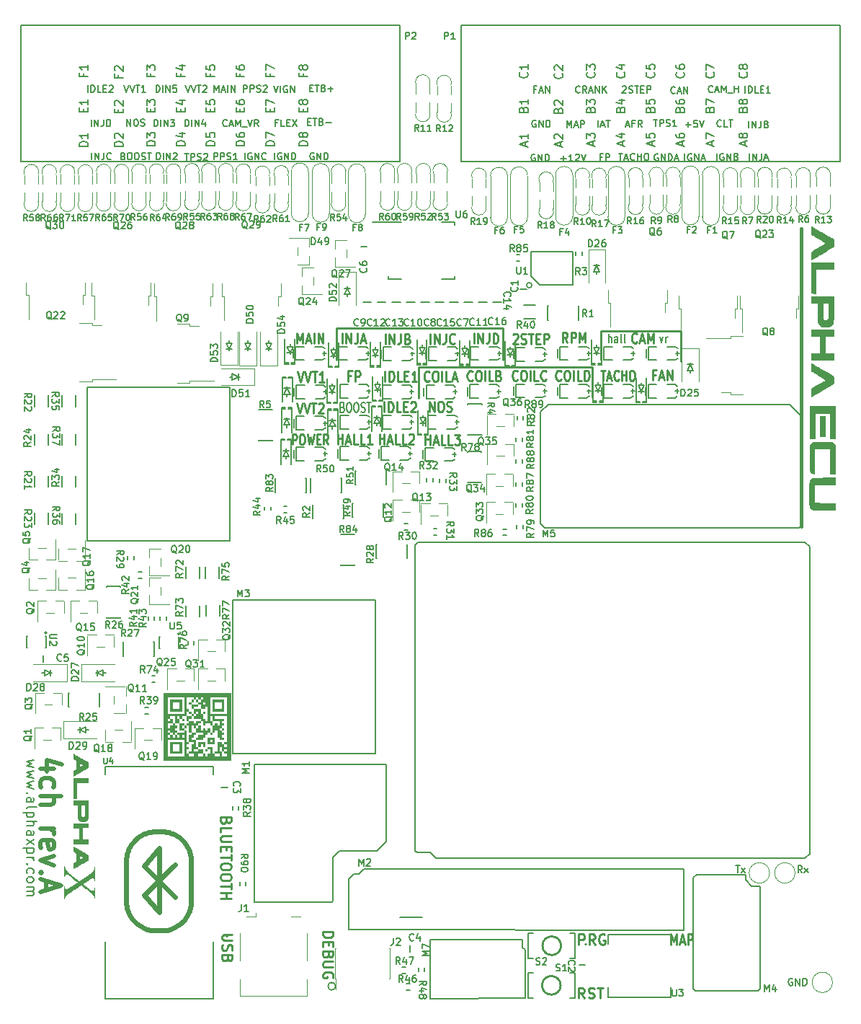
<source format=gto>
G04 #@! TF.GenerationSoftware,KiCad,Pcbnew,(6.0.1)*
G04 #@! TF.CreationDate,2022-03-14T23:01:45+02:00*
G04 #@! TF.ProjectId,alphax_4ch,616c7068-6178-45f3-9463-682e6b696361,a*
G04 #@! TF.SameCoordinates,PX141f5e0PYa2cace0*
G04 #@! TF.FileFunction,Legend,Top*
G04 #@! TF.FilePolarity,Positive*
%FSLAX46Y46*%
G04 Gerber Fmt 4.6, Leading zero omitted, Abs format (unit mm)*
G04 Created by KiCad (PCBNEW (6.0.1)) date 2022-03-14 23:01:45*
%MOMM*%
%LPD*%
G01*
G04 APERTURE LIST*
%ADD10C,0.250000*%
%ADD11C,0.381000*%
%ADD12C,0.170000*%
%ADD13C,0.200000*%
%ADD14C,0.500000*%
%ADD15C,0.225000*%
%ADD16C,0.127000*%
%ADD17C,0.150000*%
%ADD18C,0.120000*%
%ADD19C,0.099060*%
%ADD20C,0.203200*%
%ADD21C,0.254000*%
%ADD22C,0.631031*%
G04 APERTURE END LIST*
D10*
X37200000Y75250000D02*
X37200000Y79000000D01*
X68300000Y78650000D02*
X77700000Y78650000D01*
X77700000Y78650000D02*
X77700000Y75150000D01*
X46850000Y70800000D02*
X46850000Y74450000D01*
X67250000Y74450000D02*
X67250000Y70850000D01*
X37200000Y79000000D02*
X56750000Y79000000D01*
X46850000Y74450000D02*
X67250000Y74450000D01*
D11*
X91850000Y55700000D02*
X91850000Y90700000D01*
D10*
X68300000Y75250000D02*
X68300000Y78650000D01*
X56750000Y79000000D02*
X56750000Y75300000D01*
D12*
X30297619Y103107143D02*
X30030952Y103107143D01*
X30030952Y102688096D02*
X30030952Y103488096D01*
X30411904Y103488096D01*
X31097619Y102688096D02*
X30716666Y102688096D01*
X30716666Y103488096D01*
X31364285Y103107143D02*
X31630952Y103107143D01*
X31745238Y102688096D02*
X31364285Y102688096D01*
X31364285Y103488096D01*
X31745238Y103488096D01*
X32011904Y103488096D02*
X32545238Y102688096D01*
X32545238Y103488096D02*
X32011904Y102688096D01*
X85646260Y102538981D02*
X85646260Y103338981D01*
X86027212Y102538981D02*
X86027212Y103338981D01*
X86484355Y102538981D01*
X86484355Y103338981D01*
X87093879Y103338981D02*
X87093879Y102767552D01*
X87055784Y102653266D01*
X86979593Y102577076D01*
X86865308Y102538981D01*
X86789117Y102538981D01*
X87741498Y102958028D02*
X87855784Y102919933D01*
X87893879Y102881838D01*
X87931974Y102805647D01*
X87931974Y102691362D01*
X87893879Y102615171D01*
X87855784Y102577076D01*
X87779593Y102538981D01*
X87474831Y102538981D01*
X87474831Y103338981D01*
X87741498Y103338981D01*
X87817689Y103300885D01*
X87855784Y103262790D01*
X87893879Y103186600D01*
X87893879Y103110409D01*
X87855784Y103034219D01*
X87817689Y102996124D01*
X87741498Y102958028D01*
X87474831Y102958028D01*
X76993964Y106624177D02*
X76955869Y106586082D01*
X76841583Y106547987D01*
X76765392Y106547987D01*
X76651107Y106586082D01*
X76574916Y106662272D01*
X76536821Y106738463D01*
X76498726Y106890844D01*
X76498726Y107005130D01*
X76536821Y107157511D01*
X76574916Y107233701D01*
X76651107Y107309891D01*
X76765392Y107347987D01*
X76841583Y107347987D01*
X76955869Y107309891D01*
X76993964Y107271796D01*
X77298726Y106776558D02*
X77679678Y106776558D01*
X77222535Y106547987D02*
X77489202Y107347987D01*
X77755869Y106547987D01*
X78022535Y106547987D02*
X78022535Y107347987D01*
X78479678Y106547987D01*
X78479678Y107347987D01*
X60526726Y99395891D02*
X60450535Y99433987D01*
X60336250Y99433987D01*
X60221964Y99395891D01*
X60145773Y99319701D01*
X60107678Y99243511D01*
X60069583Y99091130D01*
X60069583Y98976844D01*
X60107678Y98824463D01*
X60145773Y98748272D01*
X60221964Y98672082D01*
X60336250Y98633987D01*
X60412440Y98633987D01*
X60526726Y98672082D01*
X60564821Y98710177D01*
X60564821Y98976844D01*
X60412440Y98976844D01*
X60907678Y98633987D02*
X60907678Y99433987D01*
X61364821Y98633987D01*
X61364821Y99433987D01*
X61745773Y98633987D02*
X61745773Y99433987D01*
X61936250Y99433987D01*
X62050535Y99395891D01*
X62126726Y99319701D01*
X62164821Y99243511D01*
X62202916Y99091130D01*
X62202916Y98976844D01*
X62164821Y98824463D01*
X62126726Y98748272D01*
X62050535Y98672082D01*
X61936250Y98633987D01*
X61745773Y98633987D01*
D13*
X75211904Y77964286D02*
X75402380Y77297620D01*
X75592857Y77964286D01*
X75897619Y77297620D02*
X75897619Y77964286D01*
X75897619Y77773810D02*
X75935714Y77869048D01*
X75973809Y77916667D01*
X76050000Y77964286D01*
X76126190Y77964286D01*
D12*
X19400000Y102688096D02*
X19400000Y103488096D01*
X19590476Y103488096D01*
X19704761Y103450000D01*
X19780952Y103373810D01*
X19819047Y103297620D01*
X19857142Y103145239D01*
X19857142Y103030953D01*
X19819047Y102878572D01*
X19780952Y102802381D01*
X19704761Y102726191D01*
X19590476Y102688096D01*
X19400000Y102688096D01*
X20200000Y102688096D02*
X20200000Y103488096D01*
X20580952Y102688096D02*
X20580952Y103488096D01*
X21038095Y102688096D01*
X21038095Y103488096D01*
X21761904Y103221429D02*
X21761904Y102688096D01*
X21571428Y103526191D02*
X21380952Y102954762D01*
X21876190Y102954762D01*
X26278571Y106738096D02*
X26278571Y107538096D01*
X26583333Y107538096D01*
X26659523Y107500000D01*
X26697619Y107461905D01*
X26735714Y107385715D01*
X26735714Y107271429D01*
X26697619Y107195239D01*
X26659523Y107157143D01*
X26583333Y107119048D01*
X26278571Y107119048D01*
X27078571Y106738096D02*
X27078571Y107538096D01*
X27383333Y107538096D01*
X27459523Y107500000D01*
X27497619Y107461905D01*
X27535714Y107385715D01*
X27535714Y107271429D01*
X27497619Y107195239D01*
X27459523Y107157143D01*
X27383333Y107119048D01*
X27078571Y107119048D01*
X27840476Y106776191D02*
X27954761Y106738096D01*
X28145238Y106738096D01*
X28221428Y106776191D01*
X28259523Y106814286D01*
X28297619Y106890477D01*
X28297619Y106966667D01*
X28259523Y107042858D01*
X28221428Y107080953D01*
X28145238Y107119048D01*
X27992857Y107157143D01*
X27916666Y107195239D01*
X27878571Y107233334D01*
X27840476Y107309524D01*
X27840476Y107385715D01*
X27878571Y107461905D01*
X27916666Y107500000D01*
X27992857Y107538096D01*
X28183333Y107538096D01*
X28297619Y107500000D01*
X28602380Y107461905D02*
X28640476Y107500000D01*
X28716666Y107538096D01*
X28907142Y107538096D01*
X28983333Y107500000D01*
X29021428Y107461905D01*
X29059523Y107385715D01*
X29059523Y107309524D01*
X29021428Y107195239D01*
X28564285Y106738096D01*
X29059523Y106738096D01*
D10*
X32630952Y73907143D02*
X32964285Y72707143D01*
X33297619Y73907143D01*
X33488095Y73907143D02*
X33821428Y72707143D01*
X34154761Y73907143D01*
X34345238Y73907143D02*
X34916666Y73907143D01*
X34630952Y72707143D02*
X34630952Y73907143D01*
X35773809Y72707143D02*
X35202380Y72707143D01*
X35488095Y72707143D02*
X35488095Y73907143D01*
X35392857Y73735715D01*
X35297619Y73621429D01*
X35202380Y73564286D01*
X57954761Y78242858D02*
X58002380Y78300000D01*
X58097619Y78357143D01*
X58335714Y78357143D01*
X58430952Y78300000D01*
X58478571Y78242858D01*
X58526190Y78128572D01*
X58526190Y78014286D01*
X58478571Y77842858D01*
X57907142Y77157143D01*
X58526190Y77157143D01*
X58907142Y77214286D02*
X59050000Y77157143D01*
X59288095Y77157143D01*
X59383333Y77214286D01*
X59430952Y77271429D01*
X59478571Y77385715D01*
X59478571Y77500000D01*
X59430952Y77614286D01*
X59383333Y77671429D01*
X59288095Y77728572D01*
X59097619Y77785715D01*
X59002380Y77842858D01*
X58954761Y77900000D01*
X58907142Y78014286D01*
X58907142Y78128572D01*
X58954761Y78242858D01*
X59002380Y78300000D01*
X59097619Y78357143D01*
X59335714Y78357143D01*
X59478571Y78300000D01*
X59764285Y78357143D02*
X60335714Y78357143D01*
X60050000Y77157143D02*
X60050000Y78357143D01*
X60669047Y77785715D02*
X61002380Y77785715D01*
X61145238Y77157143D02*
X60669047Y77157143D01*
X60669047Y78357143D01*
X61145238Y78357143D01*
X61573809Y77157143D02*
X61573809Y78357143D01*
X61954761Y78357143D01*
X62050000Y78300000D01*
X62097619Y78242858D01*
X62145238Y78128572D01*
X62145238Y77957143D01*
X62097619Y77842858D01*
X62050000Y77785715D01*
X61954761Y77728572D01*
X61573809Y77728572D01*
D12*
X12133333Y99207143D02*
X12247619Y99169048D01*
X12285714Y99130953D01*
X12323809Y99054762D01*
X12323809Y98940477D01*
X12285714Y98864286D01*
X12247619Y98826191D01*
X12171428Y98788096D01*
X11866666Y98788096D01*
X11866666Y99588096D01*
X12133333Y99588096D01*
X12209523Y99550000D01*
X12247619Y99511905D01*
X12285714Y99435715D01*
X12285714Y99359524D01*
X12247619Y99283334D01*
X12209523Y99245239D01*
X12133333Y99207143D01*
X11866666Y99207143D01*
X12819047Y99588096D02*
X12971428Y99588096D01*
X13047619Y99550000D01*
X13123809Y99473810D01*
X13161904Y99321429D01*
X13161904Y99054762D01*
X13123809Y98902381D01*
X13047619Y98826191D01*
X12971428Y98788096D01*
X12819047Y98788096D01*
X12742857Y98826191D01*
X12666666Y98902381D01*
X12628571Y99054762D01*
X12628571Y99321429D01*
X12666666Y99473810D01*
X12742857Y99550000D01*
X12819047Y99588096D01*
X13657142Y99588096D02*
X13809523Y99588096D01*
X13885714Y99550000D01*
X13961904Y99473810D01*
X14000000Y99321429D01*
X14000000Y99054762D01*
X13961904Y98902381D01*
X13885714Y98826191D01*
X13809523Y98788096D01*
X13657142Y98788096D01*
X13580952Y98826191D01*
X13504761Y98902381D01*
X13466666Y99054762D01*
X13466666Y99321429D01*
X13504761Y99473810D01*
X13580952Y99550000D01*
X13657142Y99588096D01*
X14304761Y98826191D02*
X14419047Y98788096D01*
X14609523Y98788096D01*
X14685714Y98826191D01*
X14723809Y98864286D01*
X14761904Y98940477D01*
X14761904Y99016667D01*
X14723809Y99092858D01*
X14685714Y99130953D01*
X14609523Y99169048D01*
X14457142Y99207143D01*
X14380952Y99245239D01*
X14342857Y99283334D01*
X14304761Y99359524D01*
X14304761Y99435715D01*
X14342857Y99511905D01*
X14380952Y99550000D01*
X14457142Y99588096D01*
X14647619Y99588096D01*
X14761904Y99550000D01*
X14990476Y99588096D02*
X15447619Y99588096D01*
X15219047Y98788096D02*
X15219047Y99588096D01*
D10*
X42816666Y69157143D02*
X42816666Y70357143D01*
X43292857Y69157143D02*
X43292857Y70357143D01*
X43530952Y70357143D01*
X43673809Y70300000D01*
X43769047Y70185715D01*
X43816666Y70071429D01*
X43864285Y69842858D01*
X43864285Y69671429D01*
X43816666Y69442858D01*
X43769047Y69328572D01*
X43673809Y69214286D01*
X43530952Y69157143D01*
X43292857Y69157143D01*
X44769047Y69157143D02*
X44292857Y69157143D01*
X44292857Y70357143D01*
X45102380Y69785715D02*
X45435714Y69785715D01*
X45578571Y69157143D02*
X45102380Y69157143D01*
X45102380Y70357143D01*
X45578571Y70357143D01*
X45959523Y70242858D02*
X46007142Y70300000D01*
X46102380Y70357143D01*
X46340476Y70357143D01*
X46435714Y70300000D01*
X46483333Y70242858D01*
X46530952Y70128572D01*
X46530952Y70014286D01*
X46483333Y69842858D01*
X45911904Y69157143D01*
X46530952Y69157143D01*
D13*
X69197619Y77297620D02*
X69197619Y78297620D01*
X69540476Y77297620D02*
X69540476Y77821429D01*
X69502380Y77916667D01*
X69426190Y77964286D01*
X69311904Y77964286D01*
X69235714Y77916667D01*
X69197619Y77869048D01*
X70264285Y77297620D02*
X70264285Y77821429D01*
X70226190Y77916667D01*
X70150000Y77964286D01*
X69997619Y77964286D01*
X69921428Y77916667D01*
X70264285Y77345239D02*
X70188095Y77297620D01*
X69997619Y77297620D01*
X69921428Y77345239D01*
X69883333Y77440477D01*
X69883333Y77535715D01*
X69921428Y77630953D01*
X69997619Y77678572D01*
X70188095Y77678572D01*
X70264285Y77726191D01*
X70759523Y77297620D02*
X70683333Y77345239D01*
X70645238Y77440477D01*
X70645238Y78297620D01*
X71178571Y77297620D02*
X71102380Y77345239D01*
X71064285Y77440477D01*
X71064285Y78297620D01*
D10*
X37350000Y65407143D02*
X37350000Y66607143D01*
X37350000Y66035715D02*
X37921428Y66035715D01*
X37921428Y65407143D02*
X37921428Y66607143D01*
X38350000Y65750000D02*
X38826190Y65750000D01*
X38254761Y65407143D02*
X38588095Y66607143D01*
X38921428Y65407143D01*
X39730952Y65407143D02*
X39254761Y65407143D01*
X39254761Y66607143D01*
X40540476Y65407143D02*
X40064285Y65407143D01*
X40064285Y66607143D01*
X41397619Y65407143D02*
X40826190Y65407143D01*
X41111904Y65407143D02*
X41111904Y66607143D01*
X41016666Y66435715D01*
X40921428Y66321429D01*
X40826190Y66264286D01*
X48245238Y77157143D02*
X48245238Y78357143D01*
X48721428Y77157143D02*
X48721428Y78357143D01*
X49292857Y77157143D01*
X49292857Y78357143D01*
X50054761Y78357143D02*
X50054761Y77500000D01*
X50007142Y77328572D01*
X49911904Y77214286D01*
X49769047Y77157143D01*
X49673809Y77157143D01*
X51102380Y77271429D02*
X51054761Y77214286D01*
X50911904Y77157143D01*
X50816666Y77157143D01*
X50673809Y77214286D01*
X50578571Y77328572D01*
X50530952Y77442858D01*
X50483333Y77671429D01*
X50483333Y77842858D01*
X50530952Y78071429D01*
X50578571Y78185715D01*
X50673809Y78300000D01*
X50816666Y78357143D01*
X50911904Y78357143D01*
X51054761Y78300000D01*
X51102380Y78242858D01*
X64338095Y77307143D02*
X64004761Y77878572D01*
X63766666Y77307143D02*
X63766666Y78507143D01*
X64147619Y78507143D01*
X64242857Y78450000D01*
X64290476Y78392858D01*
X64338095Y78278572D01*
X64338095Y78107143D01*
X64290476Y77992858D01*
X64242857Y77935715D01*
X64147619Y77878572D01*
X63766666Y77878572D01*
X64766666Y77307143D02*
X64766666Y78507143D01*
X65147619Y78507143D01*
X65242857Y78450000D01*
X65290476Y78392858D01*
X65338095Y78278572D01*
X65338095Y78107143D01*
X65290476Y77992858D01*
X65242857Y77935715D01*
X65147619Y77878572D01*
X64766666Y77878572D01*
X65766666Y77307143D02*
X65766666Y78507143D01*
X66100000Y77650000D01*
X66433333Y78507143D01*
X66433333Y77307143D01*
D12*
X70802031Y107354273D02*
X70840126Y107392368D01*
X70916317Y107430464D01*
X71106793Y107430464D01*
X71182983Y107392368D01*
X71221079Y107354273D01*
X71259174Y107278083D01*
X71259174Y107201892D01*
X71221079Y107087607D01*
X70763936Y106630464D01*
X71259174Y106630464D01*
X71563936Y106668559D02*
X71678222Y106630464D01*
X71868698Y106630464D01*
X71944888Y106668559D01*
X71982983Y106706654D01*
X72021079Y106782845D01*
X72021079Y106859035D01*
X71982983Y106935226D01*
X71944888Y106973321D01*
X71868698Y107011416D01*
X71716317Y107049511D01*
X71640126Y107087607D01*
X71602031Y107125702D01*
X71563936Y107201892D01*
X71563936Y107278083D01*
X71602031Y107354273D01*
X71640126Y107392368D01*
X71716317Y107430464D01*
X71906793Y107430464D01*
X72021079Y107392368D01*
X72249650Y107430464D02*
X72706793Y107430464D01*
X72478222Y106630464D02*
X72478222Y107430464D01*
X72973460Y107049511D02*
X73240126Y107049511D01*
X73354412Y106630464D02*
X72973460Y106630464D01*
X72973460Y107430464D01*
X73354412Y107430464D01*
X73697269Y106630464D02*
X73697269Y107430464D01*
X74002031Y107430464D01*
X74078222Y107392368D01*
X74116317Y107354273D01*
X74154412Y107278083D01*
X74154412Y107163797D01*
X74116317Y107087607D01*
X74078222Y107049511D01*
X74002031Y107011416D01*
X73697269Y107011416D01*
D10*
X37866666Y77207143D02*
X37866666Y78407143D01*
X38342857Y77207143D02*
X38342857Y78407143D01*
X38914285Y77207143D01*
X38914285Y78407143D01*
X39676190Y78407143D02*
X39676190Y77550000D01*
X39628571Y77378572D01*
X39533333Y77264286D01*
X39390476Y77207143D01*
X39295238Y77207143D01*
X40104761Y77550000D02*
X40580952Y77550000D01*
X40009523Y77207143D02*
X40342857Y78407143D01*
X40676190Y77207143D01*
D12*
X65796227Y106706654D02*
X65758132Y106668559D01*
X65643846Y106630464D01*
X65567655Y106630464D01*
X65453370Y106668559D01*
X65377179Y106744749D01*
X65339084Y106820940D01*
X65300989Y106973321D01*
X65300989Y107087607D01*
X65339084Y107239988D01*
X65377179Y107316178D01*
X65453370Y107392368D01*
X65567655Y107430464D01*
X65643846Y107430464D01*
X65758132Y107392368D01*
X65796227Y107354273D01*
X66596227Y106630464D02*
X66329560Y107011416D01*
X66139084Y106630464D02*
X66139084Y107430464D01*
X66443846Y107430464D01*
X66520036Y107392368D01*
X66558132Y107354273D01*
X66596227Y107278083D01*
X66596227Y107163797D01*
X66558132Y107087607D01*
X66520036Y107049511D01*
X66443846Y107011416D01*
X66139084Y107011416D01*
X66900989Y106859035D02*
X67281941Y106859035D01*
X66824798Y106630464D02*
X67091465Y107430464D01*
X67358132Y106630464D01*
X67624798Y106630464D02*
X67624798Y107430464D01*
X68081941Y106630464D01*
X68081941Y107430464D01*
X68462893Y106630464D02*
X68462893Y107430464D01*
X68920036Y106630464D02*
X68577179Y107087607D01*
X68920036Y107430464D02*
X68462893Y106973321D01*
D10*
X32530952Y70207143D02*
X32864285Y69007143D01*
X33197619Y70207143D01*
X33388095Y70207143D02*
X33721428Y69007143D01*
X34054761Y70207143D01*
X34245238Y70207143D02*
X34816666Y70207143D01*
X34530952Y69007143D02*
X34530952Y70207143D01*
X35102380Y70092858D02*
X35150000Y70150000D01*
X35245238Y70207143D01*
X35483333Y70207143D01*
X35578571Y70150000D01*
X35626190Y70092858D01*
X35673809Y69978572D01*
X35673809Y69864286D01*
X35626190Y69692858D01*
X35054761Y69007143D01*
X35673809Y69007143D01*
D12*
X64298735Y102584908D02*
X64298735Y103384908D01*
X64565401Y102813479D01*
X64832068Y103384908D01*
X64832068Y102584908D01*
X65174925Y102813479D02*
X65555878Y102813479D01*
X65098735Y102584908D02*
X65365401Y103384908D01*
X65632068Y102584908D01*
X65898735Y102584908D02*
X65898735Y103384908D01*
X66203497Y103384908D01*
X66279687Y103346812D01*
X66317782Y103308717D01*
X66355878Y103232527D01*
X66355878Y103118241D01*
X66317782Y103042051D01*
X66279687Y103003955D01*
X66203497Y102965860D01*
X65898735Y102965860D01*
D10*
X53180858Y72921429D02*
X53133239Y72864286D01*
X52990381Y72807143D01*
X52895143Y72807143D01*
X52752286Y72864286D01*
X52657048Y72978572D01*
X52609429Y73092858D01*
X52561810Y73321429D01*
X52561810Y73492858D01*
X52609429Y73721429D01*
X52657048Y73835715D01*
X52752286Y73950000D01*
X52895143Y74007143D01*
X52990381Y74007143D01*
X53133239Y73950000D01*
X53180858Y73892858D01*
X53799905Y74007143D02*
X53990381Y74007143D01*
X54085620Y73950000D01*
X54180858Y73835715D01*
X54228477Y73607143D01*
X54228477Y73207143D01*
X54180858Y72978572D01*
X54085620Y72864286D01*
X53990381Y72807143D01*
X53799905Y72807143D01*
X53704667Y72864286D01*
X53609429Y72978572D01*
X53561810Y73207143D01*
X53561810Y73607143D01*
X53609429Y73835715D01*
X53704667Y73950000D01*
X53799905Y74007143D01*
X54657048Y72807143D02*
X54657048Y74007143D01*
X55609429Y72807143D02*
X55133239Y72807143D01*
X55133239Y74007143D01*
X56276096Y73435715D02*
X56418953Y73378572D01*
X56466572Y73321429D01*
X56514191Y73207143D01*
X56514191Y73035715D01*
X56466572Y72921429D01*
X56418953Y72864286D01*
X56323715Y72807143D01*
X55942762Y72807143D01*
X55942762Y74007143D01*
X56276096Y74007143D01*
X56371334Y73950000D01*
X56418953Y73892858D01*
X56466572Y73778572D01*
X56466572Y73664286D01*
X56418953Y73550000D01*
X56371334Y73492858D01*
X56276096Y73435715D01*
X55942762Y73435715D01*
D12*
X84133809Y15899048D02*
X84602380Y15899048D01*
X84368095Y15079048D02*
X84368095Y15899048D01*
X84797619Y15079048D02*
X85227142Y15625715D01*
X84797619Y15625715D02*
X85227142Y15079048D01*
X63576726Y98938749D02*
X64186250Y98938749D01*
X63881488Y98633987D02*
X63881488Y99243511D01*
X64986250Y98633987D02*
X64529107Y98633987D01*
X64757678Y98633987D02*
X64757678Y99433987D01*
X64681488Y99319701D01*
X64605297Y99243511D01*
X64529107Y99205415D01*
X65291011Y99357796D02*
X65329107Y99395891D01*
X65405297Y99433987D01*
X65595773Y99433987D01*
X65671964Y99395891D01*
X65710059Y99357796D01*
X65748154Y99281606D01*
X65748154Y99205415D01*
X65710059Y99091130D01*
X65252916Y98633987D01*
X65748154Y98633987D01*
X65976726Y99433987D02*
X66243392Y98633987D01*
X66510059Y99433987D01*
X78124345Y98673987D02*
X78124345Y99473987D01*
X78924345Y99435891D02*
X78848154Y99473987D01*
X78733869Y99473987D01*
X78619583Y99435891D01*
X78543392Y99359701D01*
X78505297Y99283511D01*
X78467202Y99131130D01*
X78467202Y99016844D01*
X78505297Y98864463D01*
X78543392Y98788272D01*
X78619583Y98712082D01*
X78733869Y98673987D01*
X78810059Y98673987D01*
X78924345Y98712082D01*
X78962440Y98750177D01*
X78962440Y99016844D01*
X78810059Y99016844D01*
X79305297Y98673987D02*
X79305297Y99473987D01*
X79762440Y98673987D01*
X79762440Y99473987D01*
X80105297Y98902558D02*
X80486250Y98902558D01*
X80029107Y98673987D02*
X80295773Y99473987D01*
X80562440Y98673987D01*
X71236567Y102831965D02*
X71617520Y102831965D01*
X71160377Y102603394D02*
X71427043Y103403394D01*
X71693710Y102603394D01*
X72227043Y103022441D02*
X71960377Y103022441D01*
X71960377Y102603394D02*
X71960377Y103403394D01*
X72341329Y103403394D01*
X73103234Y102603394D02*
X72836567Y102984346D01*
X72646091Y102603394D02*
X72646091Y103403394D01*
X72950853Y103403394D01*
X73027043Y103365298D01*
X73065139Y103327203D01*
X73103234Y103251013D01*
X73103234Y103136727D01*
X73065139Y103060537D01*
X73027043Y103022441D01*
X72950853Y102984346D01*
X72646091Y102984346D01*
X7983333Y106738096D02*
X7983333Y107538096D01*
X8364285Y106738096D02*
X8364285Y107538096D01*
X8554761Y107538096D01*
X8669047Y107500000D01*
X8745238Y107423810D01*
X8783333Y107347620D01*
X8821428Y107195239D01*
X8821428Y107080953D01*
X8783333Y106928572D01*
X8745238Y106852381D01*
X8669047Y106776191D01*
X8554761Y106738096D01*
X8364285Y106738096D01*
X9545238Y106738096D02*
X9164285Y106738096D01*
X9164285Y107538096D01*
X9811904Y107157143D02*
X10078571Y107157143D01*
X10192857Y106738096D02*
X9811904Y106738096D01*
X9811904Y107538096D01*
X10192857Y107538096D01*
X10497619Y107461905D02*
X10535714Y107500000D01*
X10611904Y107538096D01*
X10802380Y107538096D01*
X10878571Y107500000D01*
X10916666Y107461905D01*
X10954761Y107385715D01*
X10954761Y107309524D01*
X10916666Y107195239D01*
X10459523Y106738096D01*
X10954761Y106738096D01*
D14*
X4035714Y27241667D02*
X2369047Y27241667D01*
X4988095Y27789286D02*
X3202380Y28336905D01*
X3202380Y26913096D01*
X2488095Y25051191D02*
X2369047Y25270239D01*
X2369047Y25708334D01*
X2488095Y25927381D01*
X2607142Y26036905D01*
X2845238Y26146429D01*
X3559523Y26146429D01*
X3797619Y26036905D01*
X3916666Y25927381D01*
X4035714Y25708334D01*
X4035714Y25270239D01*
X3916666Y25051191D01*
X2369047Y24065477D02*
X4869047Y24065477D01*
X2369047Y23079762D02*
X3678571Y23079762D01*
X3916666Y23189286D01*
X4035714Y23408334D01*
X4035714Y23736905D01*
X3916666Y23955953D01*
X3797619Y24065477D01*
X2369047Y20232143D02*
X4035714Y20232143D01*
X3559523Y20232143D02*
X3797619Y20122620D01*
X3916666Y20013096D01*
X4035714Y19794048D01*
X4035714Y19575000D01*
X2488095Y17932143D02*
X2369047Y18151191D01*
X2369047Y18589286D01*
X2488095Y18808334D01*
X2726190Y18917858D01*
X3678571Y18917858D01*
X3916666Y18808334D01*
X4035714Y18589286D01*
X4035714Y18151191D01*
X3916666Y17932143D01*
X3678571Y17822620D01*
X3440476Y17822620D01*
X3202380Y18917858D01*
X4035714Y17055953D02*
X2369047Y16508334D01*
X4035714Y15960715D01*
X2607142Y15084524D02*
X2488095Y14975000D01*
X2369047Y15084524D01*
X2488095Y15194048D01*
X2607142Y15084524D01*
X2369047Y15084524D01*
X3083333Y14098810D02*
X3083333Y13003572D01*
X2369047Y14317858D02*
X4869047Y13551191D01*
X2369047Y12784524D01*
D10*
X38892857Y73409241D02*
X38559523Y73409241D01*
X38559523Y72780669D02*
X38559523Y73980669D01*
X39035714Y73980669D01*
X39416666Y72780669D02*
X39416666Y73980669D01*
X39797619Y73980669D01*
X39892857Y73923526D01*
X39940476Y73866384D01*
X39988095Y73752098D01*
X39988095Y73580669D01*
X39940476Y73466384D01*
X39892857Y73409241D01*
X39797619Y73352098D01*
X39416666Y73352098D01*
D12*
X60665767Y107070982D02*
X60399101Y107070982D01*
X60399101Y106651935D02*
X60399101Y107451935D01*
X60780053Y107451935D01*
X61046720Y106880506D02*
X61427672Y106880506D01*
X60970529Y106651935D02*
X61237196Y107451935D01*
X61503863Y106651935D01*
X61770529Y106651935D02*
X61770529Y107451935D01*
X62227672Y106651935D01*
X62227672Y107451935D01*
X8426190Y98788096D02*
X8426190Y99588096D01*
X8807142Y98788096D02*
X8807142Y99588096D01*
X9264285Y98788096D01*
X9264285Y99588096D01*
X9873809Y99588096D02*
X9873809Y99016667D01*
X9835714Y98902381D01*
X9759523Y98826191D01*
X9645238Y98788096D01*
X9569047Y98788096D01*
X10711904Y98864286D02*
X10673809Y98826191D01*
X10559523Y98788096D01*
X10483333Y98788096D01*
X10369047Y98826191D01*
X10292857Y98902381D01*
X10254761Y98978572D01*
X10216666Y99130953D01*
X10216666Y99245239D01*
X10254761Y99397620D01*
X10292857Y99473810D01*
X10369047Y99550000D01*
X10483333Y99588096D01*
X10559523Y99588096D01*
X10673809Y99550000D01*
X10711904Y99511905D01*
X60625366Y103377473D02*
X60549175Y103415569D01*
X60434890Y103415569D01*
X60320604Y103377473D01*
X60244413Y103301283D01*
X60206318Y103225093D01*
X60168223Y103072712D01*
X60168223Y102958426D01*
X60206318Y102806045D01*
X60244413Y102729854D01*
X60320604Y102653664D01*
X60434890Y102615569D01*
X60511080Y102615569D01*
X60625366Y102653664D01*
X60663461Y102691759D01*
X60663461Y102958426D01*
X60511080Y102958426D01*
X61006318Y102615569D02*
X61006318Y103415569D01*
X61463461Y102615569D01*
X61463461Y103415569D01*
X61844413Y102615569D02*
X61844413Y103415569D01*
X62034890Y103415569D01*
X62149175Y103377473D01*
X62225366Y103301283D01*
X62263461Y103225093D01*
X62301556Y103072712D01*
X62301556Y102958426D01*
X62263461Y102806045D01*
X62225366Y102729854D01*
X62149175Y102653664D01*
X62034890Y102615569D01*
X61844413Y102615569D01*
D10*
X72509523Y77371429D02*
X72461904Y77314286D01*
X72319047Y77257143D01*
X72223809Y77257143D01*
X72080952Y77314286D01*
X71985714Y77428572D01*
X71938095Y77542858D01*
X71890476Y77771429D01*
X71890476Y77942858D01*
X71938095Y78171429D01*
X71985714Y78285715D01*
X72080952Y78400000D01*
X72223809Y78457143D01*
X72319047Y78457143D01*
X72461904Y78400000D01*
X72509523Y78342858D01*
X72890476Y77600000D02*
X73366666Y77600000D01*
X72795238Y77257143D02*
X73128571Y78457143D01*
X73461904Y77257143D01*
X73795238Y77257143D02*
X73795238Y78457143D01*
X74128571Y77600000D01*
X74461904Y78457143D01*
X74461904Y77257143D01*
D12*
X81423809Y106764286D02*
X81385714Y106726191D01*
X81271428Y106688096D01*
X81195238Y106688096D01*
X81080952Y106726191D01*
X81004761Y106802381D01*
X80966666Y106878572D01*
X80928571Y107030953D01*
X80928571Y107145239D01*
X80966666Y107297620D01*
X81004761Y107373810D01*
X81080952Y107450000D01*
X81195238Y107488096D01*
X81271428Y107488096D01*
X81385714Y107450000D01*
X81423809Y107411905D01*
X81728571Y106916667D02*
X82109523Y106916667D01*
X81652380Y106688096D02*
X81919047Y107488096D01*
X82185714Y106688096D01*
X82452380Y106688096D02*
X82452380Y107488096D01*
X82719047Y106916667D01*
X82985714Y107488096D01*
X82985714Y106688096D01*
X83176190Y106611905D02*
X83785714Y106611905D01*
X83976190Y106688096D02*
X83976190Y107488096D01*
X83976190Y107107143D02*
X84433333Y107107143D01*
X84433333Y106688096D02*
X84433333Y107488096D01*
X16050000Y98788096D02*
X16050000Y99588096D01*
X16240476Y99588096D01*
X16354761Y99550000D01*
X16430952Y99473810D01*
X16469047Y99397620D01*
X16507142Y99245239D01*
X16507142Y99130953D01*
X16469047Y98978572D01*
X16430952Y98902381D01*
X16354761Y98826191D01*
X16240476Y98788096D01*
X16050000Y98788096D01*
X16850000Y98788096D02*
X16850000Y99588096D01*
X17230952Y98788096D02*
X17230952Y99588096D01*
X17688095Y98788096D01*
X17688095Y99588096D01*
X18030952Y99511905D02*
X18069047Y99550000D01*
X18145238Y99588096D01*
X18335714Y99588096D01*
X18411904Y99550000D01*
X18450000Y99511905D01*
X18488095Y99435715D01*
X18488095Y99359524D01*
X18450000Y99245239D01*
X17992857Y98788096D01*
X18488095Y98788096D01*
D10*
X42250000Y65407143D02*
X42250000Y66607143D01*
X42250000Y66035715D02*
X42821428Y66035715D01*
X42821428Y65407143D02*
X42821428Y66607143D01*
X43250000Y65750000D02*
X43726190Y65750000D01*
X43154761Y65407143D02*
X43488095Y66607143D01*
X43821428Y65407143D01*
X44630952Y65407143D02*
X44154761Y65407143D01*
X44154761Y66607143D01*
X45440476Y65407143D02*
X44964285Y65407143D01*
X44964285Y66607143D01*
X45726190Y66492858D02*
X45773809Y66550000D01*
X45869047Y66607143D01*
X46107142Y66607143D01*
X46202380Y66550000D01*
X46250000Y66492858D01*
X46297619Y66378572D01*
X46297619Y66264286D01*
X46250000Y66092858D01*
X45678571Y65407143D01*
X46297619Y65407143D01*
D12*
X12254761Y107538096D02*
X12521428Y106738096D01*
X12788095Y107538096D01*
X12940476Y107538096D02*
X13207142Y106738096D01*
X13473809Y107538096D01*
X13626190Y107538096D02*
X14083333Y107538096D01*
X13854761Y106738096D02*
X13854761Y107538096D01*
X14769047Y106738096D02*
X14311904Y106738096D01*
X14540476Y106738096D02*
X14540476Y107538096D01*
X14464285Y107423810D01*
X14388095Y107347620D01*
X14311904Y107309524D01*
X34540476Y99550000D02*
X34464285Y99588096D01*
X34350000Y99588096D01*
X34235714Y99550000D01*
X34159523Y99473810D01*
X34121428Y99397620D01*
X34083333Y99245239D01*
X34083333Y99130953D01*
X34121428Y98978572D01*
X34159523Y98902381D01*
X34235714Y98826191D01*
X34350000Y98788096D01*
X34426190Y98788096D01*
X34540476Y98826191D01*
X34578571Y98864286D01*
X34578571Y99130953D01*
X34426190Y99130953D01*
X34921428Y98788096D02*
X34921428Y99588096D01*
X35378571Y98788096D01*
X35378571Y99588096D01*
X35759523Y98788096D02*
X35759523Y99588096D01*
X35950000Y99588096D01*
X36064285Y99550000D01*
X36140476Y99473810D01*
X36178571Y99397620D01*
X36216666Y99245239D01*
X36216666Y99130953D01*
X36178571Y98978572D01*
X36140476Y98902381D01*
X36064285Y98826191D01*
X35950000Y98788096D01*
X35759523Y98788096D01*
X19454761Y107538096D02*
X19721428Y106738096D01*
X19988095Y107538096D01*
X20140476Y107538096D02*
X20407142Y106738096D01*
X20673809Y107538096D01*
X20826190Y107538096D02*
X21283333Y107538096D01*
X21054761Y106738096D02*
X21054761Y107538096D01*
X21511904Y107461905D02*
X21550000Y107500000D01*
X21626190Y107538096D01*
X21816666Y107538096D01*
X21892857Y107500000D01*
X21930952Y107461905D01*
X21969047Y107385715D01*
X21969047Y107309524D01*
X21930952Y107195239D01*
X21473809Y106738096D01*
X21969047Y106738096D01*
D10*
X47650000Y65307143D02*
X47650000Y66507143D01*
X47650000Y65935715D02*
X48221428Y65935715D01*
X48221428Y65307143D02*
X48221428Y66507143D01*
X48650000Y65650000D02*
X49126190Y65650000D01*
X48554761Y65307143D02*
X48888095Y66507143D01*
X49221428Y65307143D01*
X50030952Y65307143D02*
X49554761Y65307143D01*
X49554761Y66507143D01*
X50840476Y65307143D02*
X50364285Y65307143D01*
X50364285Y66507143D01*
X51078571Y66507143D02*
X51697619Y66507143D01*
X51364285Y66050000D01*
X51507142Y66050000D01*
X51602380Y65992858D01*
X51650000Y65935715D01*
X51697619Y65821429D01*
X51697619Y65535715D01*
X51650000Y65421429D01*
X51602380Y65364286D01*
X51507142Y65307143D01*
X51221428Y65307143D01*
X51126190Y65364286D01*
X51078571Y65421429D01*
D12*
X90775238Y2610000D02*
X90697142Y2649048D01*
X90580000Y2649048D01*
X90462857Y2610000D01*
X90384761Y2531905D01*
X90345714Y2453810D01*
X90306666Y2297620D01*
X90306666Y2180477D01*
X90345714Y2024286D01*
X90384761Y1946191D01*
X90462857Y1868096D01*
X90580000Y1829048D01*
X90658095Y1829048D01*
X90775238Y1868096D01*
X90814285Y1907143D01*
X90814285Y2180477D01*
X90658095Y2180477D01*
X91165714Y1829048D02*
X91165714Y2649048D01*
X91634285Y1829048D01*
X91634285Y2649048D01*
X92024761Y1829048D02*
X92024761Y2649048D01*
X92220000Y2649048D01*
X92337142Y2610000D01*
X92415238Y2531905D01*
X92454285Y2453810D01*
X92493333Y2297620D01*
X92493333Y2180477D01*
X92454285Y2024286D01*
X92415238Y1946191D01*
X92337142Y1868096D01*
X92220000Y1829048D01*
X92024761Y1829048D01*
X85724874Y98738096D02*
X85724874Y99538096D01*
X86105826Y98738096D02*
X86105826Y99538096D01*
X86562969Y98738096D01*
X86562969Y99538096D01*
X87172493Y99538096D02*
X87172493Y98966667D01*
X87134398Y98852381D01*
X87058207Y98776191D01*
X86943921Y98738096D01*
X86867731Y98738096D01*
X87515350Y98966667D02*
X87896302Y98966667D01*
X87439160Y98738096D02*
X87705826Y99538096D01*
X87972493Y98738096D01*
X12571428Y102738096D02*
X12571428Y103538096D01*
X13028571Y102738096D01*
X13028571Y103538096D01*
X13561904Y103538096D02*
X13714285Y103538096D01*
X13790476Y103500000D01*
X13866666Y103423810D01*
X13904761Y103271429D01*
X13904761Y103004762D01*
X13866666Y102852381D01*
X13790476Y102776191D01*
X13714285Y102738096D01*
X13561904Y102738096D01*
X13485714Y102776191D01*
X13409523Y102852381D01*
X13371428Y103004762D01*
X13371428Y103271429D01*
X13409523Y103423810D01*
X13485714Y103500000D01*
X13561904Y103538096D01*
X14209523Y102776191D02*
X14323809Y102738096D01*
X14514285Y102738096D01*
X14590476Y102776191D01*
X14628571Y102814286D01*
X14666666Y102890477D01*
X14666666Y102966667D01*
X14628571Y103042858D01*
X14590476Y103080953D01*
X14514285Y103119048D01*
X14361904Y103157143D01*
X14285714Y103195239D01*
X14247619Y103233334D01*
X14209523Y103309524D01*
X14209523Y103385715D01*
X14247619Y103461905D01*
X14285714Y103500000D01*
X14361904Y103538096D01*
X14552380Y103538096D01*
X14666666Y103500000D01*
X33828571Y103257143D02*
X34095238Y103257143D01*
X34209523Y102838096D02*
X33828571Y102838096D01*
X33828571Y103638096D01*
X34209523Y103638096D01*
X34438095Y103638096D02*
X34895238Y103638096D01*
X34666666Y102838096D02*
X34666666Y103638096D01*
X35428571Y103257143D02*
X35542857Y103219048D01*
X35580952Y103180953D01*
X35619047Y103104762D01*
X35619047Y102990477D01*
X35580952Y102914286D01*
X35542857Y102876191D01*
X35466666Y102838096D01*
X35161904Y102838096D01*
X35161904Y103638096D01*
X35428571Y103638096D01*
X35504761Y103600000D01*
X35542857Y103561905D01*
X35580952Y103485715D01*
X35580952Y103409524D01*
X35542857Y103333334D01*
X35504761Y103295239D01*
X35428571Y103257143D01*
X35161904Y103257143D01*
X35961904Y103142858D02*
X36571428Y103142858D01*
X34078571Y107207143D02*
X34345238Y107207143D01*
X34459523Y106788096D02*
X34078571Y106788096D01*
X34078571Y107588096D01*
X34459523Y107588096D01*
X34688095Y107588096D02*
X35145238Y107588096D01*
X34916666Y106788096D02*
X34916666Y107588096D01*
X35678571Y107207143D02*
X35792857Y107169048D01*
X35830952Y107130953D01*
X35869047Y107054762D01*
X35869047Y106940477D01*
X35830952Y106864286D01*
X35792857Y106826191D01*
X35716666Y106788096D01*
X35411904Y106788096D01*
X35411904Y107588096D01*
X35678571Y107588096D01*
X35754761Y107550000D01*
X35792857Y107511905D01*
X35830952Y107435715D01*
X35830952Y107359524D01*
X35792857Y107283334D01*
X35754761Y107245239D01*
X35678571Y107207143D01*
X35411904Y107207143D01*
X36211904Y107092858D02*
X36821428Y107092858D01*
X36516666Y106788096D02*
X36516666Y107397620D01*
X24350000Y102764286D02*
X24311904Y102726191D01*
X24197619Y102688096D01*
X24121428Y102688096D01*
X24007142Y102726191D01*
X23930952Y102802381D01*
X23892857Y102878572D01*
X23854761Y103030953D01*
X23854761Y103145239D01*
X23892857Y103297620D01*
X23930952Y103373810D01*
X24007142Y103450000D01*
X24121428Y103488096D01*
X24197619Y103488096D01*
X24311904Y103450000D01*
X24350000Y103411905D01*
X24654761Y102916667D02*
X25035714Y102916667D01*
X24578571Y102688096D02*
X24845238Y103488096D01*
X25111904Y102688096D01*
X25378571Y102688096D02*
X25378571Y103488096D01*
X25645238Y102916667D01*
X25911904Y103488096D01*
X25911904Y102688096D01*
X26102380Y102611905D02*
X26711904Y102611905D01*
X26788095Y103488096D02*
X27054761Y102688096D01*
X27321428Y103488096D01*
X28045238Y102688096D02*
X27778571Y103069048D01*
X27588095Y102688096D02*
X27588095Y103488096D01*
X27892857Y103488096D01*
X27969047Y103450000D01*
X28007142Y103411905D01*
X28045238Y103335715D01*
X28045238Y103221429D01*
X28007142Y103145239D01*
X27969047Y103107143D01*
X27892857Y103069048D01*
X27588095Y103069048D01*
X22778571Y98788096D02*
X22778571Y99588096D01*
X23083333Y99588096D01*
X23159523Y99550000D01*
X23197619Y99511905D01*
X23235714Y99435715D01*
X23235714Y99321429D01*
X23197619Y99245239D01*
X23159523Y99207143D01*
X23083333Y99169048D01*
X22778571Y99169048D01*
X23578571Y98788096D02*
X23578571Y99588096D01*
X23883333Y99588096D01*
X23959523Y99550000D01*
X23997619Y99511905D01*
X24035714Y99435715D01*
X24035714Y99321429D01*
X23997619Y99245239D01*
X23959523Y99207143D01*
X23883333Y99169048D01*
X23578571Y99169048D01*
X24340476Y98826191D02*
X24454761Y98788096D01*
X24645238Y98788096D01*
X24721428Y98826191D01*
X24759523Y98864286D01*
X24797619Y98940477D01*
X24797619Y99016667D01*
X24759523Y99092858D01*
X24721428Y99130953D01*
X24645238Y99169048D01*
X24492857Y99207143D01*
X24416666Y99245239D01*
X24378571Y99283334D01*
X24340476Y99359524D01*
X24340476Y99435715D01*
X24378571Y99511905D01*
X24416666Y99550000D01*
X24492857Y99588096D01*
X24683333Y99588096D01*
X24797619Y99550000D01*
X25559523Y98788096D02*
X25102380Y98788096D01*
X25330952Y98788096D02*
X25330952Y99588096D01*
X25254761Y99473810D01*
X25178571Y99397620D01*
X25102380Y99359524D01*
D10*
X53345238Y77207143D02*
X53345238Y78407143D01*
X53821428Y77207143D02*
X53821428Y78407143D01*
X54392857Y77207143D01*
X54392857Y78407143D01*
X55154761Y78407143D02*
X55154761Y77550000D01*
X55107142Y77378572D01*
X55011904Y77264286D01*
X54869047Y77207143D01*
X54773809Y77207143D01*
X55630952Y77207143D02*
X55630952Y78407143D01*
X55869047Y78407143D01*
X56011904Y78350000D01*
X56107142Y78235715D01*
X56154761Y78121429D01*
X56202380Y77892858D01*
X56202380Y77721429D01*
X56154761Y77492858D01*
X56107142Y77378572D01*
X56011904Y77264286D01*
X55869047Y77207143D01*
X55630952Y77207143D01*
X65685714Y6657143D02*
X65685714Y7857143D01*
X66142857Y7857143D01*
X66257142Y7800000D01*
X66314285Y7742858D01*
X66371428Y7628572D01*
X66371428Y7457143D01*
X66314285Y7342858D01*
X66257142Y7285715D01*
X66142857Y7228572D01*
X65685714Y7228572D01*
X67571428Y6657143D02*
X67171428Y7228572D01*
X66885714Y6657143D02*
X66885714Y7857143D01*
X67342857Y7857143D01*
X67457142Y7800000D01*
X67514285Y7742858D01*
X67571428Y7628572D01*
X67571428Y7457143D01*
X67514285Y7342858D01*
X67457142Y7285715D01*
X67342857Y7228572D01*
X66885714Y7228572D01*
X68714285Y7800000D02*
X68600000Y7857143D01*
X68428571Y7857143D01*
X68257142Y7800000D01*
X68142857Y7685715D01*
X68085714Y7571429D01*
X68028571Y7342858D01*
X68028571Y7171429D01*
X68085714Y6942858D01*
X68142857Y6828572D01*
X68257142Y6714286D01*
X68428571Y6657143D01*
X68542857Y6657143D01*
X68714285Y6714286D01*
X68771428Y6771429D01*
X68771428Y7171429D01*
X68542857Y7171429D01*
D12*
X19359523Y99538096D02*
X19816666Y99538096D01*
X19588095Y98738096D02*
X19588095Y99538096D01*
X20083333Y98738096D02*
X20083333Y99538096D01*
X20388095Y99538096D01*
X20464285Y99500000D01*
X20502380Y99461905D01*
X20540476Y99385715D01*
X20540476Y99271429D01*
X20502380Y99195239D01*
X20464285Y99157143D01*
X20388095Y99119048D01*
X20083333Y99119048D01*
X20845238Y98776191D02*
X20959523Y98738096D01*
X21150000Y98738096D01*
X21226190Y98776191D01*
X21264285Y98814286D01*
X21302380Y98890477D01*
X21302380Y98966667D01*
X21264285Y99042858D01*
X21226190Y99080953D01*
X21150000Y99119048D01*
X20997619Y99157143D01*
X20921428Y99195239D01*
X20883333Y99233334D01*
X20845238Y99309524D01*
X20845238Y99385715D01*
X20883333Y99461905D01*
X20921428Y99500000D01*
X20997619Y99538096D01*
X21188095Y99538096D01*
X21302380Y99500000D01*
X21607142Y99461905D02*
X21645238Y99500000D01*
X21721428Y99538096D01*
X21911904Y99538096D01*
X21988095Y99500000D01*
X22026190Y99461905D01*
X22064285Y99385715D01*
X22064285Y99309524D01*
X22026190Y99195239D01*
X21569047Y98738096D01*
X22064285Y98738096D01*
X78248176Y102908156D02*
X78857700Y102908156D01*
X78552938Y102603394D02*
X78552938Y103212918D01*
X79619605Y103403394D02*
X79238652Y103403394D01*
X79200557Y103022441D01*
X79238652Y103060537D01*
X79314843Y103098632D01*
X79505319Y103098632D01*
X79581509Y103060537D01*
X79619605Y103022441D01*
X79657700Y102946251D01*
X79657700Y102755775D01*
X79619605Y102679584D01*
X79581509Y102641489D01*
X79505319Y102603394D01*
X79314843Y102603394D01*
X79238652Y102641489D01*
X79200557Y102679584D01*
X79886271Y103403394D02*
X80152938Y102603394D01*
X80419605Y103403394D01*
X67954266Y102612820D02*
X67954266Y103412820D01*
X68297124Y102841391D02*
X68678076Y102841391D01*
X68220933Y102612820D02*
X68487600Y103412820D01*
X68754266Y102612820D01*
X68906647Y103412820D02*
X69363790Y103412820D01*
X69135219Y102612820D02*
X69135219Y103412820D01*
X85217520Y106639911D02*
X85217520Y107439911D01*
X85598472Y106639911D02*
X85598472Y107439911D01*
X85788948Y107439911D01*
X85903234Y107401815D01*
X85979425Y107325625D01*
X86017520Y107249435D01*
X86055615Y107097054D01*
X86055615Y106982768D01*
X86017520Y106830387D01*
X85979425Y106754196D01*
X85903234Y106678006D01*
X85788948Y106639911D01*
X85598472Y106639911D01*
X86779425Y106639911D02*
X86398472Y106639911D01*
X86398472Y107439911D01*
X87046091Y107058958D02*
X87312758Y107058958D01*
X87427044Y106639911D02*
X87046091Y106639911D01*
X87046091Y107439911D01*
X87427044Y107439911D01*
X88188948Y106639911D02*
X87731806Y106639911D01*
X87960377Y106639911D02*
X87960377Y107439911D01*
X87884187Y107325625D01*
X87807996Y107249435D01*
X87731806Y107211339D01*
X29930952Y98788096D02*
X29930952Y99588096D01*
X30730952Y99550000D02*
X30654761Y99588096D01*
X30540476Y99588096D01*
X30426190Y99550000D01*
X30350000Y99473810D01*
X30311904Y99397620D01*
X30273809Y99245239D01*
X30273809Y99130953D01*
X30311904Y98978572D01*
X30350000Y98902381D01*
X30426190Y98826191D01*
X30540476Y98788096D01*
X30616666Y98788096D01*
X30730952Y98826191D01*
X30769047Y98864286D01*
X30769047Y99130953D01*
X30616666Y99130953D01*
X31111904Y98788096D02*
X31111904Y99588096D01*
X31569047Y98788096D01*
X31569047Y99588096D01*
X31950000Y98788096D02*
X31950000Y99588096D01*
X32140476Y99588096D01*
X32254761Y99550000D01*
X32330952Y99473810D01*
X32369047Y99397620D01*
X32407142Y99245239D01*
X32407142Y99130953D01*
X32369047Y98978572D01*
X32330952Y98902381D01*
X32254761Y98826191D01*
X32140476Y98788096D01*
X31950000Y98788096D01*
D10*
X24957142Y7814286D02*
X23985714Y7814286D01*
X23871428Y7757143D01*
X23814285Y7700000D01*
X23757142Y7585715D01*
X23757142Y7357143D01*
X23814285Y7242858D01*
X23871428Y7185715D01*
X23985714Y7128572D01*
X24957142Y7128572D01*
X23814285Y6614286D02*
X23757142Y6442858D01*
X23757142Y6157143D01*
X23814285Y6042858D01*
X23871428Y5985715D01*
X23985714Y5928572D01*
X24100000Y5928572D01*
X24214285Y5985715D01*
X24271428Y6042858D01*
X24328571Y6157143D01*
X24385714Y6385715D01*
X24442857Y6500000D01*
X24500000Y6557143D01*
X24614285Y6614286D01*
X24728571Y6614286D01*
X24842857Y6557143D01*
X24900000Y6500000D01*
X24957142Y6385715D01*
X24957142Y6100000D01*
X24900000Y5928572D01*
X24385714Y5014286D02*
X24328571Y4842858D01*
X24271428Y4785715D01*
X24157142Y4728572D01*
X23985714Y4728572D01*
X23871428Y4785715D01*
X23814285Y4842858D01*
X23757142Y4957143D01*
X23757142Y5414286D01*
X24957142Y5414286D01*
X24957142Y5014286D01*
X24900000Y4900000D01*
X24842857Y4842858D01*
X24728571Y4785715D01*
X24614285Y4785715D01*
X24500000Y4842858D01*
X24442857Y4900000D01*
X24385714Y5014286D01*
X24385714Y5414286D01*
X74678477Y73535715D02*
X74345143Y73535715D01*
X74345143Y72907143D02*
X74345143Y74107143D01*
X74821334Y74107143D01*
X75154667Y73250000D02*
X75630858Y73250000D01*
X75059429Y72907143D02*
X75392762Y74107143D01*
X75726096Y72907143D01*
X76059429Y72907143D02*
X76059429Y74107143D01*
X76630858Y72907143D01*
X76630858Y74107143D01*
X35607142Y8135715D02*
X36807142Y8135715D01*
X36807142Y7850000D01*
X36750000Y7678572D01*
X36635714Y7564286D01*
X36521428Y7507143D01*
X36292857Y7450000D01*
X36121428Y7450000D01*
X35892857Y7507143D01*
X35778571Y7564286D01*
X35664285Y7678572D01*
X35607142Y7850000D01*
X35607142Y8135715D01*
X36235714Y6935715D02*
X36235714Y6535715D01*
X35607142Y6364286D02*
X35607142Y6935715D01*
X36807142Y6935715D01*
X36807142Y6364286D01*
X36235714Y5450000D02*
X36178571Y5278572D01*
X36121428Y5221429D01*
X36007142Y5164286D01*
X35835714Y5164286D01*
X35721428Y5221429D01*
X35664285Y5278572D01*
X35607142Y5392858D01*
X35607142Y5850000D01*
X36807142Y5850000D01*
X36807142Y5450000D01*
X36750000Y5335715D01*
X36692857Y5278572D01*
X36578571Y5221429D01*
X36464285Y5221429D01*
X36350000Y5278572D01*
X36292857Y5335715D01*
X36235714Y5450000D01*
X36235714Y5850000D01*
X36807142Y4650000D02*
X35835714Y4650000D01*
X35721428Y4592858D01*
X35664285Y4535715D01*
X35607142Y4421429D01*
X35607142Y4192858D01*
X35664285Y4078572D01*
X35721428Y4021429D01*
X35835714Y3964286D01*
X36807142Y3964286D01*
X36750000Y2764286D02*
X36807142Y2878572D01*
X36807142Y3050000D01*
X36750000Y3221429D01*
X36635714Y3335715D01*
X36521428Y3392858D01*
X36292857Y3450000D01*
X36121428Y3450000D01*
X35892857Y3392858D01*
X35778571Y3335715D01*
X35664285Y3221429D01*
X35607142Y3050000D01*
X35607142Y2935715D01*
X35664285Y2764286D01*
X35721428Y2707143D01*
X36121428Y2707143D01*
X36121428Y2935715D01*
D12*
X82438483Y102722525D02*
X82400388Y102684430D01*
X82286102Y102646335D01*
X82209912Y102646335D01*
X82095626Y102684430D01*
X82019436Y102760620D01*
X81981340Y102836811D01*
X81943245Y102989192D01*
X81943245Y103103478D01*
X81981340Y103255859D01*
X82019436Y103332049D01*
X82095626Y103408239D01*
X82209912Y103446335D01*
X82286102Y103446335D01*
X82400388Y103408239D01*
X82438483Y103370144D01*
X83162293Y102646335D02*
X82781340Y102646335D01*
X82781340Y103446335D01*
X83314674Y103446335D02*
X83771816Y103446335D01*
X83543245Y102646335D02*
X83543245Y103446335D01*
D10*
X58492857Y72971429D02*
X58445238Y72914286D01*
X58302380Y72857143D01*
X58207142Y72857143D01*
X58064285Y72914286D01*
X57969047Y73028572D01*
X57921428Y73142858D01*
X57873809Y73371429D01*
X57873809Y73542858D01*
X57921428Y73771429D01*
X57969047Y73885715D01*
X58064285Y74000000D01*
X58207142Y74057143D01*
X58302380Y74057143D01*
X58445238Y74000000D01*
X58492857Y73942858D01*
X59111904Y74057143D02*
X59302380Y74057143D01*
X59397619Y74000000D01*
X59492857Y73885715D01*
X59540476Y73657143D01*
X59540476Y73257143D01*
X59492857Y73028572D01*
X59397619Y72914286D01*
X59302380Y72857143D01*
X59111904Y72857143D01*
X59016666Y72914286D01*
X58921428Y73028572D01*
X58873809Y73257143D01*
X58873809Y73657143D01*
X58921428Y73885715D01*
X59016666Y74000000D01*
X59111904Y74057143D01*
X59969047Y72857143D02*
X59969047Y74057143D01*
X60921428Y72857143D02*
X60445238Y72857143D01*
X60445238Y74057143D01*
X61826190Y72971429D02*
X61778571Y72914286D01*
X61635714Y72857143D01*
X61540476Y72857143D01*
X61397619Y72914286D01*
X61302380Y73028572D01*
X61254761Y73142858D01*
X61207142Y73371429D01*
X61207142Y73542858D01*
X61254761Y73771429D01*
X61302380Y73885715D01*
X61397619Y74000000D01*
X61540476Y74057143D01*
X61635714Y74057143D01*
X61778571Y74000000D01*
X61826190Y73942858D01*
X32576190Y77207143D02*
X32576190Y78407143D01*
X32909523Y77550000D01*
X33242857Y78407143D01*
X33242857Y77207143D01*
X33671428Y77550000D02*
X34147619Y77550000D01*
X33576190Y77207143D02*
X33909523Y78407143D01*
X34242857Y77207143D01*
X34576190Y77207143D02*
X34576190Y78407143D01*
X35052380Y77207143D02*
X35052380Y78407143D01*
X35623809Y77207143D01*
X35623809Y78407143D01*
D12*
X29823809Y107488096D02*
X30090476Y106688096D01*
X30357142Y107488096D01*
X30623809Y106688096D02*
X30623809Y107488096D01*
X31423809Y107450000D02*
X31347619Y107488096D01*
X31233333Y107488096D01*
X31119047Y107450000D01*
X31042857Y107373810D01*
X31004761Y107297620D01*
X30966666Y107145239D01*
X30966666Y107030953D01*
X31004761Y106878572D01*
X31042857Y106802381D01*
X31119047Y106726191D01*
X31233333Y106688096D01*
X31309523Y106688096D01*
X31423809Y106726191D01*
X31461904Y106764286D01*
X31461904Y107030953D01*
X31309523Y107030953D01*
X31804761Y106688096D02*
X31804761Y107488096D01*
X32261904Y106688096D01*
X32261904Y107488096D01*
X81900980Y98738643D02*
X81900980Y99538643D01*
X82700980Y99500547D02*
X82624789Y99538643D01*
X82510504Y99538643D01*
X82396218Y99500547D01*
X82320028Y99424357D01*
X82281932Y99348167D01*
X82243837Y99195786D01*
X82243837Y99081500D01*
X82281932Y98929119D01*
X82320028Y98852928D01*
X82396218Y98776738D01*
X82510504Y98738643D01*
X82586694Y98738643D01*
X82700980Y98776738D01*
X82739075Y98814833D01*
X82739075Y99081500D01*
X82586694Y99081500D01*
X83081932Y98738643D02*
X83081932Y99538643D01*
X83539075Y98738643D01*
X83539075Y99538643D01*
X84186694Y99157690D02*
X84300980Y99119595D01*
X84339075Y99081500D01*
X84377170Y99005309D01*
X84377170Y98891024D01*
X84339075Y98814833D01*
X84300980Y98776738D01*
X84224789Y98738643D01*
X83920028Y98738643D01*
X83920028Y99538643D01*
X84186694Y99538643D01*
X84262885Y99500547D01*
X84300980Y99462452D01*
X84339075Y99386262D01*
X84339075Y99310071D01*
X84300980Y99233881D01*
X84262885Y99195786D01*
X84186694Y99157690D01*
X83920028Y99157690D01*
X70360377Y99517172D02*
X70817520Y99517172D01*
X70588948Y98717172D02*
X70588948Y99517172D01*
X71046091Y98945743D02*
X71427043Y98945743D01*
X70969901Y98717172D02*
X71236567Y99517172D01*
X71503234Y98717172D01*
X72227043Y98793362D02*
X72188948Y98755267D01*
X72074662Y98717172D01*
X71998472Y98717172D01*
X71884186Y98755267D01*
X71807996Y98831457D01*
X71769901Y98907648D01*
X71731805Y99060029D01*
X71731805Y99174315D01*
X71769901Y99326696D01*
X71807996Y99402886D01*
X71884186Y99479076D01*
X71998472Y99517172D01*
X72074662Y99517172D01*
X72188948Y99479076D01*
X72227043Y99440981D01*
X72569901Y98717172D02*
X72569901Y99517172D01*
X72569901Y99136219D02*
X73027043Y99136219D01*
X73027043Y98717172D02*
X73027043Y99517172D01*
X73560377Y99517172D02*
X73712758Y99517172D01*
X73788948Y99479076D01*
X73865139Y99402886D01*
X73903234Y99250505D01*
X73903234Y98983838D01*
X73865139Y98831457D01*
X73788948Y98755267D01*
X73712758Y98717172D01*
X73560377Y98717172D01*
X73484186Y98755267D01*
X73407996Y98831457D01*
X73369901Y98983838D01*
X73369901Y99250505D01*
X73407996Y99402886D01*
X73484186Y99479076D01*
X73560377Y99517172D01*
D10*
X66342857Y357143D02*
X65942857Y928572D01*
X65657142Y357143D02*
X65657142Y1557143D01*
X66114285Y1557143D01*
X66228571Y1500000D01*
X66285714Y1442858D01*
X66342857Y1328572D01*
X66342857Y1157143D01*
X66285714Y1042858D01*
X66228571Y985715D01*
X66114285Y928572D01*
X65657142Y928572D01*
X66800000Y414286D02*
X66971428Y357143D01*
X67257142Y357143D01*
X67371428Y414286D01*
X67428571Y471429D01*
X67485714Y585715D01*
X67485714Y700000D01*
X67428571Y814286D01*
X67371428Y871429D01*
X67257142Y928572D01*
X67028571Y985715D01*
X66914285Y1042858D01*
X66857142Y1100000D01*
X66800000Y1214286D01*
X66800000Y1328572D01*
X66857142Y1442858D01*
X66914285Y1500000D01*
X67028571Y1557143D01*
X67314285Y1557143D01*
X67485714Y1500000D01*
X67828571Y1557143D02*
X68514285Y1557143D01*
X68171428Y357143D02*
X68171428Y1557143D01*
D12*
X74974916Y99436134D02*
X74898725Y99474230D01*
X74784439Y99474230D01*
X74670154Y99436134D01*
X74593963Y99359944D01*
X74555868Y99283754D01*
X74517773Y99131373D01*
X74517773Y99017087D01*
X74555868Y98864706D01*
X74593963Y98788515D01*
X74670154Y98712325D01*
X74784439Y98674230D01*
X74860630Y98674230D01*
X74974916Y98712325D01*
X75013011Y98750420D01*
X75013011Y99017087D01*
X74860630Y99017087D01*
X75355868Y98674230D02*
X75355868Y99474230D01*
X75813011Y98674230D01*
X75813011Y99474230D01*
X76193963Y98674230D02*
X76193963Y99474230D01*
X76384439Y99474230D01*
X76498725Y99436134D01*
X76574916Y99359944D01*
X76613011Y99283754D01*
X76651106Y99131373D01*
X76651106Y99017087D01*
X76613011Y98864706D01*
X76574916Y98788515D01*
X76498725Y98712325D01*
X76384439Y98674230D01*
X76193963Y98674230D01*
X76955868Y98902801D02*
X77336820Y98902801D01*
X76879677Y98674230D02*
X77146344Y99474230D01*
X77413011Y98674230D01*
D13*
X1607142Y28328572D02*
X807142Y28100000D01*
X1378571Y27871429D01*
X807142Y27642858D01*
X1607142Y27414286D01*
X1607142Y27071429D02*
X807142Y26842858D01*
X1378571Y26614286D01*
X807142Y26385715D01*
X1607142Y26157143D01*
X1607142Y25814286D02*
X807142Y25585715D01*
X1378571Y25357143D01*
X807142Y25128572D01*
X1607142Y24900000D01*
X921428Y24442858D02*
X864285Y24385715D01*
X807142Y24442858D01*
X864285Y24500000D01*
X921428Y24442858D01*
X807142Y24442858D01*
X807142Y23357143D02*
X1435714Y23357143D01*
X1550000Y23414286D01*
X1607142Y23528572D01*
X1607142Y23757143D01*
X1550000Y23871429D01*
X864285Y23357143D02*
X807142Y23471429D01*
X807142Y23757143D01*
X864285Y23871429D01*
X978571Y23928572D01*
X1092857Y23928572D01*
X1207142Y23871429D01*
X1264285Y23757143D01*
X1264285Y23471429D01*
X1321428Y23357143D01*
X807142Y22614286D02*
X864285Y22728572D01*
X978571Y22785715D01*
X2007142Y22785715D01*
X1607142Y22157143D02*
X407142Y22157143D01*
X1550000Y22157143D02*
X1607142Y22042858D01*
X1607142Y21814286D01*
X1550000Y21700000D01*
X1492857Y21642858D01*
X1378571Y21585715D01*
X1035714Y21585715D01*
X921428Y21642858D01*
X864285Y21700000D01*
X807142Y21814286D01*
X807142Y22042858D01*
X864285Y22157143D01*
X807142Y21071429D02*
X2007142Y21071429D01*
X807142Y20557143D02*
X1435714Y20557143D01*
X1550000Y20614286D01*
X1607142Y20728572D01*
X1607142Y20900000D01*
X1550000Y21014286D01*
X1492857Y21071429D01*
X807142Y19471429D02*
X1435714Y19471429D01*
X1550000Y19528572D01*
X1607142Y19642858D01*
X1607142Y19871429D01*
X1550000Y19985715D01*
X864285Y19471429D02*
X807142Y19585715D01*
X807142Y19871429D01*
X864285Y19985715D01*
X978571Y20042858D01*
X1092857Y20042858D01*
X1207142Y19985715D01*
X1264285Y19871429D01*
X1264285Y19585715D01*
X1321428Y19471429D01*
X807142Y19014286D02*
X1607142Y18385715D01*
X1607142Y19014286D02*
X807142Y18385715D01*
X1607142Y17928572D02*
X407142Y17928572D01*
X1550000Y17928572D02*
X1607142Y17814286D01*
X1607142Y17585715D01*
X1550000Y17471429D01*
X1492857Y17414286D01*
X1378571Y17357143D01*
X1035714Y17357143D01*
X921428Y17414286D01*
X864285Y17471429D01*
X807142Y17585715D01*
X807142Y17814286D01*
X864285Y17928572D01*
X807142Y16842858D02*
X1607142Y16842858D01*
X1378571Y16842858D02*
X1492857Y16785715D01*
X1550000Y16728572D01*
X1607142Y16614286D01*
X1607142Y16500000D01*
X921428Y16100000D02*
X864285Y16042858D01*
X807142Y16100000D01*
X864285Y16157143D01*
X921428Y16100000D01*
X807142Y16100000D01*
X864285Y15014286D02*
X807142Y15128572D01*
X807142Y15357143D01*
X864285Y15471429D01*
X921428Y15528572D01*
X1035714Y15585715D01*
X1378571Y15585715D01*
X1492857Y15528572D01*
X1550000Y15471429D01*
X1607142Y15357143D01*
X1607142Y15128572D01*
X1550000Y15014286D01*
X807142Y14328572D02*
X864285Y14442858D01*
X921428Y14500000D01*
X1035714Y14557143D01*
X1378571Y14557143D01*
X1492857Y14500000D01*
X1550000Y14442858D01*
X1607142Y14328572D01*
X1607142Y14157143D01*
X1550000Y14042858D01*
X1492857Y13985715D01*
X1378571Y13928572D01*
X1035714Y13928572D01*
X921428Y13985715D01*
X864285Y14042858D01*
X807142Y14157143D01*
X807142Y14328572D01*
X807142Y13414286D02*
X1607142Y13414286D01*
X1492857Y13414286D02*
X1550000Y13357143D01*
X1607142Y13242858D01*
X1607142Y13071429D01*
X1550000Y12957143D01*
X1435714Y12900000D01*
X807142Y12900000D01*
X1435714Y12900000D02*
X1550000Y12842858D01*
X1607142Y12728572D01*
X1607142Y12557143D01*
X1550000Y12442858D01*
X1435714Y12385715D01*
X807142Y12385715D01*
D10*
X63592857Y72971429D02*
X63545238Y72914286D01*
X63402380Y72857143D01*
X63307142Y72857143D01*
X63164285Y72914286D01*
X63069047Y73028572D01*
X63021428Y73142858D01*
X62973809Y73371429D01*
X62973809Y73542858D01*
X63021428Y73771429D01*
X63069047Y73885715D01*
X63164285Y74000000D01*
X63307142Y74057143D01*
X63402380Y74057143D01*
X63545238Y74000000D01*
X63592857Y73942858D01*
X64211904Y74057143D02*
X64402380Y74057143D01*
X64497619Y74000000D01*
X64592857Y73885715D01*
X64640476Y73657143D01*
X64640476Y73257143D01*
X64592857Y73028572D01*
X64497619Y72914286D01*
X64402380Y72857143D01*
X64211904Y72857143D01*
X64116666Y72914286D01*
X64021428Y73028572D01*
X63973809Y73257143D01*
X63973809Y73657143D01*
X64021428Y73885715D01*
X64116666Y74000000D01*
X64211904Y74057143D01*
X65069047Y72857143D02*
X65069047Y74057143D01*
X66021428Y72857143D02*
X65545238Y72857143D01*
X65545238Y74057143D01*
X66354761Y72857143D02*
X66354761Y74057143D01*
X66592857Y74057143D01*
X66735714Y74000000D01*
X66830952Y73885715D01*
X66878571Y73771429D01*
X66926190Y73542858D01*
X66926190Y73371429D01*
X66878571Y73142858D01*
X66830952Y73028572D01*
X66735714Y72914286D01*
X66592857Y72857143D01*
X66354761Y72857143D01*
D15*
X68264285Y74057143D02*
X68778571Y74057143D01*
X68521428Y72857143D02*
X68521428Y74057143D01*
X69035714Y73200000D02*
X69464285Y73200000D01*
X68950000Y72857143D02*
X69250000Y74057143D01*
X69550000Y72857143D01*
X70364285Y72971429D02*
X70321428Y72914286D01*
X70192857Y72857143D01*
X70107142Y72857143D01*
X69978571Y72914286D01*
X69892857Y73028572D01*
X69850000Y73142858D01*
X69807142Y73371429D01*
X69807142Y73542858D01*
X69850000Y73771429D01*
X69892857Y73885715D01*
X69978571Y74000000D01*
X70107142Y74057143D01*
X70192857Y74057143D01*
X70321428Y74000000D01*
X70364285Y73942858D01*
X70750000Y72857143D02*
X70750000Y74057143D01*
X70750000Y73485715D02*
X71264285Y73485715D01*
X71264285Y72857143D02*
X71264285Y74057143D01*
X71864285Y74057143D02*
X72035714Y74057143D01*
X72121428Y74000000D01*
X72207142Y73885715D01*
X72250000Y73657143D01*
X72250000Y73257143D01*
X72207142Y73028572D01*
X72121428Y72914286D01*
X72035714Y72857143D01*
X71864285Y72857143D01*
X71778571Y72914286D01*
X71692857Y73028572D01*
X71650000Y73257143D01*
X71650000Y73657143D01*
X71692857Y73885715D01*
X71778571Y74000000D01*
X71864285Y74057143D01*
D12*
X26430952Y98788096D02*
X26430952Y99588096D01*
X27230952Y99550000D02*
X27154761Y99588096D01*
X27040476Y99588096D01*
X26926190Y99550000D01*
X26850000Y99473810D01*
X26811904Y99397620D01*
X26773809Y99245239D01*
X26773809Y99130953D01*
X26811904Y98978572D01*
X26850000Y98902381D01*
X26926190Y98826191D01*
X27040476Y98788096D01*
X27116666Y98788096D01*
X27230952Y98826191D01*
X27269047Y98864286D01*
X27269047Y99130953D01*
X27116666Y99130953D01*
X27611904Y98788096D02*
X27611904Y99588096D01*
X28069047Y98788096D01*
X28069047Y99588096D01*
X28907142Y98864286D02*
X28869047Y98826191D01*
X28754761Y98788096D01*
X28678571Y98788096D01*
X28564285Y98826191D01*
X28488095Y98902381D01*
X28450000Y98978572D01*
X28411904Y99130953D01*
X28411904Y99245239D01*
X28450000Y99397620D01*
X28488095Y99473810D01*
X28564285Y99550000D01*
X28678571Y99588096D01*
X28754761Y99588096D01*
X28869047Y99550000D01*
X28907142Y99511905D01*
X15750000Y102688096D02*
X15750000Y103488096D01*
X15940476Y103488096D01*
X16054761Y103450000D01*
X16130952Y103373810D01*
X16169047Y103297620D01*
X16207142Y103145239D01*
X16207142Y103030953D01*
X16169047Y102878572D01*
X16130952Y102802381D01*
X16054761Y102726191D01*
X15940476Y102688096D01*
X15750000Y102688096D01*
X16550000Y102688096D02*
X16550000Y103488096D01*
X16930952Y102688096D02*
X16930952Y103488096D01*
X17388095Y102688096D01*
X17388095Y103488096D01*
X17692857Y103488096D02*
X18188095Y103488096D01*
X17921428Y103183334D01*
X18035714Y103183334D01*
X18111904Y103145239D01*
X18150000Y103107143D01*
X18188095Y103030953D01*
X18188095Y102840477D01*
X18150000Y102764286D01*
X18111904Y102726191D01*
X18035714Y102688096D01*
X17807142Y102688096D01*
X17730952Y102726191D01*
X17692857Y102764286D01*
D15*
X32021428Y65357143D02*
X32021428Y66557143D01*
X32364285Y66557143D01*
X32450000Y66500000D01*
X32492857Y66442858D01*
X32535714Y66328572D01*
X32535714Y66157143D01*
X32492857Y66042858D01*
X32450000Y65985715D01*
X32364285Y65928572D01*
X32021428Y65928572D01*
X33092857Y66557143D02*
X33264285Y66557143D01*
X33350000Y66500000D01*
X33435714Y66385715D01*
X33478571Y66157143D01*
X33478571Y65757143D01*
X33435714Y65528572D01*
X33350000Y65414286D01*
X33264285Y65357143D01*
X33092857Y65357143D01*
X33007142Y65414286D01*
X32921428Y65528572D01*
X32878571Y65757143D01*
X32878571Y66157143D01*
X32921428Y66385715D01*
X33007142Y66500000D01*
X33092857Y66557143D01*
X33778571Y66557143D02*
X33992857Y65357143D01*
X34164285Y66214286D01*
X34335714Y65357143D01*
X34550000Y66557143D01*
X34892857Y65985715D02*
X35192857Y65985715D01*
X35321428Y65357143D02*
X34892857Y65357143D01*
X34892857Y66557143D01*
X35321428Y66557143D01*
X36221428Y65357143D02*
X35921428Y65928572D01*
X35707142Y65357143D02*
X35707142Y66557143D01*
X36050000Y66557143D01*
X36135714Y66500000D01*
X36178571Y66442858D01*
X36221428Y66328572D01*
X36221428Y66157143D01*
X36178571Y66042858D01*
X36135714Y65985715D01*
X36050000Y65928572D01*
X35707142Y65928572D01*
D10*
X48114285Y69207143D02*
X48114285Y70407143D01*
X48685714Y69207143D01*
X48685714Y70407143D01*
X49352380Y70407143D02*
X49542857Y70407143D01*
X49638095Y70350000D01*
X49733333Y70235715D01*
X49780952Y70007143D01*
X49780952Y69607143D01*
X49733333Y69378572D01*
X49638095Y69264286D01*
X49542857Y69207143D01*
X49352380Y69207143D01*
X49257142Y69264286D01*
X49161904Y69378572D01*
X49114285Y69607143D01*
X49114285Y70007143D01*
X49161904Y70235715D01*
X49257142Y70350000D01*
X49352380Y70407143D01*
X50161904Y69264286D02*
X50304761Y69207143D01*
X50542857Y69207143D01*
X50638095Y69264286D01*
X50685714Y69321429D01*
X50733333Y69435715D01*
X50733333Y69550000D01*
X50685714Y69664286D01*
X50638095Y69721429D01*
X50542857Y69778572D01*
X50352380Y69835715D01*
X50257142Y69892858D01*
X50209523Y69950000D01*
X50161904Y70064286D01*
X50161904Y70178572D01*
X50209523Y70292858D01*
X50257142Y70350000D01*
X50352380Y70407143D01*
X50590476Y70407143D01*
X50733333Y70350000D01*
D12*
X74459523Y103488096D02*
X74916666Y103488096D01*
X74688095Y102688096D02*
X74688095Y103488096D01*
X75183333Y102688096D02*
X75183333Y103488096D01*
X75488095Y103488096D01*
X75564285Y103450000D01*
X75602380Y103411905D01*
X75640476Y103335715D01*
X75640476Y103221429D01*
X75602380Y103145239D01*
X75564285Y103107143D01*
X75488095Y103069048D01*
X75183333Y103069048D01*
X75945238Y102726191D02*
X76059523Y102688096D01*
X76250000Y102688096D01*
X76326190Y102726191D01*
X76364285Y102764286D01*
X76402380Y102840477D01*
X76402380Y102916667D01*
X76364285Y102992858D01*
X76326190Y103030953D01*
X76250000Y103069048D01*
X76097619Y103107143D01*
X76021428Y103145239D01*
X75983333Y103183334D01*
X75945238Y103259524D01*
X75945238Y103335715D01*
X75983333Y103411905D01*
X76021428Y103450000D01*
X76097619Y103488096D01*
X76288095Y103488096D01*
X76402380Y103450000D01*
X77164285Y102688096D02*
X76707142Y102688096D01*
X76935714Y102688096D02*
X76935714Y103488096D01*
X76859523Y103373810D01*
X76783333Y103297620D01*
X76707142Y103259524D01*
D10*
X48114287Y72871433D02*
X48066668Y72814290D01*
X47923811Y72757147D01*
X47828573Y72757147D01*
X47685716Y72814290D01*
X47590478Y72928576D01*
X47542859Y73042862D01*
X47495240Y73271433D01*
X47495240Y73442862D01*
X47542859Y73671433D01*
X47590478Y73785719D01*
X47685716Y73900004D01*
X47828573Y73957147D01*
X47923811Y73957147D01*
X48066668Y73900004D01*
X48114287Y73842862D01*
X48733335Y73957147D02*
X48923811Y73957147D01*
X49019049Y73900004D01*
X49114287Y73785719D01*
X49161906Y73557147D01*
X49161906Y73157147D01*
X49114287Y72928576D01*
X49019049Y72814290D01*
X48923811Y72757147D01*
X48733335Y72757147D01*
X48638097Y72814290D01*
X48542859Y72928576D01*
X48495240Y73157147D01*
X48495240Y73557147D01*
X48542859Y73785719D01*
X48638097Y73900004D01*
X48733335Y73957147D01*
X49590478Y72757147D02*
X49590478Y73957147D01*
X50542859Y72757147D02*
X50066668Y72757147D01*
X50066668Y73957147D01*
X50828573Y73100004D02*
X51304763Y73100004D01*
X50733335Y72757147D02*
X51066668Y73957147D01*
X51400002Y72757147D01*
D12*
X22830952Y106738096D02*
X22830952Y107538096D01*
X23097619Y106966667D01*
X23364285Y107538096D01*
X23364285Y106738096D01*
X23707142Y106966667D02*
X24088095Y106966667D01*
X23630952Y106738096D02*
X23897619Y107538096D01*
X24164285Y106738096D01*
X24430952Y106738096D02*
X24430952Y107538096D01*
X24811904Y106738096D02*
X24811904Y107538096D01*
X25269047Y106738096D01*
X25269047Y107538096D01*
X91921904Y15079048D02*
X91648571Y15469524D01*
X91453333Y15079048D02*
X91453333Y15899048D01*
X91765714Y15899048D01*
X91843809Y15860000D01*
X91882857Y15820953D01*
X91921904Y15742858D01*
X91921904Y15625715D01*
X91882857Y15547620D01*
X91843809Y15508572D01*
X91765714Y15469524D01*
X91453333Y15469524D01*
X92195238Y15079048D02*
X92624761Y15625715D01*
X92195238Y15625715D02*
X92624761Y15079048D01*
X68448852Y99093277D02*
X68182186Y99093277D01*
X68182186Y98674230D02*
X68182186Y99474230D01*
X68563138Y99474230D01*
X68867900Y98674230D02*
X68867900Y99474230D01*
X69172662Y99474230D01*
X69248852Y99436134D01*
X69286947Y99398039D01*
X69325043Y99321849D01*
X69325043Y99207563D01*
X69286947Y99131373D01*
X69248852Y99093277D01*
X69172662Y99055182D01*
X68867900Y99055182D01*
D10*
X42916666Y72757143D02*
X42916666Y73957143D01*
X43392857Y72757143D02*
X43392857Y73957143D01*
X43630952Y73957143D01*
X43773809Y73900000D01*
X43869047Y73785715D01*
X43916666Y73671429D01*
X43964285Y73442858D01*
X43964285Y73271429D01*
X43916666Y73042858D01*
X43869047Y72928572D01*
X43773809Y72814286D01*
X43630952Y72757143D01*
X43392857Y72757143D01*
X44869047Y72757143D02*
X44392857Y72757143D01*
X44392857Y73957143D01*
X45202380Y73385715D02*
X45535714Y73385715D01*
X45678571Y72757143D02*
X45202380Y72757143D01*
X45202380Y73957143D01*
X45678571Y73957143D01*
X46630952Y72757143D02*
X46059523Y72757143D01*
X46345238Y72757143D02*
X46345238Y73957143D01*
X46250000Y73785715D01*
X46154761Y73671429D01*
X46059523Y73614286D01*
D12*
X8376190Y102688096D02*
X8376190Y103488096D01*
X8757142Y102688096D02*
X8757142Y103488096D01*
X9214285Y102688096D01*
X9214285Y103488096D01*
X9823809Y103488096D02*
X9823809Y102916667D01*
X9785714Y102802381D01*
X9709523Y102726191D01*
X9595238Y102688096D01*
X9519047Y102688096D01*
X10204761Y102688096D02*
X10204761Y103488096D01*
X10395238Y103488096D01*
X10509523Y103450000D01*
X10585714Y103373810D01*
X10623809Y103297620D01*
X10661904Y103145239D01*
X10661904Y103030953D01*
X10623809Y102878572D01*
X10585714Y102802381D01*
X10509523Y102726191D01*
X10395238Y102688096D01*
X10204761Y102688096D01*
D10*
X76488095Y6657143D02*
X76488095Y7857143D01*
X76821428Y7000000D01*
X77154761Y7857143D01*
X77154761Y6657143D01*
X77583333Y7000000D02*
X78059523Y7000000D01*
X77488095Y6657143D02*
X77821428Y7857143D01*
X78154761Y6657143D01*
X78488095Y6657143D02*
X78488095Y7857143D01*
X78869047Y7857143D01*
X78964285Y7800000D01*
X79011904Y7742858D01*
X79059523Y7628572D01*
X79059523Y7457143D01*
X79011904Y7342858D01*
X78964285Y7285715D01*
X78869047Y7228572D01*
X78488095Y7228572D01*
D13*
X37933333Y69735715D02*
X38047619Y69678572D01*
X38085714Y69621429D01*
X38123809Y69507143D01*
X38123809Y69335715D01*
X38085714Y69221429D01*
X38047619Y69164286D01*
X37971428Y69107143D01*
X37666666Y69107143D01*
X37666666Y70307143D01*
X37933333Y70307143D01*
X38009523Y70250000D01*
X38047619Y70192858D01*
X38085714Y70078572D01*
X38085714Y69964286D01*
X38047619Y69850000D01*
X38009523Y69792858D01*
X37933333Y69735715D01*
X37666666Y69735715D01*
X38619047Y70307143D02*
X38771428Y70307143D01*
X38847619Y70250000D01*
X38923809Y70135715D01*
X38961904Y69907143D01*
X38961904Y69507143D01*
X38923809Y69278572D01*
X38847619Y69164286D01*
X38771428Y69107143D01*
X38619047Y69107143D01*
X38542857Y69164286D01*
X38466666Y69278572D01*
X38428571Y69507143D01*
X38428571Y69907143D01*
X38466666Y70135715D01*
X38542857Y70250000D01*
X38619047Y70307143D01*
X39457142Y70307143D02*
X39609523Y70307143D01*
X39685714Y70250000D01*
X39761904Y70135715D01*
X39800000Y69907143D01*
X39800000Y69507143D01*
X39761904Y69278572D01*
X39685714Y69164286D01*
X39609523Y69107143D01*
X39457142Y69107143D01*
X39380952Y69164286D01*
X39304761Y69278572D01*
X39266666Y69507143D01*
X39266666Y69907143D01*
X39304761Y70135715D01*
X39380952Y70250000D01*
X39457142Y70307143D01*
X40104761Y69164286D02*
X40219047Y69107143D01*
X40409523Y69107143D01*
X40485714Y69164286D01*
X40523809Y69221429D01*
X40561904Y69335715D01*
X40561904Y69450000D01*
X40523809Y69564286D01*
X40485714Y69621429D01*
X40409523Y69678572D01*
X40257142Y69735715D01*
X40180952Y69792858D01*
X40142857Y69850000D01*
X40104761Y69964286D01*
X40104761Y70078572D01*
X40142857Y70192858D01*
X40180952Y70250000D01*
X40257142Y70307143D01*
X40447619Y70307143D01*
X40561904Y70250000D01*
X40790476Y70307143D02*
X41247619Y70307143D01*
X41019047Y69107143D02*
X41019047Y70307143D01*
D12*
X16000000Y106738096D02*
X16000000Y107538096D01*
X16190476Y107538096D01*
X16304761Y107500000D01*
X16380952Y107423810D01*
X16419047Y107347620D01*
X16457142Y107195239D01*
X16457142Y107080953D01*
X16419047Y106928572D01*
X16380952Y106852381D01*
X16304761Y106776191D01*
X16190476Y106738096D01*
X16000000Y106738096D01*
X16800000Y106738096D02*
X16800000Y107538096D01*
X17180952Y106738096D02*
X17180952Y107538096D01*
X17638095Y106738096D01*
X17638095Y107538096D01*
X18400000Y107538096D02*
X18019047Y107538096D01*
X17980952Y107157143D01*
X18019047Y107195239D01*
X18095238Y107233334D01*
X18285714Y107233334D01*
X18361904Y107195239D01*
X18400000Y107157143D01*
X18438095Y107080953D01*
X18438095Y106890477D01*
X18400000Y106814286D01*
X18361904Y106776191D01*
X18285714Y106738096D01*
X18095238Y106738096D01*
X18019047Y106776191D01*
X17980952Y106814286D01*
D10*
X42945238Y77157147D02*
X42945238Y78357147D01*
X43421428Y77157147D02*
X43421428Y78357147D01*
X43992857Y77157147D01*
X43992857Y78357147D01*
X44754761Y78357147D02*
X44754761Y77500004D01*
X44707142Y77328576D01*
X44611904Y77214290D01*
X44469047Y77157147D01*
X44373809Y77157147D01*
X45564285Y77785719D02*
X45707142Y77728576D01*
X45754761Y77671433D01*
X45802380Y77557147D01*
X45802380Y77385719D01*
X45754761Y77271433D01*
X45707142Y77214290D01*
X45611904Y77157147D01*
X45230952Y77157147D01*
X45230952Y78357147D01*
X45564285Y78357147D01*
X45659523Y78300004D01*
X45707142Y78242862D01*
X45754761Y78128576D01*
X45754761Y78014290D01*
X45707142Y77900004D01*
X45659523Y77842862D01*
X45564285Y77785719D01*
X45230952Y77785719D01*
X24235714Y21171429D02*
X24178571Y21000000D01*
X24121428Y20942858D01*
X24007142Y20885715D01*
X23835714Y20885715D01*
X23721428Y20942858D01*
X23664285Y21000000D01*
X23607142Y21114286D01*
X23607142Y21571429D01*
X24807142Y21571429D01*
X24807142Y21171429D01*
X24750000Y21057143D01*
X24692857Y21000000D01*
X24578571Y20942858D01*
X24464285Y20942858D01*
X24350000Y21000000D01*
X24292857Y21057143D01*
X24235714Y21171429D01*
X24235714Y21571429D01*
X23607142Y19800000D02*
X23607142Y20371429D01*
X24807142Y20371429D01*
X24807142Y19400000D02*
X23835714Y19400000D01*
X23721428Y19342858D01*
X23664285Y19285715D01*
X23607142Y19171429D01*
X23607142Y18942858D01*
X23664285Y18828572D01*
X23721428Y18771429D01*
X23835714Y18714286D01*
X24807142Y18714286D01*
X24235714Y18142858D02*
X24235714Y17742858D01*
X23607142Y17571429D02*
X23607142Y18142858D01*
X24807142Y18142858D01*
X24807142Y17571429D01*
X24807142Y17228572D02*
X24807142Y16542858D01*
X23607142Y16885715D02*
X24807142Y16885715D01*
X24807142Y15914286D02*
X24807142Y15685715D01*
X24750000Y15571429D01*
X24635714Y15457143D01*
X24407142Y15400000D01*
X24007142Y15400000D01*
X23778571Y15457143D01*
X23664285Y15571429D01*
X23607142Y15685715D01*
X23607142Y15914286D01*
X23664285Y16028572D01*
X23778571Y16142858D01*
X24007142Y16200000D01*
X24407142Y16200000D01*
X24635714Y16142858D01*
X24750000Y16028572D01*
X24807142Y15914286D01*
X24807142Y14657143D02*
X24807142Y14428572D01*
X24750000Y14314286D01*
X24635714Y14200000D01*
X24407142Y14142858D01*
X24007142Y14142858D01*
X23778571Y14200000D01*
X23664285Y14314286D01*
X23607142Y14428572D01*
X23607142Y14657143D01*
X23664285Y14771429D01*
X23778571Y14885715D01*
X24007142Y14942858D01*
X24407142Y14942858D01*
X24635714Y14885715D01*
X24750000Y14771429D01*
X24807142Y14657143D01*
X24807142Y13800000D02*
X24807142Y13114286D01*
X23607142Y13457143D02*
X24807142Y13457143D01*
X23607142Y12714286D02*
X24807142Y12714286D01*
X24235714Y12714286D02*
X24235714Y12028572D01*
X23607142Y12028572D02*
X24807142Y12028572D01*
D12*
G04 #@! TO.C,M4*
X87505738Y1139048D02*
X87505738Y1959048D01*
X87779071Y1373334D01*
X88052404Y1959048D01*
X88052404Y1139048D01*
X88794309Y1685715D02*
X88794309Y1139048D01*
X88599071Y1998096D02*
X88403833Y1412381D01*
X88911452Y1412381D01*
G04 #@! TO.C,D53*
X23220952Y75104286D02*
X22400952Y75104286D01*
X22400952Y75299524D01*
X22440000Y75416667D01*
X22518095Y75494762D01*
X22596190Y75533810D01*
X22752380Y75572858D01*
X22869523Y75572858D01*
X23025714Y75533810D01*
X23103809Y75494762D01*
X23181904Y75416667D01*
X23220952Y75299524D01*
X23220952Y75104286D01*
X22400952Y76314762D02*
X22400952Y75924286D01*
X22791428Y75885239D01*
X22752380Y75924286D01*
X22713333Y76002381D01*
X22713333Y76197620D01*
X22752380Y76275715D01*
X22791428Y76314762D01*
X22869523Y76353810D01*
X23064761Y76353810D01*
X23142857Y76314762D01*
X23181904Y76275715D01*
X23220952Y76197620D01*
X23220952Y76002381D01*
X23181904Y75924286D01*
X23142857Y75885239D01*
X22400952Y76627143D02*
X22400952Y77134762D01*
X22713333Y76861429D01*
X22713333Y76978572D01*
X22752380Y77056667D01*
X22791428Y77095715D01*
X22869523Y77134762D01*
X23064761Y77134762D01*
X23142857Y77095715D01*
X23181904Y77056667D01*
X23220952Y76978572D01*
X23220952Y76744286D01*
X23181904Y76666191D01*
X23142857Y76627143D01*
D16*
G04 #@! TO.C,R8*
X76623000Y91460626D02*
X76369000Y91823483D01*
X76187571Y91460626D02*
X76187571Y92222626D01*
X76477857Y92222626D01*
X76550428Y92186340D01*
X76586714Y92150055D01*
X76623000Y92077483D01*
X76623000Y91968626D01*
X76586714Y91896055D01*
X76550428Y91859769D01*
X76477857Y91823483D01*
X76187571Y91823483D01*
X77058428Y91896055D02*
X76985857Y91932340D01*
X76949571Y91968626D01*
X76913285Y92041198D01*
X76913285Y92077483D01*
X76949571Y92150055D01*
X76985857Y92186340D01*
X77058428Y92222626D01*
X77203571Y92222626D01*
X77276142Y92186340D01*
X77312428Y92150055D01*
X77348714Y92077483D01*
X77348714Y92041198D01*
X77312428Y91968626D01*
X77276142Y91932340D01*
X77203571Y91896055D01*
X77058428Y91896055D01*
X76985857Y91859769D01*
X76949571Y91823483D01*
X76913285Y91750912D01*
X76913285Y91605769D01*
X76949571Y91533198D01*
X76985857Y91496912D01*
X77058428Y91460626D01*
X77203571Y91460626D01*
X77276142Y91496912D01*
X77312428Y91533198D01*
X77348714Y91605769D01*
X77348714Y91750912D01*
X77312428Y91823483D01*
X77276142Y91859769D01*
X77203571Y91896055D01*
D12*
G04 #@! TO.C,R29*
X11389047Y52425691D02*
X11779523Y52699024D01*
X11389047Y52894262D02*
X12209047Y52894262D01*
X12209047Y52581881D01*
X12170000Y52503786D01*
X12130952Y52464739D01*
X12052857Y52425691D01*
X11935714Y52425691D01*
X11857619Y52464739D01*
X11818571Y52503786D01*
X11779523Y52581881D01*
X11779523Y52894262D01*
X12130952Y52113310D02*
X12170000Y52074262D01*
X12209047Y51996167D01*
X12209047Y51800929D01*
X12170000Y51722834D01*
X12130952Y51683786D01*
X12052857Y51644739D01*
X11974761Y51644739D01*
X11857619Y51683786D01*
X11389047Y52152358D01*
X11389047Y51644739D01*
X11389047Y51254262D02*
X11389047Y51098072D01*
X11428095Y51019977D01*
X11467142Y50980929D01*
X11584285Y50902834D01*
X11740476Y50863786D01*
X12052857Y50863786D01*
X12130952Y50902834D01*
X12170000Y50941881D01*
X12209047Y51019977D01*
X12209047Y51176167D01*
X12170000Y51254262D01*
X12130952Y51293310D01*
X12052857Y51332358D01*
X11857619Y51332358D01*
X11779523Y51293310D01*
X11740476Y51254262D01*
X11701428Y51176167D01*
X11701428Y51019977D01*
X11740476Y50941881D01*
X11779523Y50902834D01*
X11857619Y50863786D01*
G04 #@! TO.C,R90*
X25989047Y16775691D02*
X26379523Y17049024D01*
X25989047Y17244262D02*
X26809047Y17244262D01*
X26809047Y16931881D01*
X26770000Y16853786D01*
X26730952Y16814739D01*
X26652857Y16775691D01*
X26535714Y16775691D01*
X26457619Y16814739D01*
X26418571Y16853786D01*
X26379523Y16931881D01*
X26379523Y17244262D01*
X25989047Y16385215D02*
X25989047Y16229024D01*
X26028095Y16150929D01*
X26067142Y16111881D01*
X26184285Y16033786D01*
X26340476Y15994739D01*
X26652857Y15994739D01*
X26730952Y16033786D01*
X26770000Y16072834D01*
X26809047Y16150929D01*
X26809047Y16307120D01*
X26770000Y16385215D01*
X26730952Y16424262D01*
X26652857Y16463310D01*
X26457619Y16463310D01*
X26379523Y16424262D01*
X26340476Y16385215D01*
X26301428Y16307120D01*
X26301428Y16150929D01*
X26340476Y16072834D01*
X26379523Y16033786D01*
X26457619Y15994739D01*
X26809047Y15487120D02*
X26809047Y15409024D01*
X26770000Y15330929D01*
X26730952Y15291881D01*
X26652857Y15252834D01*
X26496666Y15213786D01*
X26301428Y15213786D01*
X26145238Y15252834D01*
X26067142Y15291881D01*
X26028095Y15330929D01*
X25989047Y15409024D01*
X25989047Y15487120D01*
X26028095Y15565215D01*
X26067142Y15604262D01*
X26145238Y15643310D01*
X26301428Y15682358D01*
X26496666Y15682358D01*
X26652857Y15643310D01*
X26730952Y15604262D01*
X26770000Y15565215D01*
X26809047Y15487120D01*
G04 #@! TO.C,R2*
X34061904Y57308120D02*
X33680952Y57041453D01*
X34061904Y56850977D02*
X33261904Y56850977D01*
X33261904Y57155739D01*
X33300000Y57231929D01*
X33338095Y57270024D01*
X33414285Y57308120D01*
X33528571Y57308120D01*
X33604761Y57270024D01*
X33642857Y57231929D01*
X33680952Y57155739D01*
X33680952Y56850977D01*
X33338095Y57612881D02*
X33300000Y57650977D01*
X33261904Y57727167D01*
X33261904Y57917643D01*
X33300000Y57993834D01*
X33338095Y58031929D01*
X33414285Y58070024D01*
X33490476Y58070024D01*
X33604761Y58031929D01*
X34061904Y57574786D01*
X34061904Y58070024D01*
G04 #@! TO.C,R4*
X54988095Y69791881D02*
X55369047Y70058548D01*
X54988095Y70249024D02*
X55788095Y70249024D01*
X55788095Y69944262D01*
X55750000Y69868072D01*
X55711904Y69829977D01*
X55635714Y69791881D01*
X55521428Y69791881D01*
X55445238Y69829977D01*
X55407142Y69868072D01*
X55369047Y69944262D01*
X55369047Y70249024D01*
X55521428Y69106167D02*
X54988095Y69106167D01*
X55826190Y69296643D02*
X55254761Y69487120D01*
X55254761Y68991881D01*
G04 #@! TO.C,C3*
X25167143Y25265691D02*
X25128095Y25304739D01*
X25089047Y25421882D01*
X25089047Y25499977D01*
X25128095Y25617120D01*
X25206190Y25695215D01*
X25284286Y25734263D01*
X25440476Y25773311D01*
X25557619Y25773311D01*
X25713810Y25734263D01*
X25791905Y25695215D01*
X25870001Y25617120D01*
X25909048Y25499977D01*
X25909048Y25421882D01*
X25870001Y25304739D01*
X25830953Y25265691D01*
X25909048Y24992357D02*
X25909048Y24484738D01*
X25596667Y24758071D01*
X25596667Y24640928D01*
X25557619Y24562833D01*
X25518572Y24523785D01*
X25440476Y24484738D01*
X25245238Y24484738D01*
X25167143Y24523785D01*
X25128095Y24562833D01*
X25089047Y24640928D01*
X25089047Y24875214D01*
X25128095Y24953310D01*
X25167143Y24992357D01*
G04 #@! TO.C,R87*
X60360952Y60374310D02*
X59970476Y60100977D01*
X60360952Y59905739D02*
X59540952Y59905739D01*
X59540952Y60218120D01*
X59580000Y60296215D01*
X59619047Y60335262D01*
X59697142Y60374310D01*
X59814285Y60374310D01*
X59892380Y60335262D01*
X59931428Y60296215D01*
X59970476Y60218120D01*
X59970476Y59905739D01*
X59892380Y60842881D02*
X59853333Y60764786D01*
X59814285Y60725739D01*
X59736190Y60686691D01*
X59697142Y60686691D01*
X59619047Y60725739D01*
X59580000Y60764786D01*
X59540952Y60842881D01*
X59540952Y60999072D01*
X59580000Y61077167D01*
X59619047Y61116215D01*
X59697142Y61155262D01*
X59736190Y61155262D01*
X59814285Y61116215D01*
X59853333Y61077167D01*
X59892380Y60999072D01*
X59892380Y60842881D01*
X59931428Y60764786D01*
X59970476Y60725739D01*
X60048571Y60686691D01*
X60204761Y60686691D01*
X60282857Y60725739D01*
X60321904Y60764786D01*
X60360952Y60842881D01*
X60360952Y60999072D01*
X60321904Y61077167D01*
X60282857Y61116215D01*
X60204761Y61155262D01*
X60048571Y61155262D01*
X59970476Y61116215D01*
X59931428Y61077167D01*
X59892380Y60999072D01*
X59540952Y61428596D02*
X59540952Y61975262D01*
X60360952Y61623834D01*
D16*
G04 #@! TO.C,R59*
X44760142Y91755286D02*
X44506142Y92118143D01*
X44324714Y91755286D02*
X44324714Y92517286D01*
X44615000Y92517286D01*
X44687571Y92481000D01*
X44723857Y92444715D01*
X44760142Y92372143D01*
X44760142Y92263286D01*
X44723857Y92190715D01*
X44687571Y92154429D01*
X44615000Y92118143D01*
X44324714Y92118143D01*
X45449571Y92517286D02*
X45086714Y92517286D01*
X45050428Y92154429D01*
X45086714Y92190715D01*
X45159285Y92227000D01*
X45340714Y92227000D01*
X45413285Y92190715D01*
X45449571Y92154429D01*
X45485857Y92081858D01*
X45485857Y91900429D01*
X45449571Y91827858D01*
X45413285Y91791572D01*
X45340714Y91755286D01*
X45159285Y91755286D01*
X45086714Y91791572D01*
X45050428Y91827858D01*
X45848714Y91755286D02*
X45993857Y91755286D01*
X46066428Y91791572D01*
X46102714Y91827858D01*
X46175285Y91936715D01*
X46211571Y92081858D01*
X46211571Y92372143D01*
X46175285Y92444715D01*
X46139000Y92481000D01*
X46066428Y92517286D01*
X45921285Y92517286D01*
X45848714Y92481000D01*
X45812428Y92444715D01*
X45776142Y92372143D01*
X45776142Y92190715D01*
X45812428Y92118143D01*
X45848714Y92081858D01*
X45921285Y92045572D01*
X46066428Y92045572D01*
X46139000Y92081858D01*
X46175285Y92118143D01*
X46211571Y92190715D01*
G04 #@! TO.C,R9*
X74673000Y91305286D02*
X74419000Y91668143D01*
X74237571Y91305286D02*
X74237571Y92067286D01*
X74527857Y92067286D01*
X74600428Y92031000D01*
X74636714Y91994715D01*
X74673000Y91922143D01*
X74673000Y91813286D01*
X74636714Y91740715D01*
X74600428Y91704429D01*
X74527857Y91668143D01*
X74237571Y91668143D01*
X75035857Y91305286D02*
X75181000Y91305286D01*
X75253571Y91341572D01*
X75289857Y91377858D01*
X75362428Y91486715D01*
X75398714Y91631858D01*
X75398714Y91922143D01*
X75362428Y91994715D01*
X75326142Y92031000D01*
X75253571Y92067286D01*
X75108428Y92067286D01*
X75035857Y92031000D01*
X74999571Y91994715D01*
X74963285Y91922143D01*
X74963285Y91740715D01*
X74999571Y91668143D01*
X75035857Y91631858D01*
X75108428Y91595572D01*
X75253571Y91595572D01*
X75326142Y91631858D01*
X75362428Y91668143D01*
X75398714Y91740715D01*
G04 #@! TO.C,R68*
X23710142Y91755286D02*
X23456142Y92118143D01*
X23274714Y91755286D02*
X23274714Y92517286D01*
X23565000Y92517286D01*
X23637571Y92481000D01*
X23673857Y92444715D01*
X23710142Y92372143D01*
X23710142Y92263286D01*
X23673857Y92190715D01*
X23637571Y92154429D01*
X23565000Y92118143D01*
X23274714Y92118143D01*
X24363285Y92517286D02*
X24218142Y92517286D01*
X24145571Y92481000D01*
X24109285Y92444715D01*
X24036714Y92335858D01*
X24000428Y92190715D01*
X24000428Y91900429D01*
X24036714Y91827858D01*
X24073000Y91791572D01*
X24145571Y91755286D01*
X24290714Y91755286D01*
X24363285Y91791572D01*
X24399571Y91827858D01*
X24435857Y91900429D01*
X24435857Y92081858D01*
X24399571Y92154429D01*
X24363285Y92190715D01*
X24290714Y92227000D01*
X24145571Y92227000D01*
X24073000Y92190715D01*
X24036714Y92154429D01*
X24000428Y92081858D01*
X24871285Y92190715D02*
X24798714Y92227000D01*
X24762428Y92263286D01*
X24726142Y92335858D01*
X24726142Y92372143D01*
X24762428Y92444715D01*
X24798714Y92481000D01*
X24871285Y92517286D01*
X25016428Y92517286D01*
X25089000Y92481000D01*
X25125285Y92444715D01*
X25161571Y92372143D01*
X25161571Y92335858D01*
X25125285Y92263286D01*
X25089000Y92227000D01*
X25016428Y92190715D01*
X24871285Y92190715D01*
X24798714Y92154429D01*
X24762428Y92118143D01*
X24726142Y92045572D01*
X24726142Y91900429D01*
X24762428Y91827858D01*
X24798714Y91791572D01*
X24871285Y91755286D01*
X25016428Y91755286D01*
X25089000Y91791572D01*
X25125285Y91827858D01*
X25161571Y91900429D01*
X25161571Y92045572D01*
X25125285Y92118143D01*
X25089000Y92154429D01*
X25016428Y92190715D01*
D12*
G04 #@! TO.C,R21*
X529047Y61677153D02*
X919523Y61950487D01*
X529047Y62145725D02*
X1349047Y62145725D01*
X1349047Y61833344D01*
X1310000Y61755249D01*
X1270952Y61716201D01*
X1192857Y61677153D01*
X1075714Y61677153D01*
X997619Y61716201D01*
X958571Y61755249D01*
X919523Y61833344D01*
X919523Y62145725D01*
X1270952Y61364772D02*
X1310000Y61325725D01*
X1349047Y61247630D01*
X1349047Y61052391D01*
X1310000Y60974296D01*
X1270952Y60935249D01*
X1192857Y60896201D01*
X1114761Y60896201D01*
X997619Y60935249D01*
X529047Y61403820D01*
X529047Y60896201D01*
X529047Y60115249D02*
X529047Y60583820D01*
X529047Y60349534D02*
X1349047Y60349534D01*
X1231904Y60427630D01*
X1153809Y60505725D01*
X1114761Y60583820D01*
G04 #@! TO.C,R82*
X60460952Y68074310D02*
X60070476Y67800977D01*
X60460952Y67605739D02*
X59640952Y67605739D01*
X59640952Y67918120D01*
X59680000Y67996215D01*
X59719047Y68035262D01*
X59797142Y68074310D01*
X59914285Y68074310D01*
X59992380Y68035262D01*
X60031428Y67996215D01*
X60070476Y67918120D01*
X60070476Y67605739D01*
X59992380Y68542881D02*
X59953333Y68464786D01*
X59914285Y68425739D01*
X59836190Y68386691D01*
X59797142Y68386691D01*
X59719047Y68425739D01*
X59680000Y68464786D01*
X59640952Y68542881D01*
X59640952Y68699072D01*
X59680000Y68777167D01*
X59719047Y68816215D01*
X59797142Y68855262D01*
X59836190Y68855262D01*
X59914285Y68816215D01*
X59953333Y68777167D01*
X59992380Y68699072D01*
X59992380Y68542881D01*
X60031428Y68464786D01*
X60070476Y68425739D01*
X60148571Y68386691D01*
X60304761Y68386691D01*
X60382857Y68425739D01*
X60421904Y68464786D01*
X60460952Y68542881D01*
X60460952Y68699072D01*
X60421904Y68777167D01*
X60382857Y68816215D01*
X60304761Y68855262D01*
X60148571Y68855262D01*
X60070476Y68816215D01*
X60031428Y68777167D01*
X59992380Y68699072D01*
X59719047Y69167643D02*
X59680000Y69206691D01*
X59640952Y69284786D01*
X59640952Y69480024D01*
X59680000Y69558120D01*
X59719047Y69597167D01*
X59797142Y69636215D01*
X59875238Y69636215D01*
X59992380Y69597167D01*
X60460952Y69128596D01*
X60460952Y69636215D01*
G04 #@! TO.C,D49*
X34254285Y88829048D02*
X34254285Y89649048D01*
X34449523Y89649048D01*
X34566666Y89610000D01*
X34644761Y89531905D01*
X34683809Y89453810D01*
X34722857Y89297620D01*
X34722857Y89180477D01*
X34683809Y89024286D01*
X34644761Y88946191D01*
X34566666Y88868096D01*
X34449523Y88829048D01*
X34254285Y88829048D01*
X35425714Y89375715D02*
X35425714Y88829048D01*
X35230476Y89688096D02*
X35035238Y89102381D01*
X35542857Y89102381D01*
X35894285Y88829048D02*
X36050476Y88829048D01*
X36128571Y88868096D01*
X36167619Y88907143D01*
X36245714Y89024286D01*
X36284761Y89180477D01*
X36284761Y89492858D01*
X36245714Y89570953D01*
X36206666Y89610000D01*
X36128571Y89649048D01*
X35972380Y89649048D01*
X35894285Y89610000D01*
X35855238Y89570953D01*
X35816190Y89492858D01*
X35816190Y89297620D01*
X35855238Y89219524D01*
X35894285Y89180477D01*
X35972380Y89141429D01*
X36128571Y89141429D01*
X36206666Y89180477D01*
X36245714Y89219524D01*
X36284761Y89297620D01*
D16*
G04 #@! TO.C,F4*
X63746000Y90354429D02*
X63492000Y90354429D01*
X63492000Y89955286D02*
X63492000Y90717286D01*
X63854857Y90717286D01*
X64471714Y90463286D02*
X64471714Y89955286D01*
X64290285Y90753572D02*
X64108857Y90209286D01*
X64580571Y90209286D01*
D12*
G04 #@! TO.C,Q13*
X46731428Y58700953D02*
X46653333Y58740000D01*
X46575238Y58818096D01*
X46458095Y58935239D01*
X46380000Y58974286D01*
X46301904Y58974286D01*
X46340952Y58779048D02*
X46262857Y58818096D01*
X46184761Y58896191D01*
X46145714Y59052381D01*
X46145714Y59325715D01*
X46184761Y59481905D01*
X46262857Y59560000D01*
X46340952Y59599048D01*
X46497142Y59599048D01*
X46575238Y59560000D01*
X46653333Y59481905D01*
X46692380Y59325715D01*
X46692380Y59052381D01*
X46653333Y58896191D01*
X46575238Y58818096D01*
X46497142Y58779048D01*
X46340952Y58779048D01*
X47473333Y58779048D02*
X47004761Y58779048D01*
X47239047Y58779048D02*
X47239047Y59599048D01*
X47160952Y59481905D01*
X47082857Y59403810D01*
X47004761Y59364762D01*
X47746666Y59599048D02*
X48254285Y59599048D01*
X47980952Y59286667D01*
X48098095Y59286667D01*
X48176190Y59247620D01*
X48215238Y59208572D01*
X48254285Y59130477D01*
X48254285Y58935239D01*
X48215238Y58857143D01*
X48176190Y58818096D01*
X48098095Y58779048D01*
X47863809Y58779048D01*
X47785714Y58818096D01*
X47746666Y58857143D01*
G04 #@! TO.C,M5*
X61483738Y54511048D02*
X61483738Y55331048D01*
X61757071Y54745334D01*
X62030404Y55331048D01*
X62030404Y54511048D01*
X62811357Y55331048D02*
X62420880Y55331048D01*
X62381833Y54940572D01*
X62420880Y54979620D01*
X62498976Y55018667D01*
X62694214Y55018667D01*
X62772309Y54979620D01*
X62811357Y54940572D01*
X62850404Y54862477D01*
X62850404Y54667239D01*
X62811357Y54589143D01*
X62772309Y54550096D01*
X62694214Y54511048D01*
X62498976Y54511048D01*
X62420880Y54550096D01*
X62381833Y54589143D01*
G04 #@! TO.C,C1*
X58432857Y83824311D02*
X58471904Y83785263D01*
X58510952Y83668120D01*
X58510952Y83590025D01*
X58471904Y83472882D01*
X58393809Y83394786D01*
X58315714Y83355739D01*
X58159523Y83316691D01*
X58042380Y83316691D01*
X57886189Y83355739D01*
X57808094Y83394786D01*
X57729999Y83472882D01*
X57690951Y83590025D01*
X57690951Y83668120D01*
X57729999Y83785263D01*
X57769046Y83824311D01*
X58510952Y84605264D02*
X58510952Y84136692D01*
X58510952Y84370978D02*
X57690951Y84370978D01*
X57808094Y84292883D01*
X57886189Y84214787D01*
X57925237Y84136692D01*
G04 #@! TO.C,Q29*
X26731428Y90700953D02*
X26653333Y90740000D01*
X26575238Y90818096D01*
X26458095Y90935239D01*
X26380000Y90974286D01*
X26301904Y90974286D01*
X26340952Y90779048D02*
X26262857Y90818096D01*
X26184761Y90896191D01*
X26145714Y91052381D01*
X26145714Y91325715D01*
X26184761Y91481905D01*
X26262857Y91560000D01*
X26340952Y91599048D01*
X26497142Y91599048D01*
X26575238Y91560000D01*
X26653333Y91481905D01*
X26692380Y91325715D01*
X26692380Y91052381D01*
X26653333Y90896191D01*
X26575238Y90818096D01*
X26497142Y90779048D01*
X26340952Y90779048D01*
X27004761Y91520953D02*
X27043809Y91560000D01*
X27121904Y91599048D01*
X27317142Y91599048D01*
X27395238Y91560000D01*
X27434285Y91520953D01*
X27473333Y91442858D01*
X27473333Y91364762D01*
X27434285Y91247620D01*
X26965714Y90779048D01*
X27473333Y90779048D01*
X27863809Y90779048D02*
X28020000Y90779048D01*
X28098095Y90818096D01*
X28137142Y90857143D01*
X28215238Y90974286D01*
X28254285Y91130477D01*
X28254285Y91442858D01*
X28215238Y91520953D01*
X28176190Y91560000D01*
X28098095Y91599048D01*
X27941904Y91599048D01*
X27863809Y91560000D01*
X27824761Y91520953D01*
X27785714Y91442858D01*
X27785714Y91247620D01*
X27824761Y91169524D01*
X27863809Y91130477D01*
X27941904Y91091429D01*
X28098095Y91091429D01*
X28176190Y91130477D01*
X28215238Y91169524D01*
X28254285Y91247620D01*
G04 #@! TO.C,S1*
X63012881Y3576191D02*
X63127167Y3538096D01*
X63317643Y3538096D01*
X63393834Y3576191D01*
X63431929Y3614286D01*
X63470024Y3690477D01*
X63470024Y3766667D01*
X63431929Y3842858D01*
X63393834Y3880953D01*
X63317643Y3919049D01*
X63165262Y3957144D01*
X63089071Y3995239D01*
X63050976Y4033334D01*
X63012881Y4109525D01*
X63012881Y4185716D01*
X63050976Y4261906D01*
X63089071Y4300001D01*
X63165262Y4338097D01*
X63355738Y4338097D01*
X63470024Y4300001D01*
X64231930Y3538096D02*
X63774786Y3538096D01*
X64003358Y3538096D02*
X64003358Y4338097D01*
X63927168Y4223811D01*
X63850977Y4147620D01*
X63774786Y4109525D01*
G04 #@! TO.C,C4*
X46284309Y7167143D02*
X46245261Y7128096D01*
X46128118Y7089048D01*
X46050023Y7089048D01*
X45932880Y7128096D01*
X45854785Y7206191D01*
X45815737Y7284286D01*
X45776689Y7440477D01*
X45776689Y7557620D01*
X45815737Y7713811D01*
X45854785Y7791906D01*
X45932880Y7870001D01*
X46050023Y7909049D01*
X46128118Y7909049D01*
X46245261Y7870001D01*
X46284309Y7830954D01*
X46987167Y7635715D02*
X46987167Y7089048D01*
X46791929Y7948097D02*
X46596690Y7362382D01*
X47104310Y7362382D01*
G04 #@! TO.C,Q1*
X1399047Y31171915D02*
X1360000Y31093820D01*
X1281904Y31015725D01*
X1164761Y30898582D01*
X1125714Y30820487D01*
X1125714Y30742391D01*
X1320952Y30781439D02*
X1281904Y30703344D01*
X1203809Y30625249D01*
X1047619Y30586201D01*
X774285Y30586201D01*
X618095Y30625249D01*
X540000Y30703344D01*
X500952Y30781439D01*
X500952Y30937630D01*
X540000Y31015725D01*
X618095Y31093820D01*
X774285Y31132868D01*
X1047619Y31132868D01*
X1203809Y31093820D01*
X1281904Y31015725D01*
X1320952Y30937630D01*
X1320952Y30781439D01*
X1320952Y31913820D02*
X1320952Y31445249D01*
X1320952Y31679534D02*
X500952Y31679534D01*
X618095Y31601439D01*
X696190Y31523344D01*
X735238Y31445249D01*
G04 #@! TO.C,R24*
X1294952Y65628868D02*
X904476Y65355534D01*
X1294952Y65160296D02*
X474952Y65160296D01*
X474952Y65472677D01*
X514000Y65550772D01*
X553047Y65589820D01*
X631142Y65628868D01*
X748285Y65628868D01*
X826380Y65589820D01*
X865428Y65550772D01*
X904476Y65472677D01*
X904476Y65160296D01*
X553047Y65941249D02*
X514000Y65980296D01*
X474952Y66058391D01*
X474952Y66253630D01*
X514000Y66331725D01*
X553047Y66370772D01*
X631142Y66409820D01*
X709238Y66409820D01*
X826380Y66370772D01*
X1294952Y65902201D01*
X1294952Y66409820D01*
X748285Y67112677D02*
X1294952Y67112677D01*
X435904Y66917439D02*
X1021619Y66722201D01*
X1021619Y67229820D01*
G04 #@! TO.C,R50*
X35358119Y62138096D02*
X35091452Y62519048D01*
X34900976Y62138096D02*
X34900976Y62938096D01*
X35205738Y62938096D01*
X35281928Y62900000D01*
X35320023Y62861905D01*
X35358119Y62785715D01*
X35358119Y62671429D01*
X35320023Y62595239D01*
X35281928Y62557143D01*
X35205738Y62519048D01*
X34900976Y62519048D01*
X36081928Y62938096D02*
X35700976Y62938096D01*
X35662880Y62557143D01*
X35700976Y62595239D01*
X35777166Y62633334D01*
X35967642Y62633334D01*
X36043833Y62595239D01*
X36081928Y62557143D01*
X36120023Y62480953D01*
X36120023Y62290477D01*
X36081928Y62214286D01*
X36043833Y62176191D01*
X35967642Y62138096D01*
X35777166Y62138096D01*
X35700976Y62176191D01*
X35662880Y62214286D01*
X36615261Y62938096D02*
X36691452Y62938096D01*
X36767642Y62900000D01*
X36805738Y62861905D01*
X36843833Y62785715D01*
X36881928Y62633334D01*
X36881928Y62442858D01*
X36843833Y62290477D01*
X36805738Y62214286D01*
X36767642Y62176191D01*
X36691452Y62138096D01*
X36615261Y62138096D01*
X36539071Y62176191D01*
X36500976Y62214286D01*
X36462880Y62290477D01*
X36424785Y62442858D01*
X36424785Y62633334D01*
X36462880Y62785715D01*
X36500976Y62861905D01*
X36539071Y62900000D01*
X36615261Y62938096D01*
G04 #@! TO.C,U5*
X17675238Y44499048D02*
X17675238Y43835239D01*
X17714285Y43757143D01*
X17753333Y43718096D01*
X17831428Y43679048D01*
X17987619Y43679048D01*
X18065714Y43718096D01*
X18104761Y43757143D01*
X18143809Y43835239D01*
X18143809Y44499048D01*
X18924761Y44499048D02*
X18534285Y44499048D01*
X18495238Y44108572D01*
X18534285Y44147620D01*
X18612380Y44186667D01*
X18807619Y44186667D01*
X18885714Y44147620D01*
X18924761Y44108572D01*
X18963809Y44030477D01*
X18963809Y43835239D01*
X18924761Y43757143D01*
X18885714Y43718096D01*
X18807619Y43679048D01*
X18612380Y43679048D01*
X18534285Y43718096D01*
X18495238Y43757143D01*
G04 #@! TO.C,D28*
X840285Y36465058D02*
X840285Y37285058D01*
X1035523Y37285058D01*
X1152666Y37246010D01*
X1230761Y37167915D01*
X1269809Y37089820D01*
X1308857Y36933630D01*
X1308857Y36816487D01*
X1269809Y36660296D01*
X1230761Y36582201D01*
X1152666Y36504106D01*
X1035523Y36465058D01*
X840285Y36465058D01*
X1621238Y37206963D02*
X1660285Y37246010D01*
X1738380Y37285058D01*
X1933619Y37285058D01*
X2011714Y37246010D01*
X2050761Y37206963D01*
X2089809Y37128868D01*
X2089809Y37050772D01*
X2050761Y36933630D01*
X1582190Y36465058D01*
X2089809Y36465058D01*
X2558380Y36933630D02*
X2480285Y36972677D01*
X2441238Y37011725D01*
X2402190Y37089820D01*
X2402190Y37128868D01*
X2441238Y37206963D01*
X2480285Y37246010D01*
X2558380Y37285058D01*
X2714571Y37285058D01*
X2792666Y37246010D01*
X2831714Y37206963D01*
X2870761Y37128868D01*
X2870761Y37089820D01*
X2831714Y37011725D01*
X2792666Y36972677D01*
X2714571Y36933630D01*
X2558380Y36933630D01*
X2480285Y36894582D01*
X2441238Y36855534D01*
X2402190Y36777439D01*
X2402190Y36621249D01*
X2441238Y36543153D01*
X2480285Y36504106D01*
X2558380Y36465058D01*
X2714571Y36465058D01*
X2792666Y36504106D01*
X2831714Y36543153D01*
X2870761Y36621249D01*
X2870761Y36777439D01*
X2831714Y36855534D01*
X2792666Y36894582D01*
X2714571Y36933630D01*
G04 #@! TO.C,P2*
X45294761Y112929048D02*
X45294761Y113749048D01*
X45607142Y113749048D01*
X45685238Y113710000D01*
X45724285Y113670953D01*
X45763333Y113592858D01*
X45763333Y113475715D01*
X45724285Y113397620D01*
X45685238Y113358572D01*
X45607142Y113319524D01*
X45294761Y113319524D01*
X46075714Y113670953D02*
X46114761Y113710000D01*
X46192857Y113749048D01*
X46388095Y113749048D01*
X46466190Y113710000D01*
X46505238Y113670953D01*
X46544285Y113592858D01*
X46544285Y113514762D01*
X46505238Y113397620D01*
X46036666Y112929048D01*
X46544285Y112929048D01*
D17*
X25878571Y108866667D02*
X25878571Y108533334D01*
X26402380Y108533334D02*
X25402380Y108533334D01*
X25402380Y109009524D01*
X25402380Y109819048D02*
X25402380Y109628572D01*
X25450000Y109533334D01*
X25497619Y109485715D01*
X25640476Y109390477D01*
X25830952Y109342858D01*
X26211904Y109342858D01*
X26307142Y109390477D01*
X26354761Y109438096D01*
X26402380Y109533334D01*
X26402380Y109723810D01*
X26354761Y109819048D01*
X26307142Y109866667D01*
X26211904Y109914286D01*
X25973809Y109914286D01*
X25878571Y109866667D01*
X25830952Y109819048D01*
X25783333Y109723810D01*
X25783333Y109533334D01*
X25830952Y109438096D01*
X25878571Y109390477D01*
X25973809Y109342858D01*
X15902380Y100461905D02*
X14902380Y100461905D01*
X14902380Y100700000D01*
X14950000Y100842858D01*
X15045238Y100938096D01*
X15140476Y100985715D01*
X15330952Y101033334D01*
X15473809Y101033334D01*
X15664285Y100985715D01*
X15759523Y100938096D01*
X15854761Y100842858D01*
X15902380Y100700000D01*
X15902380Y100461905D01*
X14902380Y101366667D02*
X14902380Y101985715D01*
X15283333Y101652381D01*
X15283333Y101795239D01*
X15330952Y101890477D01*
X15378571Y101938096D01*
X15473809Y101985715D01*
X15711904Y101985715D01*
X15807142Y101938096D01*
X15854761Y101890477D01*
X15902380Y101795239D01*
X15902380Y101509524D01*
X15854761Y101414286D01*
X15807142Y101366667D01*
X7478571Y104409524D02*
X7478571Y104742858D01*
X8002380Y104885715D02*
X8002380Y104409524D01*
X7002380Y104409524D01*
X7002380Y104885715D01*
X8002380Y105838096D02*
X8002380Y105266667D01*
X8002380Y105552381D02*
X7002380Y105552381D01*
X7145238Y105457143D01*
X7240476Y105361905D01*
X7288095Y105266667D01*
X22378571Y108866667D02*
X22378571Y108533334D01*
X22902380Y108533334D02*
X21902380Y108533334D01*
X21902380Y109009524D01*
X21902380Y109866667D02*
X21902380Y109390477D01*
X22378571Y109342858D01*
X22330952Y109390477D01*
X22283333Y109485715D01*
X22283333Y109723810D01*
X22330952Y109819048D01*
X22378571Y109866667D01*
X22473809Y109914286D01*
X22711904Y109914286D01*
X22807142Y109866667D01*
X22854761Y109819048D01*
X22902380Y109723810D01*
X22902380Y109485715D01*
X22854761Y109390477D01*
X22807142Y109342858D01*
X26402380Y100461905D02*
X25402380Y100461905D01*
X25402380Y100700000D01*
X25450000Y100842858D01*
X25545238Y100938096D01*
X25640476Y100985715D01*
X25830952Y101033334D01*
X25973809Y101033334D01*
X26164285Y100985715D01*
X26259523Y100938096D01*
X26354761Y100842858D01*
X26402380Y100700000D01*
X26402380Y100461905D01*
X25402380Y101890477D02*
X25402380Y101700000D01*
X25450000Y101604762D01*
X25497619Y101557143D01*
X25640476Y101461905D01*
X25830952Y101414286D01*
X26211904Y101414286D01*
X26307142Y101461905D01*
X26354761Y101509524D01*
X26402380Y101604762D01*
X26402380Y101795239D01*
X26354761Y101890477D01*
X26307142Y101938096D01*
X26211904Y101985715D01*
X25973809Y101985715D01*
X25878571Y101938096D01*
X25830952Y101890477D01*
X25783333Y101795239D01*
X25783333Y101604762D01*
X25830952Y101509524D01*
X25878571Y101461905D01*
X25973809Y101414286D01*
X22378571Y104409524D02*
X22378571Y104742858D01*
X22902380Y104885715D02*
X22902380Y104409524D01*
X21902380Y104409524D01*
X21902380Y104885715D01*
X21902380Y105790477D02*
X21902380Y105314286D01*
X22378571Y105266667D01*
X22330952Y105314286D01*
X22283333Y105409524D01*
X22283333Y105647620D01*
X22330952Y105742858D01*
X22378571Y105790477D01*
X22473809Y105838096D01*
X22711904Y105838096D01*
X22807142Y105790477D01*
X22854761Y105742858D01*
X22902380Y105647620D01*
X22902380Y105409524D01*
X22854761Y105314286D01*
X22807142Y105266667D01*
X15378571Y108866667D02*
X15378571Y108533334D01*
X15902380Y108533334D02*
X14902380Y108533334D01*
X14902380Y109009524D01*
X14902380Y109295239D02*
X14902380Y109914286D01*
X15283333Y109580953D01*
X15283333Y109723810D01*
X15330952Y109819048D01*
X15378571Y109866667D01*
X15473809Y109914286D01*
X15711904Y109914286D01*
X15807142Y109866667D01*
X15854761Y109819048D01*
X15902380Y109723810D01*
X15902380Y109438096D01*
X15854761Y109342858D01*
X15807142Y109295239D01*
X12102380Y100361905D02*
X11102380Y100361905D01*
X11102380Y100600000D01*
X11150000Y100742858D01*
X11245238Y100838096D01*
X11340476Y100885715D01*
X11530952Y100933334D01*
X11673809Y100933334D01*
X11864285Y100885715D01*
X11959523Y100838096D01*
X12054761Y100742858D01*
X12102380Y100600000D01*
X12102380Y100361905D01*
X11197619Y101314286D02*
X11150000Y101361905D01*
X11102380Y101457143D01*
X11102380Y101695239D01*
X11150000Y101790477D01*
X11197619Y101838096D01*
X11292857Y101885715D01*
X11388095Y101885715D01*
X11530952Y101838096D01*
X12102380Y101266667D01*
X12102380Y101885715D01*
X33802380Y100461905D02*
X32802380Y100461905D01*
X32802380Y100700000D01*
X32850000Y100842858D01*
X32945238Y100938096D01*
X33040476Y100985715D01*
X33230952Y101033334D01*
X33373809Y101033334D01*
X33564285Y100985715D01*
X33659523Y100938096D01*
X33754761Y100842858D01*
X33802380Y100700000D01*
X33802380Y100461905D01*
X33230952Y101604762D02*
X33183333Y101509524D01*
X33135714Y101461905D01*
X33040476Y101414286D01*
X32992857Y101414286D01*
X32897619Y101461905D01*
X32850000Y101509524D01*
X32802380Y101604762D01*
X32802380Y101795239D01*
X32850000Y101890477D01*
X32897619Y101938096D01*
X32992857Y101985715D01*
X33040476Y101985715D01*
X33135714Y101938096D01*
X33183333Y101890477D01*
X33230952Y101795239D01*
X33230952Y101604762D01*
X33278571Y101509524D01*
X33326190Y101461905D01*
X33421428Y101414286D01*
X33611904Y101414286D01*
X33707142Y101461905D01*
X33754761Y101509524D01*
X33802380Y101604762D01*
X33802380Y101795239D01*
X33754761Y101890477D01*
X33707142Y101938096D01*
X33611904Y101985715D01*
X33421428Y101985715D01*
X33326190Y101938096D01*
X33278571Y101890477D01*
X33230952Y101795239D01*
X29378571Y108866667D02*
X29378571Y108533334D01*
X29902380Y108533334D02*
X28902380Y108533334D01*
X28902380Y109009524D01*
X28902380Y109295239D02*
X28902380Y109961905D01*
X29902380Y109533334D01*
X18878571Y104409524D02*
X18878571Y104742858D01*
X19402380Y104885715D02*
X19402380Y104409524D01*
X18402380Y104409524D01*
X18402380Y104885715D01*
X18735714Y105742858D02*
X19402380Y105742858D01*
X18354761Y105504762D02*
X19069047Y105266667D01*
X19069047Y105885715D01*
X22902380Y100461905D02*
X21902380Y100461905D01*
X21902380Y100700000D01*
X21950000Y100842858D01*
X22045238Y100938096D01*
X22140476Y100985715D01*
X22330952Y101033334D01*
X22473809Y101033334D01*
X22664285Y100985715D01*
X22759523Y100938096D01*
X22854761Y100842858D01*
X22902380Y100700000D01*
X22902380Y100461905D01*
X21902380Y101938096D02*
X21902380Y101461905D01*
X22378571Y101414286D01*
X22330952Y101461905D01*
X22283333Y101557143D01*
X22283333Y101795239D01*
X22330952Y101890477D01*
X22378571Y101938096D01*
X22473809Y101985715D01*
X22711904Y101985715D01*
X22807142Y101938096D01*
X22854761Y101890477D01*
X22902380Y101795239D01*
X22902380Y101557143D01*
X22854761Y101461905D01*
X22807142Y101414286D01*
X7478571Y108866667D02*
X7478571Y108533334D01*
X8002380Y108533334D02*
X7002380Y108533334D01*
X7002380Y109009524D01*
X8002380Y109914286D02*
X8002380Y109342858D01*
X8002380Y109628572D02*
X7002380Y109628572D01*
X7145238Y109533334D01*
X7240476Y109438096D01*
X7288095Y109342858D01*
X25878571Y104409524D02*
X25878571Y104742858D01*
X26402380Y104885715D02*
X26402380Y104409524D01*
X25402380Y104409524D01*
X25402380Y104885715D01*
X25402380Y105742858D02*
X25402380Y105552381D01*
X25450000Y105457143D01*
X25497619Y105409524D01*
X25640476Y105314286D01*
X25830952Y105266667D01*
X26211904Y105266667D01*
X26307142Y105314286D01*
X26354761Y105361905D01*
X26402380Y105457143D01*
X26402380Y105647620D01*
X26354761Y105742858D01*
X26307142Y105790477D01*
X26211904Y105838096D01*
X25973809Y105838096D01*
X25878571Y105790477D01*
X25830952Y105742858D01*
X25783333Y105647620D01*
X25783333Y105457143D01*
X25830952Y105361905D01*
X25878571Y105314286D01*
X25973809Y105266667D01*
X18878571Y108866667D02*
X18878571Y108533334D01*
X19402380Y108533334D02*
X18402380Y108533334D01*
X18402380Y109009524D01*
X18735714Y109819048D02*
X19402380Y109819048D01*
X18354761Y109580953D02*
X19069047Y109342858D01*
X19069047Y109961905D01*
X29902380Y100461905D02*
X28902380Y100461905D01*
X28902380Y100700000D01*
X28950000Y100842858D01*
X29045238Y100938096D01*
X29140476Y100985715D01*
X29330952Y101033334D01*
X29473809Y101033334D01*
X29664285Y100985715D01*
X29759523Y100938096D01*
X29854761Y100842858D01*
X29902380Y100700000D01*
X29902380Y100461905D01*
X28902380Y101366667D02*
X28902380Y102033334D01*
X29902380Y101604762D01*
X19402380Y100461905D02*
X18402380Y100461905D01*
X18402380Y100700000D01*
X18450000Y100842858D01*
X18545238Y100938096D01*
X18640476Y100985715D01*
X18830952Y101033334D01*
X18973809Y101033334D01*
X19164285Y100985715D01*
X19259523Y100938096D01*
X19354761Y100842858D01*
X19402380Y100700000D01*
X19402380Y100461905D01*
X18735714Y101890477D02*
X19402380Y101890477D01*
X18354761Y101652381D02*
X19069047Y101414286D01*
X19069047Y102033334D01*
X11578571Y104309524D02*
X11578571Y104642858D01*
X12102380Y104785715D02*
X12102380Y104309524D01*
X11102380Y104309524D01*
X11102380Y104785715D01*
X11197619Y105166667D02*
X11150000Y105214286D01*
X11102380Y105309524D01*
X11102380Y105547620D01*
X11150000Y105642858D01*
X11197619Y105690477D01*
X11292857Y105738096D01*
X11388095Y105738096D01*
X11530952Y105690477D01*
X12102380Y105119048D01*
X12102380Y105738096D01*
X33278571Y108866667D02*
X33278571Y108533334D01*
X33802380Y108533334D02*
X32802380Y108533334D01*
X32802380Y109009524D01*
X33230952Y109533334D02*
X33183333Y109438096D01*
X33135714Y109390477D01*
X33040476Y109342858D01*
X32992857Y109342858D01*
X32897619Y109390477D01*
X32850000Y109438096D01*
X32802380Y109533334D01*
X32802380Y109723810D01*
X32850000Y109819048D01*
X32897619Y109866667D01*
X32992857Y109914286D01*
X33040476Y109914286D01*
X33135714Y109866667D01*
X33183333Y109819048D01*
X33230952Y109723810D01*
X33230952Y109533334D01*
X33278571Y109438096D01*
X33326190Y109390477D01*
X33421428Y109342858D01*
X33611904Y109342858D01*
X33707142Y109390477D01*
X33754761Y109438096D01*
X33802380Y109533334D01*
X33802380Y109723810D01*
X33754761Y109819048D01*
X33707142Y109866667D01*
X33611904Y109914286D01*
X33421428Y109914286D01*
X33326190Y109866667D01*
X33278571Y109819048D01*
X33230952Y109723810D01*
X8002380Y100361905D02*
X7002380Y100361905D01*
X7002380Y100600000D01*
X7050000Y100742858D01*
X7145238Y100838096D01*
X7240476Y100885715D01*
X7430952Y100933334D01*
X7573809Y100933334D01*
X7764285Y100885715D01*
X7859523Y100838096D01*
X7954761Y100742858D01*
X8002380Y100600000D01*
X8002380Y100361905D01*
X8002380Y101885715D02*
X8002380Y101314286D01*
X8002380Y101600000D02*
X7002380Y101600000D01*
X7145238Y101504762D01*
X7240476Y101409524D01*
X7288095Y101314286D01*
X11578571Y108766667D02*
X11578571Y108433334D01*
X12102380Y108433334D02*
X11102380Y108433334D01*
X11102380Y108909524D01*
X11197619Y109242858D02*
X11150000Y109290477D01*
X11102380Y109385715D01*
X11102380Y109623810D01*
X11150000Y109719048D01*
X11197619Y109766667D01*
X11292857Y109814286D01*
X11388095Y109814286D01*
X11530952Y109766667D01*
X12102380Y109195239D01*
X12102380Y109814286D01*
X33278571Y104409524D02*
X33278571Y104742858D01*
X33802380Y104885715D02*
X33802380Y104409524D01*
X32802380Y104409524D01*
X32802380Y104885715D01*
X33230952Y105457143D02*
X33183333Y105361905D01*
X33135714Y105314286D01*
X33040476Y105266667D01*
X32992857Y105266667D01*
X32897619Y105314286D01*
X32850000Y105361905D01*
X32802380Y105457143D01*
X32802380Y105647620D01*
X32850000Y105742858D01*
X32897619Y105790477D01*
X32992857Y105838096D01*
X33040476Y105838096D01*
X33135714Y105790477D01*
X33183333Y105742858D01*
X33230952Y105647620D01*
X33230952Y105457143D01*
X33278571Y105361905D01*
X33326190Y105314286D01*
X33421428Y105266667D01*
X33611904Y105266667D01*
X33707142Y105314286D01*
X33754761Y105361905D01*
X33802380Y105457143D01*
X33802380Y105647620D01*
X33754761Y105742858D01*
X33707142Y105790477D01*
X33611904Y105838096D01*
X33421428Y105838096D01*
X33326190Y105790477D01*
X33278571Y105742858D01*
X33230952Y105647620D01*
X15378571Y104409524D02*
X15378571Y104742858D01*
X15902380Y104885715D02*
X15902380Y104409524D01*
X14902380Y104409524D01*
X14902380Y104885715D01*
X14902380Y105219048D02*
X14902380Y105838096D01*
X15283333Y105504762D01*
X15283333Y105647620D01*
X15330952Y105742858D01*
X15378571Y105790477D01*
X15473809Y105838096D01*
X15711904Y105838096D01*
X15807142Y105790477D01*
X15854761Y105742858D01*
X15902380Y105647620D01*
X15902380Y105361905D01*
X15854761Y105266667D01*
X15807142Y105219048D01*
X29378571Y104409524D02*
X29378571Y104742858D01*
X29902380Y104885715D02*
X29902380Y104409524D01*
X28902380Y104409524D01*
X28902380Y104885715D01*
X28902380Y105219048D02*
X28902380Y105885715D01*
X29902380Y105457143D01*
D12*
G04 #@! TO.C,R38*
X27088952Y22204310D02*
X26698476Y21930977D01*
X27088952Y21735739D02*
X26268952Y21735739D01*
X26268952Y22048120D01*
X26308000Y22126215D01*
X26347047Y22165262D01*
X26425142Y22204310D01*
X26542285Y22204310D01*
X26620380Y22165262D01*
X26659428Y22126215D01*
X26698476Y22048120D01*
X26698476Y21735739D01*
X26268952Y22477643D02*
X26268952Y22985262D01*
X26581333Y22711929D01*
X26581333Y22829072D01*
X26620380Y22907167D01*
X26659428Y22946215D01*
X26737523Y22985262D01*
X26932761Y22985262D01*
X27010857Y22946215D01*
X27049904Y22907167D01*
X27088952Y22829072D01*
X27088952Y22594786D01*
X27049904Y22516691D01*
X27010857Y22477643D01*
X26620380Y23453834D02*
X26581333Y23375739D01*
X26542285Y23336691D01*
X26464190Y23297643D01*
X26425142Y23297643D01*
X26347047Y23336691D01*
X26308000Y23375739D01*
X26268952Y23453834D01*
X26268952Y23610024D01*
X26308000Y23688120D01*
X26347047Y23727167D01*
X26425142Y23766215D01*
X26464190Y23766215D01*
X26542285Y23727167D01*
X26581333Y23688120D01*
X26620380Y23610024D01*
X26620380Y23453834D01*
X26659428Y23375739D01*
X26698476Y23336691D01*
X26776571Y23297643D01*
X26932761Y23297643D01*
X27010857Y23336691D01*
X27049904Y23375739D01*
X27088952Y23453834D01*
X27088952Y23610024D01*
X27049904Y23688120D01*
X27010857Y23727167D01*
X26932761Y23766215D01*
X26776571Y23766215D01*
X26698476Y23727167D01*
X26659428Y23688120D01*
X26620380Y23610024D01*
G04 #@! TO.C,R32*
X47474309Y62539048D02*
X47200976Y62929524D01*
X47005738Y62539048D02*
X47005738Y63359048D01*
X47318119Y63359048D01*
X47396214Y63320000D01*
X47435261Y63280953D01*
X47474309Y63202858D01*
X47474309Y63085715D01*
X47435261Y63007620D01*
X47396214Y62968572D01*
X47318119Y62929524D01*
X47005738Y62929524D01*
X47747642Y63359048D02*
X48255261Y63359048D01*
X47981928Y63046667D01*
X48099071Y63046667D01*
X48177166Y63007620D01*
X48216214Y62968572D01*
X48255261Y62890477D01*
X48255261Y62695239D01*
X48216214Y62617143D01*
X48177166Y62578096D01*
X48099071Y62539048D01*
X47864785Y62539048D01*
X47786690Y62578096D01*
X47747642Y62617143D01*
X48567642Y63280953D02*
X48606690Y63320000D01*
X48684785Y63359048D01*
X48880023Y63359048D01*
X48958119Y63320000D01*
X48997166Y63280953D01*
X49036214Y63202858D01*
X49036214Y63124762D01*
X48997166Y63007620D01*
X48528595Y62539048D01*
X49036214Y62539048D01*
G04 #@! TO.C,C7*
X51874309Y79367143D02*
X51835261Y79328096D01*
X51718119Y79289048D01*
X51640023Y79289048D01*
X51522880Y79328096D01*
X51444785Y79406191D01*
X51405738Y79484286D01*
X51366690Y79640477D01*
X51366690Y79757620D01*
X51405738Y79913810D01*
X51444785Y79991905D01*
X51522880Y80070000D01*
X51640023Y80109048D01*
X51718119Y80109048D01*
X51835261Y80070000D01*
X51874309Y80030953D01*
X52147642Y80109048D02*
X52694309Y80109048D01*
X52342880Y79289048D01*
D16*
G04 #@! TO.C,R11*
X46860142Y102155286D02*
X46606142Y102518143D01*
X46424714Y102155286D02*
X46424714Y102917286D01*
X46715000Y102917286D01*
X46787571Y102881000D01*
X46823857Y102844715D01*
X46860142Y102772143D01*
X46860142Y102663286D01*
X46823857Y102590715D01*
X46787571Y102554429D01*
X46715000Y102518143D01*
X46424714Y102518143D01*
X47585857Y102155286D02*
X47150428Y102155286D01*
X47368142Y102155286D02*
X47368142Y102917286D01*
X47295571Y102808429D01*
X47223000Y102735858D01*
X47150428Y102699572D01*
X48311571Y102155286D02*
X47876142Y102155286D01*
X48093857Y102155286D02*
X48093857Y102917286D01*
X48021285Y102808429D01*
X47948714Y102735858D01*
X47876142Y102699572D01*
G04 #@! TO.C,R6*
X91973000Y91455286D02*
X91719000Y91818143D01*
X91537571Y91455286D02*
X91537571Y92217286D01*
X91827857Y92217286D01*
X91900428Y92181000D01*
X91936714Y92144715D01*
X91973000Y92072143D01*
X91973000Y91963286D01*
X91936714Y91890715D01*
X91900428Y91854429D01*
X91827857Y91818143D01*
X91537571Y91818143D01*
X92626142Y92217286D02*
X92481000Y92217286D01*
X92408428Y92181000D01*
X92372142Y92144715D01*
X92299571Y92035858D01*
X92263285Y91890715D01*
X92263285Y91600429D01*
X92299571Y91527858D01*
X92335857Y91491572D01*
X92408428Y91455286D01*
X92553571Y91455286D01*
X92626142Y91491572D01*
X92662428Y91527858D01*
X92698714Y91600429D01*
X92698714Y91781858D01*
X92662428Y91854429D01*
X92626142Y91890715D01*
X92553571Y91927000D01*
X92408428Y91927000D01*
X92335857Y91890715D01*
X92299571Y91854429D01*
X92263285Y91781858D01*
D12*
G04 #@! TO.C,Q35*
X54481428Y65300953D02*
X54403333Y65340000D01*
X54325238Y65418096D01*
X54208095Y65535239D01*
X54130000Y65574286D01*
X54051904Y65574286D01*
X54090952Y65379048D02*
X54012857Y65418096D01*
X53934761Y65496191D01*
X53895714Y65652381D01*
X53895714Y65925715D01*
X53934761Y66081905D01*
X54012857Y66160000D01*
X54090952Y66199048D01*
X54247142Y66199048D01*
X54325238Y66160000D01*
X54403333Y66081905D01*
X54442380Y65925715D01*
X54442380Y65652381D01*
X54403333Y65496191D01*
X54325238Y65418096D01*
X54247142Y65379048D01*
X54090952Y65379048D01*
X54715714Y66199048D02*
X55223333Y66199048D01*
X54950000Y65886667D01*
X55067142Y65886667D01*
X55145238Y65847620D01*
X55184285Y65808572D01*
X55223333Y65730477D01*
X55223333Y65535239D01*
X55184285Y65457143D01*
X55145238Y65418096D01*
X55067142Y65379048D01*
X54832857Y65379048D01*
X54754761Y65418096D01*
X54715714Y65457143D01*
X55965238Y66199048D02*
X55574761Y66199048D01*
X55535714Y65808572D01*
X55574761Y65847620D01*
X55652857Y65886667D01*
X55848095Y65886667D01*
X55926190Y65847620D01*
X55965238Y65808572D01*
X56004285Y65730477D01*
X56004285Y65535239D01*
X55965238Y65457143D01*
X55926190Y65418096D01*
X55848095Y65379048D01*
X55652857Y65379048D01*
X55574761Y65418096D01*
X55535714Y65457143D01*
D16*
G04 #@! TO.C,R60*
X42710142Y91755286D02*
X42456142Y92118143D01*
X42274714Y91755286D02*
X42274714Y92517286D01*
X42565000Y92517286D01*
X42637571Y92481000D01*
X42673857Y92444715D01*
X42710142Y92372143D01*
X42710142Y92263286D01*
X42673857Y92190715D01*
X42637571Y92154429D01*
X42565000Y92118143D01*
X42274714Y92118143D01*
X43363285Y92517286D02*
X43218142Y92517286D01*
X43145571Y92481000D01*
X43109285Y92444715D01*
X43036714Y92335858D01*
X43000428Y92190715D01*
X43000428Y91900429D01*
X43036714Y91827858D01*
X43073000Y91791572D01*
X43145571Y91755286D01*
X43290714Y91755286D01*
X43363285Y91791572D01*
X43399571Y91827858D01*
X43435857Y91900429D01*
X43435857Y92081858D01*
X43399571Y92154429D01*
X43363285Y92190715D01*
X43290714Y92227000D01*
X43145571Y92227000D01*
X43073000Y92190715D01*
X43036714Y92154429D01*
X43000428Y92081858D01*
X43907571Y92517286D02*
X43980142Y92517286D01*
X44052714Y92481000D01*
X44089000Y92444715D01*
X44125285Y92372143D01*
X44161571Y92227000D01*
X44161571Y92045572D01*
X44125285Y91900429D01*
X44089000Y91827858D01*
X44052714Y91791572D01*
X43980142Y91755286D01*
X43907571Y91755286D01*
X43835000Y91791572D01*
X43798714Y91827858D01*
X43762428Y91900429D01*
X43726142Y92045572D01*
X43726142Y92227000D01*
X43762428Y92372143D01*
X43798714Y92444715D01*
X43835000Y92481000D01*
X43907571Y92517286D01*
D12*
G04 #@! TO.C,J1*
X26026666Y11374048D02*
X26026666Y10788334D01*
X25987619Y10671191D01*
X25909523Y10593096D01*
X25792380Y10554048D01*
X25714285Y10554048D01*
X26846666Y10554048D02*
X26378095Y10554048D01*
X26612380Y10554048D02*
X26612380Y11374048D01*
X26534285Y11256905D01*
X26456190Y11178810D01*
X26378095Y11139762D01*
G04 #@! TO.C,R36*
X3851119Y57587143D02*
X4241595Y57860477D01*
X3851119Y58055715D02*
X4671119Y58055715D01*
X4671119Y57743334D01*
X4632072Y57665239D01*
X4593024Y57626191D01*
X4514929Y57587143D01*
X4397786Y57587143D01*
X4319691Y57626191D01*
X4280643Y57665239D01*
X4241595Y57743334D01*
X4241595Y58055715D01*
X4671119Y57313810D02*
X4671119Y56806191D01*
X4358738Y57079524D01*
X4358738Y56962381D01*
X4319691Y56884286D01*
X4280643Y56845239D01*
X4202548Y56806191D01*
X4007310Y56806191D01*
X3929214Y56845239D01*
X3890167Y56884286D01*
X3851119Y56962381D01*
X3851119Y57196667D01*
X3890167Y57274762D01*
X3929214Y57313810D01*
X4671119Y56103334D02*
X4671119Y56259524D01*
X4632072Y56337620D01*
X4593024Y56376667D01*
X4475881Y56454762D01*
X4319691Y56493810D01*
X4007310Y56493810D01*
X3929214Y56454762D01*
X3890167Y56415715D01*
X3851119Y56337620D01*
X3851119Y56181429D01*
X3890167Y56103334D01*
X3929214Y56064286D01*
X4007310Y56025239D01*
X4202548Y56025239D01*
X4280643Y56064286D01*
X4319691Y56103334D01*
X4358738Y56181429D01*
X4358738Y56337620D01*
X4319691Y56415715D01*
X4280643Y56454762D01*
X4202548Y56493810D01*
G04 #@! TO.C,R88*
X60410952Y63024310D02*
X60020476Y62750977D01*
X60410952Y62555739D02*
X59590952Y62555739D01*
X59590952Y62868120D01*
X59630000Y62946215D01*
X59669047Y62985262D01*
X59747142Y63024310D01*
X59864285Y63024310D01*
X59942380Y62985262D01*
X59981428Y62946215D01*
X60020476Y62868120D01*
X60020476Y62555739D01*
X59942380Y63492881D02*
X59903333Y63414786D01*
X59864285Y63375739D01*
X59786190Y63336691D01*
X59747142Y63336691D01*
X59669047Y63375739D01*
X59630000Y63414786D01*
X59590952Y63492881D01*
X59590952Y63649072D01*
X59630000Y63727167D01*
X59669047Y63766215D01*
X59747142Y63805262D01*
X59786190Y63805262D01*
X59864285Y63766215D01*
X59903333Y63727167D01*
X59942380Y63649072D01*
X59942380Y63492881D01*
X59981428Y63414786D01*
X60020476Y63375739D01*
X60098571Y63336691D01*
X60254761Y63336691D01*
X60332857Y63375739D01*
X60371904Y63414786D01*
X60410952Y63492881D01*
X60410952Y63649072D01*
X60371904Y63727167D01*
X60332857Y63766215D01*
X60254761Y63805262D01*
X60098571Y63805262D01*
X60020476Y63766215D01*
X59981428Y63727167D01*
X59942380Y63649072D01*
X59942380Y64273834D02*
X59903333Y64195739D01*
X59864285Y64156691D01*
X59786190Y64117643D01*
X59747142Y64117643D01*
X59669047Y64156691D01*
X59630000Y64195739D01*
X59590952Y64273834D01*
X59590952Y64430024D01*
X59630000Y64508120D01*
X59669047Y64547167D01*
X59747142Y64586215D01*
X59786190Y64586215D01*
X59864285Y64547167D01*
X59903333Y64508120D01*
X59942380Y64430024D01*
X59942380Y64273834D01*
X59981428Y64195739D01*
X60020476Y64156691D01*
X60098571Y64117643D01*
X60254761Y64117643D01*
X60332857Y64156691D01*
X60371904Y64195739D01*
X60410952Y64273834D01*
X60410952Y64430024D01*
X60371904Y64508120D01*
X60332857Y64547167D01*
X60254761Y64586215D01*
X60098571Y64586215D01*
X60020476Y64547167D01*
X59981428Y64508120D01*
X59942380Y64430024D01*
G04 #@! TO.C,Q8*
X87871904Y78150953D02*
X87793809Y78190000D01*
X87715714Y78268096D01*
X87598571Y78385239D01*
X87520476Y78424286D01*
X87442380Y78424286D01*
X87481428Y78229048D02*
X87403333Y78268096D01*
X87325238Y78346191D01*
X87286190Y78502381D01*
X87286190Y78775715D01*
X87325238Y78931905D01*
X87403333Y79010000D01*
X87481428Y79049048D01*
X87637619Y79049048D01*
X87715714Y79010000D01*
X87793809Y78931905D01*
X87832857Y78775715D01*
X87832857Y78502381D01*
X87793809Y78346191D01*
X87715714Y78268096D01*
X87637619Y78229048D01*
X87481428Y78229048D01*
X88301428Y78697620D02*
X88223333Y78736667D01*
X88184285Y78775715D01*
X88145238Y78853810D01*
X88145238Y78892858D01*
X88184285Y78970953D01*
X88223333Y79010000D01*
X88301428Y79049048D01*
X88457619Y79049048D01*
X88535714Y79010000D01*
X88574761Y78970953D01*
X88613809Y78892858D01*
X88613809Y78853810D01*
X88574761Y78775715D01*
X88535714Y78736667D01*
X88457619Y78697620D01*
X88301428Y78697620D01*
X88223333Y78658572D01*
X88184285Y78619524D01*
X88145238Y78541429D01*
X88145238Y78385239D01*
X88184285Y78307143D01*
X88223333Y78268096D01*
X88301428Y78229048D01*
X88457619Y78229048D01*
X88535714Y78268096D01*
X88574761Y78307143D01*
X88613809Y78385239D01*
X88613809Y78541429D01*
X88574761Y78619524D01*
X88535714Y78658572D01*
X88457619Y78697620D01*
G04 #@! TO.C,Q4*
X1149047Y50871915D02*
X1110000Y50793820D01*
X1031904Y50715725D01*
X914761Y50598582D01*
X875714Y50520487D01*
X875714Y50442391D01*
X1070952Y50481439D02*
X1031904Y50403344D01*
X953809Y50325249D01*
X797619Y50286201D01*
X524285Y50286201D01*
X368095Y50325249D01*
X290000Y50403344D01*
X250952Y50481439D01*
X250952Y50637630D01*
X290000Y50715725D01*
X368095Y50793820D01*
X524285Y50832868D01*
X797619Y50832868D01*
X953809Y50793820D01*
X1031904Y50715725D01*
X1070952Y50637630D01*
X1070952Y50481439D01*
X524285Y51535725D02*
X1070952Y51535725D01*
X211904Y51340487D02*
X797619Y51145249D01*
X797619Y51652868D01*
G04 #@! TO.C,Q3*
X1499047Y34871915D02*
X1460000Y34793820D01*
X1381904Y34715725D01*
X1264761Y34598582D01*
X1225714Y34520487D01*
X1225714Y34442391D01*
X1420952Y34481439D02*
X1381904Y34403344D01*
X1303809Y34325249D01*
X1147619Y34286201D01*
X874285Y34286201D01*
X718095Y34325249D01*
X640000Y34403344D01*
X600952Y34481439D01*
X600952Y34637630D01*
X640000Y34715725D01*
X718095Y34793820D01*
X874285Y34832868D01*
X1147619Y34832868D01*
X1303809Y34793820D01*
X1381904Y34715725D01*
X1420952Y34637630D01*
X1420952Y34481439D01*
X600952Y35106201D02*
X600952Y35613820D01*
X913333Y35340487D01*
X913333Y35457630D01*
X952380Y35535725D01*
X991428Y35574772D01*
X1069523Y35613820D01*
X1264761Y35613820D01*
X1342857Y35574772D01*
X1381904Y35535725D01*
X1420952Y35457630D01*
X1420952Y35223344D01*
X1381904Y35145249D01*
X1342857Y35106201D01*
G04 #@! TO.C,U6*
X51275238Y92799048D02*
X51275238Y92135239D01*
X51314285Y92057143D01*
X51353333Y92018096D01*
X51431428Y91979048D01*
X51587619Y91979048D01*
X51665714Y92018096D01*
X51704761Y92057143D01*
X51743809Y92135239D01*
X51743809Y92799048D01*
X52485714Y92799048D02*
X52329523Y92799048D01*
X52251428Y92760000D01*
X52212380Y92720953D01*
X52134285Y92603810D01*
X52095238Y92447620D01*
X52095238Y92135239D01*
X52134285Y92057143D01*
X52173333Y92018096D01*
X52251428Y91979048D01*
X52407619Y91979048D01*
X52485714Y92018096D01*
X52524761Y92057143D01*
X52563809Y92135239D01*
X52563809Y92330477D01*
X52524761Y92408572D01*
X52485714Y92447620D01*
X52407619Y92486667D01*
X52251428Y92486667D01*
X52173333Y92447620D01*
X52134285Y92408572D01*
X52095238Y92330477D01*
G04 #@! TO.C,Q31*
X20131428Y39150953D02*
X20053333Y39190000D01*
X19975238Y39268096D01*
X19858095Y39385239D01*
X19780000Y39424286D01*
X19701904Y39424286D01*
X19740952Y39229048D02*
X19662857Y39268096D01*
X19584761Y39346191D01*
X19545714Y39502381D01*
X19545714Y39775715D01*
X19584761Y39931905D01*
X19662857Y40010000D01*
X19740952Y40049048D01*
X19897142Y40049048D01*
X19975238Y40010000D01*
X20053333Y39931905D01*
X20092380Y39775715D01*
X20092380Y39502381D01*
X20053333Y39346191D01*
X19975238Y39268096D01*
X19897142Y39229048D01*
X19740952Y39229048D01*
X20365714Y40049048D02*
X20873333Y40049048D01*
X20600000Y39736667D01*
X20717142Y39736667D01*
X20795238Y39697620D01*
X20834285Y39658572D01*
X20873333Y39580477D01*
X20873333Y39385239D01*
X20834285Y39307143D01*
X20795238Y39268096D01*
X20717142Y39229048D01*
X20482857Y39229048D01*
X20404761Y39268096D01*
X20365714Y39307143D01*
X21654285Y39229048D02*
X21185714Y39229048D01*
X21420000Y39229048D02*
X21420000Y40049048D01*
X21341904Y39931905D01*
X21263809Y39853810D01*
X21185714Y39814762D01*
G04 #@! TO.C,C16*
X55574309Y79517143D02*
X55535261Y79478096D01*
X55418119Y79439048D01*
X55340023Y79439048D01*
X55222880Y79478096D01*
X55144785Y79556191D01*
X55105738Y79634286D01*
X55066690Y79790477D01*
X55066690Y79907620D01*
X55105738Y80063810D01*
X55144785Y80141905D01*
X55222880Y80220000D01*
X55340023Y80259048D01*
X55418119Y80259048D01*
X55535261Y80220000D01*
X55574309Y80180953D01*
X56355261Y79439048D02*
X55886690Y79439048D01*
X56120976Y79439048D02*
X56120976Y80259048D01*
X56042880Y80141905D01*
X55964785Y80063810D01*
X55886690Y80024762D01*
X57058119Y80259048D02*
X56901928Y80259048D01*
X56823833Y80220000D01*
X56784785Y80180953D01*
X56706690Y80063810D01*
X56667642Y79907620D01*
X56667642Y79595239D01*
X56706690Y79517143D01*
X56745738Y79478096D01*
X56823833Y79439048D01*
X56980023Y79439048D01*
X57058119Y79478096D01*
X57097166Y79517143D01*
X57136214Y79595239D01*
X57136214Y79790477D01*
X57097166Y79868572D01*
X57058119Y79907620D01*
X56980023Y79946667D01*
X56823833Y79946667D01*
X56745738Y79907620D01*
X56706690Y79868572D01*
X56667642Y79790477D01*
G04 #@! TO.C,R30*
X45024309Y54239048D02*
X44750976Y54629524D01*
X44555738Y54239048D02*
X44555738Y55059048D01*
X44868119Y55059048D01*
X44946214Y55020000D01*
X44985261Y54980953D01*
X45024309Y54902858D01*
X45024309Y54785715D01*
X44985261Y54707620D01*
X44946214Y54668572D01*
X44868119Y54629524D01*
X44555738Y54629524D01*
X45297642Y55059048D02*
X45805261Y55059048D01*
X45531928Y54746667D01*
X45649071Y54746667D01*
X45727166Y54707620D01*
X45766214Y54668572D01*
X45805261Y54590477D01*
X45805261Y54395239D01*
X45766214Y54317143D01*
X45727166Y54278096D01*
X45649071Y54239048D01*
X45414785Y54239048D01*
X45336690Y54278096D01*
X45297642Y54317143D01*
X46312880Y55059048D02*
X46390976Y55059048D01*
X46469071Y55020000D01*
X46508119Y54980953D01*
X46547166Y54902858D01*
X46586214Y54746667D01*
X46586214Y54551429D01*
X46547166Y54395239D01*
X46508119Y54317143D01*
X46469071Y54278096D01*
X46390976Y54239048D01*
X46312880Y54239048D01*
X46234785Y54278096D01*
X46195738Y54317143D01*
X46156690Y54395239D01*
X46117642Y54551429D01*
X46117642Y54746667D01*
X46156690Y54902858D01*
X46195738Y54980953D01*
X46234785Y55020000D01*
X46312880Y55059048D01*
G04 #@! TO.C,R41*
X13710952Y44474310D02*
X13320476Y44200977D01*
X13710952Y44005739D02*
X12890952Y44005739D01*
X12890952Y44318120D01*
X12930000Y44396215D01*
X12969047Y44435262D01*
X13047142Y44474310D01*
X13164285Y44474310D01*
X13242380Y44435262D01*
X13281428Y44396215D01*
X13320476Y44318120D01*
X13320476Y44005739D01*
X13164285Y45177167D02*
X13710952Y45177167D01*
X12851904Y44981929D02*
X13437619Y44786691D01*
X13437619Y45294310D01*
X13710952Y46036215D02*
X13710952Y45567643D01*
X13710952Y45801929D02*
X12890952Y45801929D01*
X13008095Y45723834D01*
X13086190Y45645739D01*
X13125238Y45567643D01*
G04 #@! TO.C,U2*
X4317047Y43048772D02*
X3653238Y43048772D01*
X3575142Y43009725D01*
X3536095Y42970677D01*
X3497047Y42892582D01*
X3497047Y42736391D01*
X3536095Y42658296D01*
X3575142Y42619249D01*
X3653238Y42580201D01*
X4317047Y42580201D01*
X4238952Y42228772D02*
X4278000Y42189725D01*
X4317047Y42111630D01*
X4317047Y41916391D01*
X4278000Y41838296D01*
X4238952Y41799249D01*
X4160857Y41760201D01*
X4082761Y41760201D01*
X3965619Y41799249D01*
X3497047Y42267820D01*
X3497047Y41760201D01*
D16*
G04 #@! TO.C,R66*
X2960142Y91621987D02*
X2706142Y91984844D01*
X2524714Y91621987D02*
X2524714Y92383987D01*
X2815000Y92383987D01*
X2887571Y92347701D01*
X2923857Y92311416D01*
X2960142Y92238844D01*
X2960142Y92129987D01*
X2923857Y92057416D01*
X2887571Y92021130D01*
X2815000Y91984844D01*
X2524714Y91984844D01*
X3613285Y92383987D02*
X3468142Y92383987D01*
X3395571Y92347701D01*
X3359285Y92311416D01*
X3286714Y92202559D01*
X3250428Y92057416D01*
X3250428Y91767130D01*
X3286714Y91694559D01*
X3323000Y91658273D01*
X3395571Y91621987D01*
X3540714Y91621987D01*
X3613285Y91658273D01*
X3649571Y91694559D01*
X3685857Y91767130D01*
X3685857Y91948559D01*
X3649571Y92021130D01*
X3613285Y92057416D01*
X3540714Y92093701D01*
X3395571Y92093701D01*
X3323000Y92057416D01*
X3286714Y92021130D01*
X3250428Y91948559D01*
X4339000Y92383987D02*
X4193857Y92383987D01*
X4121285Y92347701D01*
X4085000Y92311416D01*
X4012428Y92202559D01*
X3976142Y92057416D01*
X3976142Y91767130D01*
X4012428Y91694559D01*
X4048714Y91658273D01*
X4121285Y91621987D01*
X4266428Y91621987D01*
X4339000Y91658273D01*
X4375285Y91694559D01*
X4411571Y91767130D01*
X4411571Y91948559D01*
X4375285Y92021130D01*
X4339000Y92057416D01*
X4266428Y92093701D01*
X4121285Y92093701D01*
X4048714Y92057416D01*
X4012428Y92021130D01*
X3976142Y91948559D01*
D12*
G04 #@! TO.C,Q15*
X7259428Y43454953D02*
X7181333Y43494000D01*
X7103238Y43572096D01*
X6986095Y43689239D01*
X6908000Y43728286D01*
X6829904Y43728286D01*
X6868952Y43533048D02*
X6790857Y43572096D01*
X6712761Y43650191D01*
X6673714Y43806381D01*
X6673714Y44079715D01*
X6712761Y44235905D01*
X6790857Y44314000D01*
X6868952Y44353048D01*
X7025142Y44353048D01*
X7103238Y44314000D01*
X7181333Y44235905D01*
X7220380Y44079715D01*
X7220380Y43806381D01*
X7181333Y43650191D01*
X7103238Y43572096D01*
X7025142Y43533048D01*
X6868952Y43533048D01*
X8001333Y43533048D02*
X7532761Y43533048D01*
X7767047Y43533048D02*
X7767047Y44353048D01*
X7688952Y44235905D01*
X7610857Y44157810D01*
X7532761Y44118762D01*
X8743238Y44353048D02*
X8352761Y44353048D01*
X8313714Y43962572D01*
X8352761Y44001620D01*
X8430857Y44040667D01*
X8626095Y44040667D01*
X8704190Y44001620D01*
X8743238Y43962572D01*
X8782285Y43884477D01*
X8782285Y43689239D01*
X8743238Y43611143D01*
X8704190Y43572096D01*
X8626095Y43533048D01*
X8430857Y43533048D01*
X8352761Y43572096D01*
X8313714Y43611143D01*
D16*
G04 #@! TO.C,R17*
X67710142Y90943286D02*
X67456142Y91306143D01*
X67274714Y90943286D02*
X67274714Y91705286D01*
X67565000Y91705286D01*
X67637571Y91669000D01*
X67673857Y91632715D01*
X67710142Y91560143D01*
X67710142Y91451286D01*
X67673857Y91378715D01*
X67637571Y91342429D01*
X67565000Y91306143D01*
X67274714Y91306143D01*
X68435857Y90943286D02*
X68000428Y90943286D01*
X68218142Y90943286D02*
X68218142Y91705286D01*
X68145571Y91596429D01*
X68073000Y91523858D01*
X68000428Y91487572D01*
X68689857Y91705286D02*
X69197857Y91705286D01*
X68871285Y90943286D01*
D12*
G04 #@! TO.C,R79*
X60410952Y54924310D02*
X60020476Y54650977D01*
X60410952Y54455739D02*
X59590952Y54455739D01*
X59590952Y54768120D01*
X59630000Y54846215D01*
X59669047Y54885262D01*
X59747142Y54924310D01*
X59864285Y54924310D01*
X59942380Y54885262D01*
X59981428Y54846215D01*
X60020476Y54768120D01*
X60020476Y54455739D01*
X59590952Y55197643D02*
X59590952Y55744310D01*
X60410952Y55392881D01*
X60410952Y56095739D02*
X60410952Y56251929D01*
X60371904Y56330024D01*
X60332857Y56369072D01*
X60215714Y56447167D01*
X60059523Y56486215D01*
X59747142Y56486215D01*
X59669047Y56447167D01*
X59630000Y56408120D01*
X59590952Y56330024D01*
X59590952Y56173834D01*
X59630000Y56095739D01*
X59669047Y56056691D01*
X59747142Y56017643D01*
X59942380Y56017643D01*
X60020476Y56056691D01*
X60059523Y56095739D01*
X60098571Y56173834D01*
X60098571Y56330024D01*
X60059523Y56408120D01*
X60020476Y56447167D01*
X59942380Y56486215D01*
G04 #@! TO.C,R33*
X50539047Y61525691D02*
X50929523Y61799024D01*
X50539047Y61994262D02*
X51359047Y61994262D01*
X51359047Y61681881D01*
X51320000Y61603786D01*
X51280952Y61564739D01*
X51202857Y61525691D01*
X51085714Y61525691D01*
X51007619Y61564739D01*
X50968571Y61603786D01*
X50929523Y61681881D01*
X50929523Y61994262D01*
X51359047Y61252358D02*
X51359047Y60744739D01*
X51046666Y61018072D01*
X51046666Y60900929D01*
X51007619Y60822834D01*
X50968571Y60783786D01*
X50890476Y60744739D01*
X50695238Y60744739D01*
X50617142Y60783786D01*
X50578095Y60822834D01*
X50539047Y60900929D01*
X50539047Y61135215D01*
X50578095Y61213310D01*
X50617142Y61252358D01*
X51359047Y60471405D02*
X51359047Y59963786D01*
X51046666Y60237120D01*
X51046666Y60119977D01*
X51007619Y60041881D01*
X50968571Y60002834D01*
X50890476Y59963786D01*
X50695238Y59963786D01*
X50617142Y60002834D01*
X50578095Y60041881D01*
X50539047Y60119977D01*
X50539047Y60354262D01*
X50578095Y60432358D01*
X50617142Y60471405D01*
G04 #@! TO.C,R81*
X60360952Y65524310D02*
X59970476Y65250977D01*
X60360952Y65055739D02*
X59540952Y65055739D01*
X59540952Y65368120D01*
X59580000Y65446215D01*
X59619047Y65485262D01*
X59697142Y65524310D01*
X59814285Y65524310D01*
X59892380Y65485262D01*
X59931428Y65446215D01*
X59970476Y65368120D01*
X59970476Y65055739D01*
X59892380Y65992881D02*
X59853333Y65914786D01*
X59814285Y65875739D01*
X59736190Y65836691D01*
X59697142Y65836691D01*
X59619047Y65875739D01*
X59580000Y65914786D01*
X59540952Y65992881D01*
X59540952Y66149072D01*
X59580000Y66227167D01*
X59619047Y66266215D01*
X59697142Y66305262D01*
X59736190Y66305262D01*
X59814285Y66266215D01*
X59853333Y66227167D01*
X59892380Y66149072D01*
X59892380Y65992881D01*
X59931428Y65914786D01*
X59970476Y65875739D01*
X60048571Y65836691D01*
X60204761Y65836691D01*
X60282857Y65875739D01*
X60321904Y65914786D01*
X60360952Y65992881D01*
X60360952Y66149072D01*
X60321904Y66227167D01*
X60282857Y66266215D01*
X60204761Y66305262D01*
X60048571Y66305262D01*
X59970476Y66266215D01*
X59931428Y66227167D01*
X59892380Y66149072D01*
X60360952Y67086215D02*
X60360952Y66617643D01*
X60360952Y66851929D02*
X59540952Y66851929D01*
X59658095Y66773834D01*
X59736190Y66695739D01*
X59775238Y66617643D01*
G04 #@! TO.C,Q33*
X54499047Y57031429D02*
X54460000Y56953334D01*
X54381904Y56875239D01*
X54264761Y56758096D01*
X54225714Y56680000D01*
X54225714Y56601905D01*
X54420952Y56640953D02*
X54381904Y56562858D01*
X54303809Y56484762D01*
X54147619Y56445715D01*
X53874285Y56445715D01*
X53718095Y56484762D01*
X53640000Y56562858D01*
X53600952Y56640953D01*
X53600952Y56797143D01*
X53640000Y56875239D01*
X53718095Y56953334D01*
X53874285Y56992381D01*
X54147619Y56992381D01*
X54303809Y56953334D01*
X54381904Y56875239D01*
X54420952Y56797143D01*
X54420952Y56640953D01*
X53600952Y57265715D02*
X53600952Y57773334D01*
X53913333Y57500000D01*
X53913333Y57617143D01*
X53952380Y57695239D01*
X53991428Y57734286D01*
X54069523Y57773334D01*
X54264761Y57773334D01*
X54342857Y57734286D01*
X54381904Y57695239D01*
X54420952Y57617143D01*
X54420952Y57382858D01*
X54381904Y57304762D01*
X54342857Y57265715D01*
X53600952Y58046667D02*
X53600952Y58554286D01*
X53913333Y58280953D01*
X53913333Y58398096D01*
X53952380Y58476191D01*
X53991428Y58515239D01*
X54069523Y58554286D01*
X54264761Y58554286D01*
X54342857Y58515239D01*
X54381904Y58476191D01*
X54420952Y58398096D01*
X54420952Y58163810D01*
X54381904Y58085715D01*
X54342857Y58046667D01*
G04 #@! TO.C,Q19*
X14629428Y28300953D02*
X14551333Y28340000D01*
X14473238Y28418096D01*
X14356095Y28535239D01*
X14278000Y28574286D01*
X14199904Y28574286D01*
X14238952Y28379048D02*
X14160857Y28418096D01*
X14082761Y28496191D01*
X14043714Y28652381D01*
X14043714Y28925715D01*
X14082761Y29081905D01*
X14160857Y29160000D01*
X14238952Y29199048D01*
X14395142Y29199048D01*
X14473238Y29160000D01*
X14551333Y29081905D01*
X14590380Y28925715D01*
X14590380Y28652381D01*
X14551333Y28496191D01*
X14473238Y28418096D01*
X14395142Y28379048D01*
X14238952Y28379048D01*
X15371333Y28379048D02*
X14902761Y28379048D01*
X15137047Y28379048D02*
X15137047Y29199048D01*
X15058952Y29081905D01*
X14980857Y29003810D01*
X14902761Y28964762D01*
X15761809Y28379048D02*
X15918000Y28379048D01*
X15996095Y28418096D01*
X16035142Y28457143D01*
X16113238Y28574286D01*
X16152285Y28730477D01*
X16152285Y29042858D01*
X16113238Y29120953D01*
X16074190Y29160000D01*
X15996095Y29199048D01*
X15839904Y29199048D01*
X15761809Y29160000D01*
X15722761Y29120953D01*
X15683714Y29042858D01*
X15683714Y28847620D01*
X15722761Y28769524D01*
X15761809Y28730477D01*
X15839904Y28691429D01*
X15996095Y28691429D01*
X16074190Y28730477D01*
X16113238Y28769524D01*
X16152285Y28847620D01*
G04 #@! TO.C,S2*
X60662881Y4326191D02*
X60777167Y4288096D01*
X60967643Y4288096D01*
X61043834Y4326191D01*
X61081929Y4364286D01*
X61120024Y4440477D01*
X61120024Y4516667D01*
X61081929Y4592858D01*
X61043834Y4630953D01*
X60967643Y4669049D01*
X60815262Y4707144D01*
X60739071Y4745239D01*
X60700976Y4783334D01*
X60662881Y4859525D01*
X60662881Y4935716D01*
X60700976Y5011906D01*
X60739071Y5050001D01*
X60815262Y5088097D01*
X61005738Y5088097D01*
X61120024Y5050001D01*
X61424786Y5011906D02*
X61462882Y5050001D01*
X61539072Y5088097D01*
X61729549Y5088097D01*
X61805739Y5050001D01*
X61843835Y5011906D01*
X61881930Y4935716D01*
X61881930Y4859525D01*
X61843835Y4745239D01*
X61386691Y4288096D01*
X61881930Y4288096D01*
G04 #@! TO.C,Q32*
X24749047Y43031429D02*
X24710000Y42953334D01*
X24631904Y42875239D01*
X24514761Y42758096D01*
X24475714Y42680000D01*
X24475714Y42601905D01*
X24670952Y42640953D02*
X24631904Y42562858D01*
X24553809Y42484762D01*
X24397619Y42445715D01*
X24124285Y42445715D01*
X23968095Y42484762D01*
X23890000Y42562858D01*
X23850952Y42640953D01*
X23850952Y42797143D01*
X23890000Y42875239D01*
X23968095Y42953334D01*
X24124285Y42992381D01*
X24397619Y42992381D01*
X24553809Y42953334D01*
X24631904Y42875239D01*
X24670952Y42797143D01*
X24670952Y42640953D01*
X23850952Y43265715D02*
X23850952Y43773334D01*
X24163333Y43500000D01*
X24163333Y43617143D01*
X24202380Y43695239D01*
X24241428Y43734286D01*
X24319523Y43773334D01*
X24514761Y43773334D01*
X24592857Y43734286D01*
X24631904Y43695239D01*
X24670952Y43617143D01*
X24670952Y43382858D01*
X24631904Y43304762D01*
X24592857Y43265715D01*
X23929047Y44085715D02*
X23890000Y44124762D01*
X23850952Y44202858D01*
X23850952Y44398096D01*
X23890000Y44476191D01*
X23929047Y44515239D01*
X24007142Y44554286D01*
X24085238Y44554286D01*
X24202380Y44515239D01*
X24670952Y44046667D01*
X24670952Y44554286D01*
D16*
G04 #@! TO.C,R63*
X21710142Y91755286D02*
X21456142Y92118143D01*
X21274714Y91755286D02*
X21274714Y92517286D01*
X21565000Y92517286D01*
X21637571Y92481000D01*
X21673857Y92444715D01*
X21710142Y92372143D01*
X21710142Y92263286D01*
X21673857Y92190715D01*
X21637571Y92154429D01*
X21565000Y92118143D01*
X21274714Y92118143D01*
X22363285Y92517286D02*
X22218142Y92517286D01*
X22145571Y92481000D01*
X22109285Y92444715D01*
X22036714Y92335858D01*
X22000428Y92190715D01*
X22000428Y91900429D01*
X22036714Y91827858D01*
X22073000Y91791572D01*
X22145571Y91755286D01*
X22290714Y91755286D01*
X22363285Y91791572D01*
X22399571Y91827858D01*
X22435857Y91900429D01*
X22435857Y92081858D01*
X22399571Y92154429D01*
X22363285Y92190715D01*
X22290714Y92227000D01*
X22145571Y92227000D01*
X22073000Y92190715D01*
X22036714Y92154429D01*
X22000428Y92081858D01*
X22689857Y92517286D02*
X23161571Y92517286D01*
X22907571Y92227000D01*
X23016428Y92227000D01*
X23089000Y92190715D01*
X23125285Y92154429D01*
X23161571Y92081858D01*
X23161571Y91900429D01*
X23125285Y91827858D01*
X23089000Y91791572D01*
X23016428Y91755286D01*
X22798714Y91755286D01*
X22726142Y91791572D01*
X22689857Y91827858D01*
D12*
G04 #@! TO.C,Q18*
X9303428Y29226953D02*
X9225333Y29266000D01*
X9147238Y29344096D01*
X9030095Y29461239D01*
X8952000Y29500286D01*
X8873904Y29500286D01*
X8912952Y29305048D02*
X8834857Y29344096D01*
X8756761Y29422191D01*
X8717714Y29578381D01*
X8717714Y29851715D01*
X8756761Y30007905D01*
X8834857Y30086000D01*
X8912952Y30125048D01*
X9069142Y30125048D01*
X9147238Y30086000D01*
X9225333Y30007905D01*
X9264380Y29851715D01*
X9264380Y29578381D01*
X9225333Y29422191D01*
X9147238Y29344096D01*
X9069142Y29305048D01*
X8912952Y29305048D01*
X10045333Y29305048D02*
X9576761Y29305048D01*
X9811047Y29305048D02*
X9811047Y30125048D01*
X9732952Y30007905D01*
X9654857Y29929810D01*
X9576761Y29890762D01*
X10513904Y29773620D02*
X10435809Y29812667D01*
X10396761Y29851715D01*
X10357714Y29929810D01*
X10357714Y29968858D01*
X10396761Y30046953D01*
X10435809Y30086000D01*
X10513904Y30125048D01*
X10670095Y30125048D01*
X10748190Y30086000D01*
X10787238Y30046953D01*
X10826285Y29968858D01*
X10826285Y29929810D01*
X10787238Y29851715D01*
X10748190Y29812667D01*
X10670095Y29773620D01*
X10513904Y29773620D01*
X10435809Y29734572D01*
X10396761Y29695524D01*
X10357714Y29617429D01*
X10357714Y29461239D01*
X10396761Y29383143D01*
X10435809Y29344096D01*
X10513904Y29305048D01*
X10670095Y29305048D01*
X10748190Y29344096D01*
X10787238Y29383143D01*
X10826285Y29461239D01*
X10826285Y29617429D01*
X10787238Y29695524D01*
X10748190Y29734572D01*
X10670095Y29773620D01*
G04 #@! TO.C,R74*
X14674309Y38539048D02*
X14400976Y38929524D01*
X14205738Y38539048D02*
X14205738Y39359048D01*
X14518119Y39359048D01*
X14596214Y39320000D01*
X14635261Y39280953D01*
X14674309Y39202858D01*
X14674309Y39085715D01*
X14635261Y39007620D01*
X14596214Y38968572D01*
X14518119Y38929524D01*
X14205738Y38929524D01*
X14947642Y39359048D02*
X15494309Y39359048D01*
X15142880Y38539048D01*
X16158119Y39085715D02*
X16158119Y38539048D01*
X15962880Y39398096D02*
X15767642Y38812381D01*
X16275261Y38812381D01*
G04 #@! TO.C,R34*
X4620952Y60972868D02*
X4230476Y60699534D01*
X4620952Y60504296D02*
X3800952Y60504296D01*
X3800952Y60816677D01*
X3840000Y60894772D01*
X3879047Y60933820D01*
X3957142Y60972868D01*
X4074285Y60972868D01*
X4152380Y60933820D01*
X4191428Y60894772D01*
X4230476Y60816677D01*
X4230476Y60504296D01*
X3800952Y61246201D02*
X3800952Y61753820D01*
X4113333Y61480487D01*
X4113333Y61597630D01*
X4152380Y61675725D01*
X4191428Y61714772D01*
X4269523Y61753820D01*
X4464761Y61753820D01*
X4542857Y61714772D01*
X4581904Y61675725D01*
X4620952Y61597630D01*
X4620952Y61363344D01*
X4581904Y61285249D01*
X4542857Y61246201D01*
X4074285Y62456677D02*
X4620952Y62456677D01*
X3761904Y62261439D02*
X4347619Y62066201D01*
X4347619Y62573820D01*
G04 #@! TO.C,D26*
X66804285Y88579048D02*
X66804285Y89399048D01*
X66999523Y89399048D01*
X67116666Y89360000D01*
X67194761Y89281905D01*
X67233809Y89203810D01*
X67272857Y89047620D01*
X67272857Y88930477D01*
X67233809Y88774286D01*
X67194761Y88696191D01*
X67116666Y88618096D01*
X66999523Y88579048D01*
X66804285Y88579048D01*
X67585238Y89320953D02*
X67624285Y89360000D01*
X67702380Y89399048D01*
X67897619Y89399048D01*
X67975714Y89360000D01*
X68014761Y89320953D01*
X68053809Y89242858D01*
X68053809Y89164762D01*
X68014761Y89047620D01*
X67546190Y88579048D01*
X68053809Y88579048D01*
X68756666Y89399048D02*
X68600476Y89399048D01*
X68522380Y89360000D01*
X68483333Y89320953D01*
X68405238Y89203810D01*
X68366190Y89047620D01*
X68366190Y88735239D01*
X68405238Y88657143D01*
X68444285Y88618096D01*
X68522380Y88579048D01*
X68678571Y88579048D01*
X68756666Y88618096D01*
X68795714Y88657143D01*
X68834761Y88735239D01*
X68834761Y88930477D01*
X68795714Y89008572D01*
X68756666Y89047620D01*
X68678571Y89086667D01*
X68522380Y89086667D01*
X68444285Y89047620D01*
X68405238Y89008572D01*
X68366190Y88930477D01*
D16*
G04 #@! TO.C,R16*
X71860142Y91255286D02*
X71606142Y91618143D01*
X71424714Y91255286D02*
X71424714Y92017286D01*
X71715000Y92017286D01*
X71787571Y91981000D01*
X71823857Y91944715D01*
X71860142Y91872143D01*
X71860142Y91763286D01*
X71823857Y91690715D01*
X71787571Y91654429D01*
X71715000Y91618143D01*
X71424714Y91618143D01*
X72585857Y91255286D02*
X72150428Y91255286D01*
X72368142Y91255286D02*
X72368142Y92017286D01*
X72295571Y91908429D01*
X72223000Y91835858D01*
X72150428Y91799572D01*
X73239000Y92017286D02*
X73093857Y92017286D01*
X73021285Y91981000D01*
X72985000Y91944715D01*
X72912428Y91835858D01*
X72876142Y91690715D01*
X72876142Y91400429D01*
X72912428Y91327858D01*
X72948714Y91291572D01*
X73021285Y91255286D01*
X73166428Y91255286D01*
X73239000Y91291572D01*
X73275285Y91327858D01*
X73311571Y91400429D01*
X73311571Y91581858D01*
X73275285Y91654429D01*
X73239000Y91690715D01*
X73166428Y91727000D01*
X73021285Y91727000D01*
X72948714Y91690715D01*
X72912428Y91654429D01*
X72876142Y91581858D01*
G04 #@! TO.C,R70*
X11460142Y91655286D02*
X11206142Y92018143D01*
X11024714Y91655286D02*
X11024714Y92417286D01*
X11315000Y92417286D01*
X11387571Y92381000D01*
X11423857Y92344715D01*
X11460142Y92272143D01*
X11460142Y92163286D01*
X11423857Y92090715D01*
X11387571Y92054429D01*
X11315000Y92018143D01*
X11024714Y92018143D01*
X11714142Y92417286D02*
X12222142Y92417286D01*
X11895571Y91655286D01*
X12657571Y92417286D02*
X12730142Y92417286D01*
X12802714Y92381000D01*
X12839000Y92344715D01*
X12875285Y92272143D01*
X12911571Y92127000D01*
X12911571Y91945572D01*
X12875285Y91800429D01*
X12839000Y91727858D01*
X12802714Y91691572D01*
X12730142Y91655286D01*
X12657571Y91655286D01*
X12585000Y91691572D01*
X12548714Y91727858D01*
X12512428Y91800429D01*
X12476142Y91945572D01*
X12476142Y92127000D01*
X12512428Y92272143D01*
X12548714Y92344715D01*
X12585000Y92381000D01*
X12657571Y92417286D01*
D12*
G04 #@! TO.C,M7*
X48098453Y5337402D02*
X47278453Y5337402D01*
X47864167Y5610735D01*
X47278453Y5884068D01*
X48098453Y5884068D01*
X47278453Y6196449D02*
X47278453Y6743116D01*
X48098453Y6391687D01*
G04 #@! TO.C,Q30*
X3631428Y90650953D02*
X3553333Y90690000D01*
X3475238Y90768096D01*
X3358095Y90885239D01*
X3280000Y90924286D01*
X3201904Y90924286D01*
X3240952Y90729048D02*
X3162857Y90768096D01*
X3084761Y90846191D01*
X3045714Y91002381D01*
X3045714Y91275715D01*
X3084761Y91431905D01*
X3162857Y91510000D01*
X3240952Y91549048D01*
X3397142Y91549048D01*
X3475238Y91510000D01*
X3553333Y91431905D01*
X3592380Y91275715D01*
X3592380Y91002381D01*
X3553333Y90846191D01*
X3475238Y90768096D01*
X3397142Y90729048D01*
X3240952Y90729048D01*
X3865714Y91549048D02*
X4373333Y91549048D01*
X4100000Y91236667D01*
X4217142Y91236667D01*
X4295238Y91197620D01*
X4334285Y91158572D01*
X4373333Y91080477D01*
X4373333Y90885239D01*
X4334285Y90807143D01*
X4295238Y90768096D01*
X4217142Y90729048D01*
X3982857Y90729048D01*
X3904761Y90768096D01*
X3865714Y90807143D01*
X4880952Y91549048D02*
X4959047Y91549048D01*
X5037142Y91510000D01*
X5076190Y91470953D01*
X5115238Y91392858D01*
X5154285Y91236667D01*
X5154285Y91041429D01*
X5115238Y90885239D01*
X5076190Y90807143D01*
X5037142Y90768096D01*
X4959047Y90729048D01*
X4880952Y90729048D01*
X4802857Y90768096D01*
X4763809Y90807143D01*
X4724761Y90885239D01*
X4685714Y91041429D01*
X4685714Y91236667D01*
X4724761Y91392858D01*
X4763809Y91470953D01*
X4802857Y91510000D01*
X4880952Y91549048D01*
G04 #@! TO.C,R49*
X38841774Y57428442D02*
X38460822Y57161775D01*
X38841774Y56971299D02*
X38041774Y56971299D01*
X38041774Y57276061D01*
X38079870Y57352251D01*
X38117965Y57390346D01*
X38194155Y57428442D01*
X38308441Y57428442D01*
X38384631Y57390346D01*
X38422727Y57352251D01*
X38460822Y57276061D01*
X38460822Y56971299D01*
X38308441Y58114156D02*
X38841774Y58114156D01*
X38003679Y57923680D02*
X38575108Y57733203D01*
X38575108Y58228442D01*
X38841774Y58571299D02*
X38841774Y58723680D01*
X38803679Y58799870D01*
X38765584Y58837965D01*
X38651298Y58914156D01*
X38498917Y58952251D01*
X38194155Y58952251D01*
X38117965Y58914156D01*
X38079870Y58876061D01*
X38041774Y58799870D01*
X38041774Y58647489D01*
X38079870Y58571299D01*
X38117965Y58533203D01*
X38194155Y58495108D01*
X38384631Y58495108D01*
X38460822Y58533203D01*
X38498917Y58571299D01*
X38537012Y58647489D01*
X38537012Y58799870D01*
X38498917Y58876061D01*
X38460822Y58914156D01*
X38384631Y58952251D01*
G04 #@! TO.C,M1*
X26960952Y26755739D02*
X26140952Y26755739D01*
X26726666Y27029072D01*
X26140952Y27302405D01*
X26960952Y27302405D01*
X26960952Y28122405D02*
X26960952Y27653834D01*
X26960952Y27888120D02*
X26140952Y27888120D01*
X26258095Y27810024D01*
X26336190Y27731929D01*
X26375238Y27653834D01*
G04 #@! TO.C,R35*
X3790169Y70997030D02*
X4180645Y71270364D01*
X3790169Y71465602D02*
X4610169Y71465602D01*
X4610169Y71153221D01*
X4571122Y71075126D01*
X4532074Y71036078D01*
X4453979Y70997030D01*
X4336836Y70997030D01*
X4258741Y71036078D01*
X4219693Y71075126D01*
X4180645Y71153221D01*
X4180645Y71465602D01*
X4610169Y70723697D02*
X4610169Y70216078D01*
X4297788Y70489411D01*
X4297788Y70372268D01*
X4258741Y70294173D01*
X4219693Y70255126D01*
X4141598Y70216078D01*
X3946360Y70216078D01*
X3868264Y70255126D01*
X3829217Y70294173D01*
X3790169Y70372268D01*
X3790169Y70606554D01*
X3829217Y70684649D01*
X3868264Y70723697D01*
X4610169Y69474173D02*
X4610169Y69864649D01*
X4219693Y69903697D01*
X4258741Y69864649D01*
X4297788Y69786554D01*
X4297788Y69591316D01*
X4258741Y69513221D01*
X4219693Y69474173D01*
X4141598Y69435126D01*
X3946360Y69435126D01*
X3868264Y69474173D01*
X3829217Y69513221D01*
X3790169Y69591316D01*
X3790169Y69786554D01*
X3829217Y69864649D01*
X3868264Y69903697D01*
G04 #@! TO.C,Q14*
X43481428Y62250953D02*
X43403333Y62290000D01*
X43325238Y62368096D01*
X43208095Y62485239D01*
X43130000Y62524286D01*
X43051904Y62524286D01*
X43090952Y62329048D02*
X43012857Y62368096D01*
X42934761Y62446191D01*
X42895714Y62602381D01*
X42895714Y62875715D01*
X42934761Y63031905D01*
X43012857Y63110000D01*
X43090952Y63149048D01*
X43247142Y63149048D01*
X43325238Y63110000D01*
X43403333Y63031905D01*
X43442380Y62875715D01*
X43442380Y62602381D01*
X43403333Y62446191D01*
X43325238Y62368096D01*
X43247142Y62329048D01*
X43090952Y62329048D01*
X44223333Y62329048D02*
X43754761Y62329048D01*
X43989047Y62329048D02*
X43989047Y63149048D01*
X43910952Y63031905D01*
X43832857Y62953810D01*
X43754761Y62914762D01*
X44926190Y62875715D02*
X44926190Y62329048D01*
X44730952Y63188096D02*
X44535714Y62602381D01*
X45043333Y62602381D01*
G04 #@! TO.C,Q27*
X37281428Y84950953D02*
X37203333Y84990000D01*
X37125238Y85068096D01*
X37008095Y85185239D01*
X36930000Y85224286D01*
X36851904Y85224286D01*
X36890952Y85029048D02*
X36812857Y85068096D01*
X36734761Y85146191D01*
X36695714Y85302381D01*
X36695714Y85575715D01*
X36734761Y85731905D01*
X36812857Y85810000D01*
X36890952Y85849048D01*
X37047142Y85849048D01*
X37125238Y85810000D01*
X37203333Y85731905D01*
X37242380Y85575715D01*
X37242380Y85302381D01*
X37203333Y85146191D01*
X37125238Y85068096D01*
X37047142Y85029048D01*
X36890952Y85029048D01*
X37554761Y85770953D02*
X37593809Y85810000D01*
X37671904Y85849048D01*
X37867142Y85849048D01*
X37945238Y85810000D01*
X37984285Y85770953D01*
X38023333Y85692858D01*
X38023333Y85614762D01*
X37984285Y85497620D01*
X37515714Y85029048D01*
X38023333Y85029048D01*
X38296666Y85849048D02*
X38843333Y85849048D01*
X38491904Y85029048D01*
G04 #@! TO.C,D29*
X5824285Y29599048D02*
X5824285Y30419048D01*
X6019523Y30419048D01*
X6136666Y30380000D01*
X6214761Y30301905D01*
X6253809Y30223810D01*
X6292857Y30067620D01*
X6292857Y29950477D01*
X6253809Y29794286D01*
X6214761Y29716191D01*
X6136666Y29638096D01*
X6019523Y29599048D01*
X5824285Y29599048D01*
X6605238Y30340953D02*
X6644285Y30380000D01*
X6722380Y30419048D01*
X6917619Y30419048D01*
X6995714Y30380000D01*
X7034761Y30340953D01*
X7073809Y30262858D01*
X7073809Y30184762D01*
X7034761Y30067620D01*
X6566190Y29599048D01*
X7073809Y29599048D01*
X7464285Y29599048D02*
X7620476Y29599048D01*
X7698571Y29638096D01*
X7737619Y29677143D01*
X7815714Y29794286D01*
X7854761Y29950477D01*
X7854761Y30262858D01*
X7815714Y30340953D01*
X7776666Y30380000D01*
X7698571Y30419048D01*
X7542380Y30419048D01*
X7464285Y30380000D01*
X7425238Y30340953D01*
X7386190Y30262858D01*
X7386190Y30067620D01*
X7425238Y29989524D01*
X7464285Y29950477D01*
X7542380Y29911429D01*
X7698571Y29911429D01*
X7776666Y29950477D01*
X7815714Y29989524D01*
X7854761Y30067620D01*
G04 #@! TO.C,Q34*
X53081428Y59750953D02*
X53003333Y59790000D01*
X52925238Y59868096D01*
X52808095Y59985239D01*
X52730000Y60024286D01*
X52651904Y60024286D01*
X52690952Y59829048D02*
X52612857Y59868096D01*
X52534761Y59946191D01*
X52495714Y60102381D01*
X52495714Y60375715D01*
X52534761Y60531905D01*
X52612857Y60610000D01*
X52690952Y60649048D01*
X52847142Y60649048D01*
X52925238Y60610000D01*
X53003333Y60531905D01*
X53042380Y60375715D01*
X53042380Y60102381D01*
X53003333Y59946191D01*
X52925238Y59868096D01*
X52847142Y59829048D01*
X52690952Y59829048D01*
X53315714Y60649048D02*
X53823333Y60649048D01*
X53550000Y60336667D01*
X53667142Y60336667D01*
X53745238Y60297620D01*
X53784285Y60258572D01*
X53823333Y60180477D01*
X53823333Y59985239D01*
X53784285Y59907143D01*
X53745238Y59868096D01*
X53667142Y59829048D01*
X53432857Y59829048D01*
X53354761Y59868096D01*
X53315714Y59907143D01*
X54526190Y60375715D02*
X54526190Y59829048D01*
X54330952Y60688096D02*
X54135714Y60102381D01*
X54643333Y60102381D01*
G04 #@! TO.C,C9*
X39774309Y79367143D02*
X39735261Y79328096D01*
X39618119Y79289048D01*
X39540023Y79289048D01*
X39422880Y79328096D01*
X39344785Y79406191D01*
X39305738Y79484286D01*
X39266690Y79640477D01*
X39266690Y79757620D01*
X39305738Y79913810D01*
X39344785Y79991905D01*
X39422880Y80070000D01*
X39540023Y80109048D01*
X39618119Y80109048D01*
X39735261Y80070000D01*
X39774309Y80030953D01*
X40164785Y79289048D02*
X40320976Y79289048D01*
X40399071Y79328096D01*
X40438119Y79367143D01*
X40516214Y79484286D01*
X40555261Y79640477D01*
X40555261Y79952858D01*
X40516214Y80030953D01*
X40477166Y80070000D01*
X40399071Y80109048D01*
X40242880Y80109048D01*
X40164785Y80070000D01*
X40125738Y80030953D01*
X40086690Y79952858D01*
X40086690Y79757620D01*
X40125738Y79679524D01*
X40164785Y79640477D01*
X40242880Y79601429D01*
X40399071Y79601429D01*
X40477166Y79640477D01*
X40516214Y79679524D01*
X40555261Y79757620D01*
G04 #@! TO.C,C5*
X4896310Y40001153D02*
X4857262Y39962106D01*
X4740119Y39923058D01*
X4662024Y39923058D01*
X4544881Y39962106D01*
X4466786Y40040201D01*
X4427738Y40118296D01*
X4388690Y40274487D01*
X4388690Y40391630D01*
X4427738Y40547821D01*
X4466786Y40625916D01*
X4544881Y40704011D01*
X4662024Y40743059D01*
X4740119Y40743059D01*
X4857262Y40704011D01*
X4896310Y40664964D01*
X5638216Y40743059D02*
X5247739Y40743059D01*
X5208691Y40352582D01*
X5247739Y40391630D01*
X5325834Y40430678D01*
X5521073Y40430678D01*
X5599168Y40391630D01*
X5638216Y40352582D01*
X5677263Y40274487D01*
X5677263Y40079249D01*
X5638216Y40001153D01*
X5599168Y39962106D01*
X5521073Y39923058D01*
X5325834Y39923058D01*
X5247739Y39962106D01*
X5208691Y40001153D01*
G04 #@! TO.C,M3*
X25586190Y47479048D02*
X25586190Y48299048D01*
X25859523Y47713334D01*
X26132857Y48299048D01*
X26132857Y47479048D01*
X26445238Y48299048D02*
X26952857Y48299048D01*
X26679523Y47986667D01*
X26796666Y47986667D01*
X26874761Y47947620D01*
X26913809Y47908572D01*
X26952857Y47830477D01*
X26952857Y47635239D01*
X26913809Y47557143D01*
X26874761Y47518096D01*
X26796666Y47479048D01*
X26562380Y47479048D01*
X26484285Y47518096D01*
X26445238Y47557143D01*
G04 #@! TO.C,R3*
X65824309Y85289048D02*
X65550976Y85679524D01*
X65355738Y85289048D02*
X65355738Y86109048D01*
X65668119Y86109048D01*
X65746214Y86070000D01*
X65785261Y86030953D01*
X65824309Y85952858D01*
X65824309Y85835715D01*
X65785261Y85757620D01*
X65746214Y85718572D01*
X65668119Y85679524D01*
X65355738Y85679524D01*
X66097642Y86109048D02*
X66605261Y86109048D01*
X66331928Y85796667D01*
X66449071Y85796667D01*
X66527166Y85757620D01*
X66566214Y85718572D01*
X66605261Y85640477D01*
X66605261Y85445239D01*
X66566214Y85367143D01*
X66527166Y85328096D01*
X66449071Y85289048D01*
X66214785Y85289048D01*
X66136690Y85328096D01*
X66097642Y85367143D01*
G04 #@! TO.C,D50*
X27420952Y79649286D02*
X26600952Y79649286D01*
X26600952Y79844524D01*
X26640000Y79961667D01*
X26718095Y80039762D01*
X26796190Y80078810D01*
X26952380Y80117858D01*
X27069523Y80117858D01*
X27225714Y80078810D01*
X27303809Y80039762D01*
X27381904Y79961667D01*
X27420952Y79844524D01*
X27420952Y79649286D01*
X26600952Y80859762D02*
X26600952Y80469286D01*
X26991428Y80430239D01*
X26952380Y80469286D01*
X26913333Y80547381D01*
X26913333Y80742620D01*
X26952380Y80820715D01*
X26991428Y80859762D01*
X27069523Y80898810D01*
X27264761Y80898810D01*
X27342857Y80859762D01*
X27381904Y80820715D01*
X27420952Y80742620D01*
X27420952Y80547381D01*
X27381904Y80469286D01*
X27342857Y80430239D01*
X26600952Y81406429D02*
X26600952Y81484524D01*
X26640000Y81562620D01*
X26679047Y81601667D01*
X26757142Y81640715D01*
X26913333Y81679762D01*
X27108571Y81679762D01*
X27264761Y81640715D01*
X27342857Y81601667D01*
X27381904Y81562620D01*
X27420952Y81484524D01*
X27420952Y81406429D01*
X27381904Y81328334D01*
X27342857Y81289286D01*
X27264761Y81250239D01*
X27108571Y81211191D01*
X26913333Y81211191D01*
X26757142Y81250239D01*
X26679047Y81289286D01*
X26640000Y81328334D01*
X26600952Y81406429D01*
G04 #@! TO.C,R23*
X529047Y57177153D02*
X919523Y57450487D01*
X529047Y57645725D02*
X1349047Y57645725D01*
X1349047Y57333344D01*
X1310000Y57255249D01*
X1270952Y57216201D01*
X1192857Y57177153D01*
X1075714Y57177153D01*
X997619Y57216201D01*
X958571Y57255249D01*
X919523Y57333344D01*
X919523Y57645725D01*
X1270952Y56864772D02*
X1310000Y56825725D01*
X1349047Y56747630D01*
X1349047Y56552391D01*
X1310000Y56474296D01*
X1270952Y56435249D01*
X1192857Y56396201D01*
X1114761Y56396201D01*
X997619Y56435249D01*
X529047Y56903820D01*
X529047Y56396201D01*
X1349047Y56122868D02*
X1349047Y55615249D01*
X1036666Y55888582D01*
X1036666Y55771439D01*
X997619Y55693344D01*
X958571Y55654296D01*
X880476Y55615249D01*
X685238Y55615249D01*
X607142Y55654296D01*
X568095Y55693344D01*
X529047Y55771439D01*
X529047Y56005725D01*
X568095Y56083820D01*
X607142Y56122868D01*
D16*
G04 #@! TO.C,R10*
X65610142Y91205286D02*
X65356142Y91568143D01*
X65174714Y91205286D02*
X65174714Y91967286D01*
X65465000Y91967286D01*
X65537571Y91931000D01*
X65573857Y91894715D01*
X65610142Y91822143D01*
X65610142Y91713286D01*
X65573857Y91640715D01*
X65537571Y91604429D01*
X65465000Y91568143D01*
X65174714Y91568143D01*
X66335857Y91205286D02*
X65900428Y91205286D01*
X66118142Y91205286D02*
X66118142Y91967286D01*
X66045571Y91858429D01*
X65973000Y91785858D01*
X65900428Y91749572D01*
X66807571Y91967286D02*
X66880142Y91967286D01*
X66952714Y91931000D01*
X66989000Y91894715D01*
X67025285Y91822143D01*
X67061571Y91677000D01*
X67061571Y91495572D01*
X67025285Y91350429D01*
X66989000Y91277858D01*
X66952714Y91241572D01*
X66880142Y91205286D01*
X66807571Y91205286D01*
X66735000Y91241572D01*
X66698714Y91277858D01*
X66662428Y91350429D01*
X66626142Y91495572D01*
X66626142Y91677000D01*
X66662428Y91822143D01*
X66698714Y91894715D01*
X66735000Y91931000D01*
X66807571Y91967286D01*
D12*
G04 #@! TO.C,R76*
X19610952Y41874310D02*
X19220476Y41600977D01*
X19610952Y41405739D02*
X18790952Y41405739D01*
X18790952Y41718120D01*
X18830000Y41796215D01*
X18869047Y41835262D01*
X18947142Y41874310D01*
X19064285Y41874310D01*
X19142380Y41835262D01*
X19181428Y41796215D01*
X19220476Y41718120D01*
X19220476Y41405739D01*
X18790952Y42147643D02*
X18790952Y42694310D01*
X19610952Y42342881D01*
X18790952Y43358120D02*
X18790952Y43201929D01*
X18830000Y43123834D01*
X18869047Y43084786D01*
X18986190Y43006691D01*
X19142380Y42967643D01*
X19454761Y42967643D01*
X19532857Y43006691D01*
X19571904Y43045739D01*
X19610952Y43123834D01*
X19610952Y43280024D01*
X19571904Y43358120D01*
X19532857Y43397167D01*
X19454761Y43436215D01*
X19259523Y43436215D01*
X19181428Y43397167D01*
X19142380Y43358120D01*
X19103333Y43280024D01*
X19103333Y43123834D01*
X19142380Y43045739D01*
X19181428Y43006691D01*
X19259523Y42967643D01*
D16*
G04 #@! TO.C,R62*
X28010142Y91455286D02*
X27756142Y91818143D01*
X27574714Y91455286D02*
X27574714Y92217286D01*
X27865000Y92217286D01*
X27937571Y92181000D01*
X27973857Y92144715D01*
X28010142Y92072143D01*
X28010142Y91963286D01*
X27973857Y91890715D01*
X27937571Y91854429D01*
X27865000Y91818143D01*
X27574714Y91818143D01*
X28663285Y92217286D02*
X28518142Y92217286D01*
X28445571Y92181000D01*
X28409285Y92144715D01*
X28336714Y92035858D01*
X28300428Y91890715D01*
X28300428Y91600429D01*
X28336714Y91527858D01*
X28373000Y91491572D01*
X28445571Y91455286D01*
X28590714Y91455286D01*
X28663285Y91491572D01*
X28699571Y91527858D01*
X28735857Y91600429D01*
X28735857Y91781858D01*
X28699571Y91854429D01*
X28663285Y91890715D01*
X28590714Y91927000D01*
X28445571Y91927000D01*
X28373000Y91890715D01*
X28336714Y91854429D01*
X28300428Y91781858D01*
X29026142Y92144715D02*
X29062428Y92181000D01*
X29135000Y92217286D01*
X29316428Y92217286D01*
X29389000Y92181000D01*
X29425285Y92144715D01*
X29461571Y92072143D01*
X29461571Y91999572D01*
X29425285Y91890715D01*
X28989857Y91455286D01*
X29461571Y91455286D01*
D12*
G04 #@! TO.C,R73*
X19170952Y45722868D02*
X18780476Y45449534D01*
X19170952Y45254296D02*
X18350952Y45254296D01*
X18350952Y45566677D01*
X18390000Y45644772D01*
X18429047Y45683820D01*
X18507142Y45722868D01*
X18624285Y45722868D01*
X18702380Y45683820D01*
X18741428Y45644772D01*
X18780476Y45566677D01*
X18780476Y45254296D01*
X18350952Y45996201D02*
X18350952Y46542868D01*
X19170952Y46191439D01*
X18350952Y46777153D02*
X18350952Y47284772D01*
X18663333Y47011439D01*
X18663333Y47128582D01*
X18702380Y47206677D01*
X18741428Y47245725D01*
X18819523Y47284772D01*
X19014761Y47284772D01*
X19092857Y47245725D01*
X19131904Y47206677D01*
X19170952Y47128582D01*
X19170952Y46894296D01*
X19131904Y46816201D01*
X19092857Y46777153D01*
D16*
G04 #@! TO.C,R65*
X9360142Y91655286D02*
X9106142Y92018143D01*
X8924714Y91655286D02*
X8924714Y92417286D01*
X9215000Y92417286D01*
X9287571Y92381000D01*
X9323857Y92344715D01*
X9360142Y92272143D01*
X9360142Y92163286D01*
X9323857Y92090715D01*
X9287571Y92054429D01*
X9215000Y92018143D01*
X8924714Y92018143D01*
X10013285Y92417286D02*
X9868142Y92417286D01*
X9795571Y92381000D01*
X9759285Y92344715D01*
X9686714Y92235858D01*
X9650428Y92090715D01*
X9650428Y91800429D01*
X9686714Y91727858D01*
X9723000Y91691572D01*
X9795571Y91655286D01*
X9940714Y91655286D01*
X10013285Y91691572D01*
X10049571Y91727858D01*
X10085857Y91800429D01*
X10085857Y91981858D01*
X10049571Y92054429D01*
X10013285Y92090715D01*
X9940714Y92127000D01*
X9795571Y92127000D01*
X9723000Y92090715D01*
X9686714Y92054429D01*
X9650428Y91981858D01*
X10775285Y92417286D02*
X10412428Y92417286D01*
X10376142Y92054429D01*
X10412428Y92090715D01*
X10485000Y92127000D01*
X10666428Y92127000D01*
X10739000Y92090715D01*
X10775285Y92054429D01*
X10811571Y91981858D01*
X10811571Y91800429D01*
X10775285Y91727858D01*
X10739000Y91691572D01*
X10666428Y91655286D01*
X10485000Y91655286D01*
X10412428Y91691572D01*
X10376142Y91727858D01*
D12*
G04 #@! TO.C,R31*
X50189047Y55785691D02*
X50579523Y56059024D01*
X50189047Y56254262D02*
X51009047Y56254262D01*
X51009047Y55941881D01*
X50970000Y55863786D01*
X50930952Y55824739D01*
X50852857Y55785691D01*
X50735714Y55785691D01*
X50657619Y55824739D01*
X50618571Y55863786D01*
X50579523Y55941881D01*
X50579523Y56254262D01*
X51009047Y55512358D02*
X51009047Y55004739D01*
X50696666Y55278072D01*
X50696666Y55160929D01*
X50657619Y55082834D01*
X50618571Y55043786D01*
X50540476Y55004739D01*
X50345238Y55004739D01*
X50267142Y55043786D01*
X50228095Y55082834D01*
X50189047Y55160929D01*
X50189047Y55395215D01*
X50228095Y55473310D01*
X50267142Y55512358D01*
X50189047Y54223786D02*
X50189047Y54692358D01*
X50189047Y54458072D02*
X51009047Y54458072D01*
X50891904Y54536167D01*
X50813809Y54614262D01*
X50774761Y54692358D01*
D16*
G04 #@! TO.C,F7*
X33146000Y90854408D02*
X32892000Y90854408D01*
X32892000Y90455265D02*
X32892000Y91217265D01*
X33254857Y91217265D01*
X33472571Y91217265D02*
X33980571Y91217265D01*
X33654000Y90455265D01*
D12*
G04 #@! TO.C,U1*
X58375238Y86199048D02*
X58375238Y85535239D01*
X58414285Y85457143D01*
X58453333Y85418096D01*
X58531428Y85379048D01*
X58687619Y85379048D01*
X58765714Y85418096D01*
X58804761Y85457143D01*
X58843809Y85535239D01*
X58843809Y86199048D01*
X59663809Y85379048D02*
X59195238Y85379048D01*
X59429523Y85379048D02*
X59429523Y86199048D01*
X59351428Y86081905D01*
X59273333Y86003810D01*
X59195238Y85964762D01*
G04 #@! TO.C,Q17*
X8299047Y51731429D02*
X8260000Y51653334D01*
X8181904Y51575239D01*
X8064761Y51458096D01*
X8025714Y51380000D01*
X8025714Y51301905D01*
X8220952Y51340953D02*
X8181904Y51262858D01*
X8103809Y51184762D01*
X7947619Y51145715D01*
X7674285Y51145715D01*
X7518095Y51184762D01*
X7440000Y51262858D01*
X7400952Y51340953D01*
X7400952Y51497143D01*
X7440000Y51575239D01*
X7518095Y51653334D01*
X7674285Y51692381D01*
X7947619Y51692381D01*
X8103809Y51653334D01*
X8181904Y51575239D01*
X8220952Y51497143D01*
X8220952Y51340953D01*
X8220952Y52473334D02*
X8220952Y52004762D01*
X8220952Y52239048D02*
X7400952Y52239048D01*
X7518095Y52160953D01*
X7596190Y52082858D01*
X7635238Y52004762D01*
X7400952Y52746667D02*
X7400952Y53293334D01*
X8220952Y52941905D01*
G04 #@! TO.C,R5*
X28658119Y69688096D02*
X28391452Y70069048D01*
X28200976Y69688096D02*
X28200976Y70488096D01*
X28505738Y70488096D01*
X28581928Y70450000D01*
X28620023Y70411905D01*
X28658119Y70335715D01*
X28658119Y70221429D01*
X28620023Y70145239D01*
X28581928Y70107143D01*
X28505738Y70069048D01*
X28200976Y70069048D01*
X29381928Y70488096D02*
X29000976Y70488096D01*
X28962880Y70107143D01*
X29000976Y70145239D01*
X29077166Y70183334D01*
X29267642Y70183334D01*
X29343833Y70145239D01*
X29381928Y70107143D01*
X29420023Y70030953D01*
X29420023Y69840477D01*
X29381928Y69764286D01*
X29343833Y69726191D01*
X29267642Y69688096D01*
X29077166Y69688096D01*
X29000976Y69726191D01*
X28962880Y69764286D01*
G04 #@! TO.C,R43*
X14810952Y44424310D02*
X14420476Y44150977D01*
X14810952Y43955739D02*
X13990952Y43955739D01*
X13990952Y44268120D01*
X14030000Y44346215D01*
X14069047Y44385262D01*
X14147142Y44424310D01*
X14264285Y44424310D01*
X14342380Y44385262D01*
X14381428Y44346215D01*
X14420476Y44268120D01*
X14420476Y43955739D01*
X14264285Y45127167D02*
X14810952Y45127167D01*
X13951904Y44931929D02*
X14537619Y44736691D01*
X14537619Y45244310D01*
X13990952Y45478596D02*
X13990952Y45986215D01*
X14303333Y45712881D01*
X14303333Y45830024D01*
X14342380Y45908120D01*
X14381428Y45947167D01*
X14459523Y45986215D01*
X14654761Y45986215D01*
X14732857Y45947167D01*
X14771904Y45908120D01*
X14810952Y45830024D01*
X14810952Y45595739D01*
X14771904Y45517643D01*
X14732857Y45478596D01*
D16*
G04 #@! TO.C,R58*
X857532Y91621987D02*
X603532Y91984844D01*
X422104Y91621987D02*
X422104Y92383987D01*
X712390Y92383987D01*
X784961Y92347701D01*
X821247Y92311416D01*
X857532Y92238844D01*
X857532Y92129987D01*
X821247Y92057416D01*
X784961Y92021130D01*
X712390Y91984844D01*
X422104Y91984844D01*
X1546961Y92383987D02*
X1184104Y92383987D01*
X1147818Y92021130D01*
X1184104Y92057416D01*
X1256675Y92093701D01*
X1438104Y92093701D01*
X1510675Y92057416D01*
X1546961Y92021130D01*
X1583247Y91948559D01*
X1583247Y91767130D01*
X1546961Y91694559D01*
X1510675Y91658273D01*
X1438104Y91621987D01*
X1256675Y91621987D01*
X1184104Y91658273D01*
X1147818Y91694559D01*
X2018675Y92057416D02*
X1946104Y92093701D01*
X1909818Y92129987D01*
X1873532Y92202559D01*
X1873532Y92238844D01*
X1909818Y92311416D01*
X1946104Y92347701D01*
X2018675Y92383987D01*
X2163818Y92383987D01*
X2236390Y92347701D01*
X2272675Y92311416D01*
X2308961Y92238844D01*
X2308961Y92202559D01*
X2272675Y92129987D01*
X2236390Y92093701D01*
X2163818Y92057416D01*
X2018675Y92057416D01*
X1946104Y92021130D01*
X1909818Y91984844D01*
X1873532Y91912273D01*
X1873532Y91767130D01*
X1909818Y91694559D01*
X1946104Y91658273D01*
X2018675Y91621987D01*
X2163818Y91621987D01*
X2236390Y91658273D01*
X2272675Y91694559D01*
X2308961Y91767130D01*
X2308961Y91912273D01*
X2272675Y91984844D01*
X2236390Y92021130D01*
X2163818Y92057416D01*
D12*
G04 #@! TO.C,R72*
X19170952Y50222858D02*
X18780476Y49949524D01*
X19170952Y49754286D02*
X18350952Y49754286D01*
X18350952Y50066667D01*
X18390000Y50144762D01*
X18429047Y50183810D01*
X18507142Y50222858D01*
X18624285Y50222858D01*
X18702380Y50183810D01*
X18741428Y50144762D01*
X18780476Y50066667D01*
X18780476Y49754286D01*
X18350952Y50496191D02*
X18350952Y51042858D01*
X19170952Y50691429D01*
X18429047Y51316191D02*
X18390000Y51355239D01*
X18350952Y51433334D01*
X18350952Y51628572D01*
X18390000Y51706667D01*
X18429047Y51745715D01*
X18507142Y51784762D01*
X18585238Y51784762D01*
X18702380Y51745715D01*
X19170952Y51277143D01*
X19170952Y51784762D01*
D16*
G04 #@! TO.C,R56*
X13510142Y91705286D02*
X13256142Y92068143D01*
X13074714Y91705286D02*
X13074714Y92467286D01*
X13365000Y92467286D01*
X13437571Y92431000D01*
X13473857Y92394715D01*
X13510142Y92322143D01*
X13510142Y92213286D01*
X13473857Y92140715D01*
X13437571Y92104429D01*
X13365000Y92068143D01*
X13074714Y92068143D01*
X14199571Y92467286D02*
X13836714Y92467286D01*
X13800428Y92104429D01*
X13836714Y92140715D01*
X13909285Y92177000D01*
X14090714Y92177000D01*
X14163285Y92140715D01*
X14199571Y92104429D01*
X14235857Y92031858D01*
X14235857Y91850429D01*
X14199571Y91777858D01*
X14163285Y91741572D01*
X14090714Y91705286D01*
X13909285Y91705286D01*
X13836714Y91741572D01*
X13800428Y91777858D01*
X14889000Y92467286D02*
X14743857Y92467286D01*
X14671285Y92431000D01*
X14635000Y92394715D01*
X14562428Y92285858D01*
X14526142Y92140715D01*
X14526142Y91850429D01*
X14562428Y91777858D01*
X14598714Y91741572D01*
X14671285Y91705286D01*
X14816428Y91705286D01*
X14889000Y91741572D01*
X14925285Y91777858D01*
X14961571Y91850429D01*
X14961571Y92031858D01*
X14925285Y92104429D01*
X14889000Y92140715D01*
X14816428Y92177000D01*
X14671285Y92177000D01*
X14598714Y92140715D01*
X14562428Y92104429D01*
X14526142Y92031858D01*
D12*
G04 #@! TO.C,Q20*
X18431428Y52600953D02*
X18353333Y52640000D01*
X18275238Y52718096D01*
X18158095Y52835239D01*
X18080000Y52874286D01*
X18001904Y52874286D01*
X18040952Y52679048D02*
X17962857Y52718096D01*
X17884761Y52796191D01*
X17845714Y52952381D01*
X17845714Y53225715D01*
X17884761Y53381905D01*
X17962857Y53460000D01*
X18040952Y53499048D01*
X18197142Y53499048D01*
X18275238Y53460000D01*
X18353333Y53381905D01*
X18392380Y53225715D01*
X18392380Y52952381D01*
X18353333Y52796191D01*
X18275238Y52718096D01*
X18197142Y52679048D01*
X18040952Y52679048D01*
X18704761Y53420953D02*
X18743809Y53460000D01*
X18821904Y53499048D01*
X19017142Y53499048D01*
X19095238Y53460000D01*
X19134285Y53420953D01*
X19173333Y53342858D01*
X19173333Y53264762D01*
X19134285Y53147620D01*
X18665714Y52679048D01*
X19173333Y52679048D01*
X19680952Y53499048D02*
X19759047Y53499048D01*
X19837142Y53460000D01*
X19876190Y53420953D01*
X19915238Y53342858D01*
X19954285Y53186667D01*
X19954285Y52991429D01*
X19915238Y52835239D01*
X19876190Y52757143D01*
X19837142Y52718096D01*
X19759047Y52679048D01*
X19680952Y52679048D01*
X19602857Y52718096D01*
X19563809Y52757143D01*
X19524761Y52835239D01*
X19485714Y52991429D01*
X19485714Y53186667D01*
X19524761Y53342858D01*
X19563809Y53420953D01*
X19602857Y53460000D01*
X19680952Y53499048D01*
G04 #@! TO.C,Q26*
X11631428Y90600953D02*
X11553333Y90640000D01*
X11475238Y90718096D01*
X11358095Y90835239D01*
X11280000Y90874286D01*
X11201904Y90874286D01*
X11240952Y90679048D02*
X11162857Y90718096D01*
X11084761Y90796191D01*
X11045714Y90952381D01*
X11045714Y91225715D01*
X11084761Y91381905D01*
X11162857Y91460000D01*
X11240952Y91499048D01*
X11397142Y91499048D01*
X11475238Y91460000D01*
X11553333Y91381905D01*
X11592380Y91225715D01*
X11592380Y90952381D01*
X11553333Y90796191D01*
X11475238Y90718096D01*
X11397142Y90679048D01*
X11240952Y90679048D01*
X11904761Y91420953D02*
X11943809Y91460000D01*
X12021904Y91499048D01*
X12217142Y91499048D01*
X12295238Y91460000D01*
X12334285Y91420953D01*
X12373333Y91342858D01*
X12373333Y91264762D01*
X12334285Y91147620D01*
X11865714Y90679048D01*
X12373333Y90679048D01*
X13076190Y91499048D02*
X12920000Y91499048D01*
X12841904Y91460000D01*
X12802857Y91420953D01*
X12724761Y91303810D01*
X12685714Y91147620D01*
X12685714Y90835239D01*
X12724761Y90757143D01*
X12763809Y90718096D01*
X12841904Y90679048D01*
X12998095Y90679048D01*
X13076190Y90718096D01*
X13115238Y90757143D01*
X13154285Y90835239D01*
X13154285Y91030477D01*
X13115238Y91108572D01*
X13076190Y91147620D01*
X12998095Y91186667D01*
X12841904Y91186667D01*
X12763809Y91147620D01*
X12724761Y91108572D01*
X12685714Y91030477D01*
G04 #@! TO.C,C8*
X48024309Y79367143D02*
X47985261Y79328096D01*
X47868119Y79289048D01*
X47790023Y79289048D01*
X47672880Y79328096D01*
X47594785Y79406191D01*
X47555738Y79484286D01*
X47516690Y79640477D01*
X47516690Y79757620D01*
X47555738Y79913810D01*
X47594785Y79991905D01*
X47672880Y80070000D01*
X47790023Y80109048D01*
X47868119Y80109048D01*
X47985261Y80070000D01*
X48024309Y80030953D01*
X48492880Y79757620D02*
X48414785Y79796667D01*
X48375738Y79835715D01*
X48336690Y79913810D01*
X48336690Y79952858D01*
X48375738Y80030953D01*
X48414785Y80070000D01*
X48492880Y80109048D01*
X48649071Y80109048D01*
X48727166Y80070000D01*
X48766214Y80030953D01*
X48805261Y79952858D01*
X48805261Y79913810D01*
X48766214Y79835715D01*
X48727166Y79796667D01*
X48649071Y79757620D01*
X48492880Y79757620D01*
X48414785Y79718572D01*
X48375738Y79679524D01*
X48336690Y79601429D01*
X48336690Y79445239D01*
X48375738Y79367143D01*
X48414785Y79328096D01*
X48492880Y79289048D01*
X48649071Y79289048D01*
X48727166Y79328096D01*
X48766214Y79367143D01*
X48805261Y79445239D01*
X48805261Y79601429D01*
X48766214Y79679524D01*
X48727166Y79718572D01*
X48649071Y79757620D01*
G04 #@! TO.C,R89*
X59874309Y69689048D02*
X59600976Y70079524D01*
X59405738Y69689048D02*
X59405738Y70509048D01*
X59718119Y70509048D01*
X59796214Y70470000D01*
X59835261Y70430953D01*
X59874309Y70352858D01*
X59874309Y70235715D01*
X59835261Y70157620D01*
X59796214Y70118572D01*
X59718119Y70079524D01*
X59405738Y70079524D01*
X60342880Y70157620D02*
X60264785Y70196667D01*
X60225738Y70235715D01*
X60186690Y70313810D01*
X60186690Y70352858D01*
X60225738Y70430953D01*
X60264785Y70470000D01*
X60342880Y70509048D01*
X60499071Y70509048D01*
X60577166Y70470000D01*
X60616214Y70430953D01*
X60655261Y70352858D01*
X60655261Y70313810D01*
X60616214Y70235715D01*
X60577166Y70196667D01*
X60499071Y70157620D01*
X60342880Y70157620D01*
X60264785Y70118572D01*
X60225738Y70079524D01*
X60186690Y70001429D01*
X60186690Y69845239D01*
X60225738Y69767143D01*
X60264785Y69728096D01*
X60342880Y69689048D01*
X60499071Y69689048D01*
X60577166Y69728096D01*
X60616214Y69767143D01*
X60655261Y69845239D01*
X60655261Y70001429D01*
X60616214Y70079524D01*
X60577166Y70118572D01*
X60499071Y70157620D01*
X61045738Y69689048D02*
X61201928Y69689048D01*
X61280023Y69728096D01*
X61319071Y69767143D01*
X61397166Y69884286D01*
X61436214Y70040477D01*
X61436214Y70352858D01*
X61397166Y70430953D01*
X61358119Y70470000D01*
X61280023Y70509048D01*
X61123833Y70509048D01*
X61045738Y70470000D01*
X61006690Y70430953D01*
X60967642Y70352858D01*
X60967642Y70157620D01*
X61006690Y70079524D01*
X61045738Y70040477D01*
X61123833Y70001429D01*
X61280023Y70001429D01*
X61358119Y70040477D01*
X61397166Y70079524D01*
X61436214Y70157620D01*
D16*
G04 #@! TO.C,R19*
X53460142Y91205286D02*
X53206142Y91568143D01*
X53024714Y91205286D02*
X53024714Y91967286D01*
X53315000Y91967286D01*
X53387571Y91931000D01*
X53423857Y91894715D01*
X53460142Y91822143D01*
X53460142Y91713286D01*
X53423857Y91640715D01*
X53387571Y91604429D01*
X53315000Y91568143D01*
X53024714Y91568143D01*
X54185857Y91205286D02*
X53750428Y91205286D01*
X53968142Y91205286D02*
X53968142Y91967286D01*
X53895571Y91858429D01*
X53823000Y91785858D01*
X53750428Y91749572D01*
X54548714Y91205286D02*
X54693857Y91205286D01*
X54766428Y91241572D01*
X54802714Y91277858D01*
X54875285Y91386715D01*
X54911571Y91531858D01*
X54911571Y91822143D01*
X54875285Y91894715D01*
X54839000Y91931000D01*
X54766428Y91967286D01*
X54621285Y91967286D01*
X54548714Y91931000D01*
X54512428Y91894715D01*
X54476142Y91822143D01*
X54476142Y91640715D01*
X54512428Y91568143D01*
X54548714Y91531858D01*
X54621285Y91495572D01*
X54766428Y91495572D01*
X54839000Y91531858D01*
X54875285Y91568143D01*
X54911571Y91640715D01*
D12*
G04 #@! TO.C,Q5*
X1249047Y54371915D02*
X1210000Y54293820D01*
X1131904Y54215725D01*
X1014761Y54098582D01*
X975714Y54020487D01*
X975714Y53942391D01*
X1170952Y53981439D02*
X1131904Y53903344D01*
X1053809Y53825249D01*
X897619Y53786201D01*
X624285Y53786201D01*
X468095Y53825249D01*
X390000Y53903344D01*
X350952Y53981439D01*
X350952Y54137630D01*
X390000Y54215725D01*
X468095Y54293820D01*
X624285Y54332868D01*
X897619Y54332868D01*
X1053809Y54293820D01*
X1131904Y54215725D01*
X1170952Y54137630D01*
X1170952Y53981439D01*
X350952Y55074772D02*
X350952Y54684296D01*
X741428Y54645249D01*
X702380Y54684296D01*
X663333Y54762391D01*
X663333Y54957630D01*
X702380Y55035725D01*
X741428Y55074772D01*
X819523Y55113820D01*
X1014761Y55113820D01*
X1092857Y55074772D01*
X1131904Y55035725D01*
X1170952Y54957630D01*
X1170952Y54762391D01*
X1131904Y54684296D01*
X1092857Y54645249D01*
G04 #@! TO.C,Q12*
X43749047Y56881429D02*
X43710000Y56803334D01*
X43631904Y56725239D01*
X43514761Y56608096D01*
X43475714Y56530000D01*
X43475714Y56451905D01*
X43670952Y56490953D02*
X43631904Y56412858D01*
X43553809Y56334762D01*
X43397619Y56295715D01*
X43124285Y56295715D01*
X42968095Y56334762D01*
X42890000Y56412858D01*
X42850952Y56490953D01*
X42850952Y56647143D01*
X42890000Y56725239D01*
X42968095Y56803334D01*
X43124285Y56842381D01*
X43397619Y56842381D01*
X43553809Y56803334D01*
X43631904Y56725239D01*
X43670952Y56647143D01*
X43670952Y56490953D01*
X43670952Y57623334D02*
X43670952Y57154762D01*
X43670952Y57389048D02*
X42850952Y57389048D01*
X42968095Y57310953D01*
X43046190Y57232858D01*
X43085238Y57154762D01*
X42929047Y57935715D02*
X42890000Y57974762D01*
X42850952Y58052858D01*
X42850952Y58248096D01*
X42890000Y58326191D01*
X42929047Y58365239D01*
X43007142Y58404286D01*
X43085238Y58404286D01*
X43202380Y58365239D01*
X43670952Y57896667D01*
X43670952Y58404286D01*
G04 #@! TO.C,R77*
X24620952Y45372858D02*
X24230476Y45099524D01*
X24620952Y44904286D02*
X23800952Y44904286D01*
X23800952Y45216667D01*
X23840000Y45294762D01*
X23879047Y45333810D01*
X23957142Y45372858D01*
X24074285Y45372858D01*
X24152380Y45333810D01*
X24191428Y45294762D01*
X24230476Y45216667D01*
X24230476Y44904286D01*
X23800952Y45646191D02*
X23800952Y46192858D01*
X24620952Y45841429D01*
X23800952Y46427143D02*
X23800952Y46973810D01*
X24620952Y46622381D01*
G04 #@! TO.C,C11*
X53374309Y79417143D02*
X53335261Y79378096D01*
X53218119Y79339048D01*
X53140023Y79339048D01*
X53022880Y79378096D01*
X52944785Y79456191D01*
X52905738Y79534286D01*
X52866690Y79690477D01*
X52866690Y79807620D01*
X52905738Y79963810D01*
X52944785Y80041905D01*
X53022880Y80120000D01*
X53140023Y80159048D01*
X53218119Y80159048D01*
X53335261Y80120000D01*
X53374309Y80080953D01*
X54155261Y79339048D02*
X53686690Y79339048D01*
X53920976Y79339048D02*
X53920976Y80159048D01*
X53842880Y80041905D01*
X53764785Y79963810D01*
X53686690Y79924762D01*
X54936214Y79339048D02*
X54467642Y79339048D01*
X54701928Y79339048D02*
X54701928Y80159048D01*
X54623833Y80041905D01*
X54545738Y79963810D01*
X54467642Y79924762D01*
G04 #@! TO.C,Q2*
X1699047Y46111915D02*
X1660000Y46033820D01*
X1581904Y45955725D01*
X1464761Y45838582D01*
X1425714Y45760487D01*
X1425714Y45682391D01*
X1620952Y45721439D02*
X1581904Y45643344D01*
X1503809Y45565249D01*
X1347619Y45526201D01*
X1074285Y45526201D01*
X918095Y45565249D01*
X840000Y45643344D01*
X800952Y45721439D01*
X800952Y45877630D01*
X840000Y45955725D01*
X918095Y46033820D01*
X1074285Y46072868D01*
X1347619Y46072868D01*
X1503809Y46033820D01*
X1581904Y45955725D01*
X1620952Y45877630D01*
X1620952Y45721439D01*
X879047Y46385249D02*
X840000Y46424296D01*
X800952Y46502391D01*
X800952Y46697630D01*
X840000Y46775725D01*
X879047Y46814772D01*
X957142Y46853820D01*
X1035238Y46853820D01*
X1152380Y46814772D01*
X1620952Y46346201D01*
X1620952Y46853820D01*
G04 #@! TO.C,U3*
X76675238Y1399048D02*
X76675238Y735239D01*
X76714285Y657143D01*
X76753333Y618096D01*
X76831428Y579048D01*
X76987619Y579048D01*
X77065714Y618096D01*
X77104761Y657143D01*
X77143809Y735239D01*
X77143809Y1399048D01*
X77456190Y1399048D02*
X77963809Y1399048D01*
X77690476Y1086667D01*
X77807619Y1086667D01*
X77885714Y1047620D01*
X77924761Y1008572D01*
X77963809Y930477D01*
X77963809Y735239D01*
X77924761Y657143D01*
X77885714Y618096D01*
X77807619Y579048D01*
X77573333Y579048D01*
X77495238Y618096D01*
X77456190Y657143D01*
G04 #@! TO.C,Q16*
X8739047Y48923439D02*
X8700000Y48845344D01*
X8621904Y48767249D01*
X8504761Y48650106D01*
X8465714Y48572010D01*
X8465714Y48493915D01*
X8660952Y48532963D02*
X8621904Y48454868D01*
X8543809Y48376772D01*
X8387619Y48337725D01*
X8114285Y48337725D01*
X7958095Y48376772D01*
X7880000Y48454868D01*
X7840952Y48532963D01*
X7840952Y48689153D01*
X7880000Y48767249D01*
X7958095Y48845344D01*
X8114285Y48884391D01*
X8387619Y48884391D01*
X8543809Y48845344D01*
X8621904Y48767249D01*
X8660952Y48689153D01*
X8660952Y48532963D01*
X8660952Y49665344D02*
X8660952Y49196772D01*
X8660952Y49431058D02*
X7840952Y49431058D01*
X7958095Y49352963D01*
X8036190Y49274868D01*
X8075238Y49196772D01*
X7840952Y50368201D02*
X7840952Y50212010D01*
X7880000Y50133915D01*
X7919047Y50094868D01*
X8036190Y50016772D01*
X8192380Y49977725D01*
X8504761Y49977725D01*
X8582857Y50016772D01*
X8621904Y50055820D01*
X8660952Y50133915D01*
X8660952Y50290106D01*
X8621904Y50368201D01*
X8582857Y50407249D01*
X8504761Y50446296D01*
X8309523Y50446296D01*
X8231428Y50407249D01*
X8192380Y50368201D01*
X8153333Y50290106D01*
X8153333Y50133915D01*
X8192380Y50055820D01*
X8231428Y50016772D01*
X8309523Y49977725D01*
D16*
G04 #@! TO.C,R67*
X25760142Y91705286D02*
X25506142Y92068143D01*
X25324714Y91705286D02*
X25324714Y92467286D01*
X25615000Y92467286D01*
X25687571Y92431000D01*
X25723857Y92394715D01*
X25760142Y92322143D01*
X25760142Y92213286D01*
X25723857Y92140715D01*
X25687571Y92104429D01*
X25615000Y92068143D01*
X25324714Y92068143D01*
X26413285Y92467286D02*
X26268142Y92467286D01*
X26195571Y92431000D01*
X26159285Y92394715D01*
X26086714Y92285858D01*
X26050428Y92140715D01*
X26050428Y91850429D01*
X26086714Y91777858D01*
X26123000Y91741572D01*
X26195571Y91705286D01*
X26340714Y91705286D01*
X26413285Y91741572D01*
X26449571Y91777858D01*
X26485857Y91850429D01*
X26485857Y92031858D01*
X26449571Y92104429D01*
X26413285Y92140715D01*
X26340714Y92177000D01*
X26195571Y92177000D01*
X26123000Y92140715D01*
X26086714Y92104429D01*
X26050428Y92031858D01*
X26739857Y92467286D02*
X27247857Y92467286D01*
X26921285Y91705286D01*
D17*
G04 #@! TO.C,U4*
X9866176Y28583686D02*
X9866176Y28016499D01*
X9899540Y27949771D01*
X9932904Y27916407D01*
X9999632Y27883043D01*
X10133088Y27883043D01*
X10199816Y27916407D01*
X10233180Y27949771D01*
X10266544Y28016499D01*
X10266544Y28583686D01*
X10900459Y28350138D02*
X10900459Y27883043D01*
X10733639Y28617050D02*
X10566819Y28116591D01*
X11000551Y28116591D01*
D12*
G04 #@! TO.C,D51*
X24954285Y70979048D02*
X24954285Y71799048D01*
X25149523Y71799048D01*
X25266666Y71760000D01*
X25344761Y71681905D01*
X25383809Y71603810D01*
X25422857Y71447620D01*
X25422857Y71330477D01*
X25383809Y71174286D01*
X25344761Y71096191D01*
X25266666Y71018096D01*
X25149523Y70979048D01*
X24954285Y70979048D01*
X26164761Y71799048D02*
X25774285Y71799048D01*
X25735238Y71408572D01*
X25774285Y71447620D01*
X25852380Y71486667D01*
X26047619Y71486667D01*
X26125714Y71447620D01*
X26164761Y71408572D01*
X26203809Y71330477D01*
X26203809Y71135239D01*
X26164761Y71057143D01*
X26125714Y71018096D01*
X26047619Y70979048D01*
X25852380Y70979048D01*
X25774285Y71018096D01*
X25735238Y71057143D01*
X26984761Y70979048D02*
X26516190Y70979048D01*
X26750476Y70979048D02*
X26750476Y71799048D01*
X26672380Y71681905D01*
X26594285Y71603810D01*
X26516190Y71564762D01*
D16*
G04 #@! TO.C,F1*
X81092000Y90549429D02*
X80838000Y90549429D01*
X80838000Y90150286D02*
X80838000Y90912286D01*
X81200857Y90912286D01*
X81890285Y90150286D02*
X81454857Y90150286D01*
X81672571Y90150286D02*
X81672571Y90912286D01*
X81600000Y90803429D01*
X81527428Y90730858D01*
X81454857Y90694572D01*
G04 #@! TO.C,R14*
X89460142Y91355286D02*
X89206142Y91718143D01*
X89024714Y91355286D02*
X89024714Y92117286D01*
X89315000Y92117286D01*
X89387571Y92081000D01*
X89423857Y92044715D01*
X89460142Y91972143D01*
X89460142Y91863286D01*
X89423857Y91790715D01*
X89387571Y91754429D01*
X89315000Y91718143D01*
X89024714Y91718143D01*
X90185857Y91355286D02*
X89750428Y91355286D01*
X89968142Y91355286D02*
X89968142Y92117286D01*
X89895571Y92008429D01*
X89823000Y91935858D01*
X89750428Y91899572D01*
X90839000Y91863286D02*
X90839000Y91355286D01*
X90657571Y92153572D02*
X90476142Y91609286D01*
X90947857Y91609286D01*
D12*
G04 #@! TO.C,R85*
X58088750Y87992871D02*
X57815417Y88383347D01*
X57620179Y87992871D02*
X57620179Y88812871D01*
X57932560Y88812871D01*
X58010655Y88773823D01*
X58049702Y88734776D01*
X58088750Y88656681D01*
X58088750Y88539538D01*
X58049702Y88461443D01*
X58010655Y88422395D01*
X57932560Y88383347D01*
X57620179Y88383347D01*
X58557321Y88461443D02*
X58479226Y88500490D01*
X58440179Y88539538D01*
X58401131Y88617633D01*
X58401131Y88656681D01*
X58440179Y88734776D01*
X58479226Y88773823D01*
X58557321Y88812871D01*
X58713512Y88812871D01*
X58791607Y88773823D01*
X58830655Y88734776D01*
X58869702Y88656681D01*
X58869702Y88617633D01*
X58830655Y88539538D01*
X58791607Y88500490D01*
X58713512Y88461443D01*
X58557321Y88461443D01*
X58479226Y88422395D01*
X58440179Y88383347D01*
X58401131Y88305252D01*
X58401131Y88149062D01*
X58440179Y88070966D01*
X58479226Y88031919D01*
X58557321Y87992871D01*
X58713512Y87992871D01*
X58791607Y88031919D01*
X58830655Y88070966D01*
X58869702Y88149062D01*
X58869702Y88305252D01*
X58830655Y88383347D01*
X58791607Y88422395D01*
X58713512Y88461443D01*
X59611607Y88812871D02*
X59221131Y88812871D01*
X59182083Y88422395D01*
X59221131Y88461443D01*
X59299226Y88500490D01*
X59494464Y88500490D01*
X59572560Y88461443D01*
X59611607Y88422395D01*
X59650655Y88344300D01*
X59650655Y88149062D01*
X59611607Y88070966D01*
X59572560Y88031919D01*
X59494464Y87992871D01*
X59299226Y87992871D01*
X59221131Y88031919D01*
X59182083Y88070966D01*
D16*
G04 #@! TO.C,R64*
X15760142Y91655286D02*
X15506142Y92018143D01*
X15324714Y91655286D02*
X15324714Y92417286D01*
X15615000Y92417286D01*
X15687571Y92381000D01*
X15723857Y92344715D01*
X15760142Y92272143D01*
X15760142Y92163286D01*
X15723857Y92090715D01*
X15687571Y92054429D01*
X15615000Y92018143D01*
X15324714Y92018143D01*
X16413285Y92417286D02*
X16268142Y92417286D01*
X16195571Y92381000D01*
X16159285Y92344715D01*
X16086714Y92235858D01*
X16050428Y92090715D01*
X16050428Y91800429D01*
X16086714Y91727858D01*
X16123000Y91691572D01*
X16195571Y91655286D01*
X16340714Y91655286D01*
X16413285Y91691572D01*
X16449571Y91727858D01*
X16485857Y91800429D01*
X16485857Y91981858D01*
X16449571Y92054429D01*
X16413285Y92090715D01*
X16340714Y92127000D01*
X16195571Y92127000D01*
X16123000Y92090715D01*
X16086714Y92054429D01*
X16050428Y91981858D01*
X17139000Y92163286D02*
X17139000Y91655286D01*
X16957571Y92453572D02*
X16776142Y91909286D01*
X17247857Y91909286D01*
G04 #@! TO.C,F3*
X69946000Y90554429D02*
X69692000Y90554429D01*
X69692000Y90155286D02*
X69692000Y90917286D01*
X70054857Y90917286D01*
X70272571Y90917286D02*
X70744285Y90917286D01*
X70490285Y90627000D01*
X70599142Y90627000D01*
X70671714Y90590715D01*
X70708000Y90554429D01*
X70744285Y90481858D01*
X70744285Y90300429D01*
X70708000Y90227858D01*
X70671714Y90191572D01*
X70599142Y90155286D01*
X70381428Y90155286D01*
X70308857Y90191572D01*
X70272571Y90227858D01*
D12*
G04 #@! TO.C,R40*
X58922857Y79029048D02*
X58649523Y79419524D01*
X58454285Y79029048D02*
X58454285Y79849048D01*
X58766666Y79849048D01*
X58844761Y79810000D01*
X58883809Y79770953D01*
X58922857Y79692858D01*
X58922857Y79575715D01*
X58883809Y79497620D01*
X58844761Y79458572D01*
X58766666Y79419524D01*
X58454285Y79419524D01*
X59625714Y79575715D02*
X59625714Y79029048D01*
X59430476Y79888096D02*
X59235238Y79302381D01*
X59742857Y79302381D01*
X60211428Y79849048D02*
X60289523Y79849048D01*
X60367619Y79810000D01*
X60406666Y79770953D01*
X60445714Y79692858D01*
X60484761Y79536667D01*
X60484761Y79341429D01*
X60445714Y79185239D01*
X60406666Y79107143D01*
X60367619Y79068096D01*
X60289523Y79029048D01*
X60211428Y79029048D01*
X60133333Y79068096D01*
X60094285Y79107143D01*
X60055238Y79185239D01*
X60016190Y79341429D01*
X60016190Y79536667D01*
X60055238Y79692858D01*
X60094285Y79770953D01*
X60133333Y79810000D01*
X60211428Y79849048D01*
D16*
G04 #@! TO.C,R71*
X5110142Y91605286D02*
X4856142Y91968143D01*
X4674714Y91605286D02*
X4674714Y92367286D01*
X4965000Y92367286D01*
X5037571Y92331000D01*
X5073857Y92294715D01*
X5110142Y92222143D01*
X5110142Y92113286D01*
X5073857Y92040715D01*
X5037571Y92004429D01*
X4965000Y91968143D01*
X4674714Y91968143D01*
X5364142Y92367286D02*
X5872142Y92367286D01*
X5545571Y91605286D01*
X6561571Y91605286D02*
X6126142Y91605286D01*
X6343857Y91605286D02*
X6343857Y92367286D01*
X6271285Y92258429D01*
X6198714Y92185858D01*
X6126142Y92149572D01*
G04 #@! TO.C,R61*
X30210142Y91505286D02*
X29956142Y91868143D01*
X29774714Y91505286D02*
X29774714Y92267286D01*
X30065000Y92267286D01*
X30137571Y92231000D01*
X30173857Y92194715D01*
X30210142Y92122143D01*
X30210142Y92013286D01*
X30173857Y91940715D01*
X30137571Y91904429D01*
X30065000Y91868143D01*
X29774714Y91868143D01*
X30863285Y92267286D02*
X30718142Y92267286D01*
X30645571Y92231000D01*
X30609285Y92194715D01*
X30536714Y92085858D01*
X30500428Y91940715D01*
X30500428Y91650429D01*
X30536714Y91577858D01*
X30573000Y91541572D01*
X30645571Y91505286D01*
X30790714Y91505286D01*
X30863285Y91541572D01*
X30899571Y91577858D01*
X30935857Y91650429D01*
X30935857Y91831858D01*
X30899571Y91904429D01*
X30863285Y91940715D01*
X30790714Y91977000D01*
X30645571Y91977000D01*
X30573000Y91940715D01*
X30536714Y91904429D01*
X30500428Y91831858D01*
X31661571Y91505286D02*
X31226142Y91505286D01*
X31443857Y91505286D02*
X31443857Y92267286D01*
X31371285Y92158429D01*
X31298714Y92085858D01*
X31226142Y92049572D01*
D12*
G04 #@! TO.C,Q28*
X18881428Y90600953D02*
X18803333Y90640000D01*
X18725238Y90718096D01*
X18608095Y90835239D01*
X18530000Y90874286D01*
X18451904Y90874286D01*
X18490952Y90679048D02*
X18412857Y90718096D01*
X18334761Y90796191D01*
X18295714Y90952381D01*
X18295714Y91225715D01*
X18334761Y91381905D01*
X18412857Y91460000D01*
X18490952Y91499048D01*
X18647142Y91499048D01*
X18725238Y91460000D01*
X18803333Y91381905D01*
X18842380Y91225715D01*
X18842380Y90952381D01*
X18803333Y90796191D01*
X18725238Y90718096D01*
X18647142Y90679048D01*
X18490952Y90679048D01*
X19154761Y91420953D02*
X19193809Y91460000D01*
X19271904Y91499048D01*
X19467142Y91499048D01*
X19545238Y91460000D01*
X19584285Y91420953D01*
X19623333Y91342858D01*
X19623333Y91264762D01*
X19584285Y91147620D01*
X19115714Y90679048D01*
X19623333Y90679048D01*
X20091904Y91147620D02*
X20013809Y91186667D01*
X19974761Y91225715D01*
X19935714Y91303810D01*
X19935714Y91342858D01*
X19974761Y91420953D01*
X20013809Y91460000D01*
X20091904Y91499048D01*
X20248095Y91499048D01*
X20326190Y91460000D01*
X20365238Y91420953D01*
X20404285Y91342858D01*
X20404285Y91303810D01*
X20365238Y91225715D01*
X20326190Y91186667D01*
X20248095Y91147620D01*
X20091904Y91147620D01*
X20013809Y91108572D01*
X19974761Y91069524D01*
X19935714Y90991429D01*
X19935714Y90835239D01*
X19974761Y90757143D01*
X20013809Y90718096D01*
X20091904Y90679048D01*
X20248095Y90679048D01*
X20326190Y90718096D01*
X20365238Y90757143D01*
X20404285Y90835239D01*
X20404285Y90991429D01*
X20365238Y91069524D01*
X20326190Y91108572D01*
X20248095Y91147620D01*
G04 #@! TO.C,Q7*
X83171904Y89500953D02*
X83093809Y89540000D01*
X83015714Y89618096D01*
X82898571Y89735239D01*
X82820476Y89774286D01*
X82742380Y89774286D01*
X82781428Y89579048D02*
X82703333Y89618096D01*
X82625238Y89696191D01*
X82586190Y89852381D01*
X82586190Y90125715D01*
X82625238Y90281905D01*
X82703333Y90360000D01*
X82781428Y90399048D01*
X82937619Y90399048D01*
X83015714Y90360000D01*
X83093809Y90281905D01*
X83132857Y90125715D01*
X83132857Y89852381D01*
X83093809Y89696191D01*
X83015714Y89618096D01*
X82937619Y89579048D01*
X82781428Y89579048D01*
X83406190Y90399048D02*
X83952857Y90399048D01*
X83601428Y89579048D01*
G04 #@! TO.C,Q6*
X74621904Y89900953D02*
X74543809Y89940000D01*
X74465714Y90018096D01*
X74348571Y90135239D01*
X74270476Y90174286D01*
X74192380Y90174286D01*
X74231428Y89979048D02*
X74153333Y90018096D01*
X74075238Y90096191D01*
X74036190Y90252381D01*
X74036190Y90525715D01*
X74075238Y90681905D01*
X74153333Y90760000D01*
X74231428Y90799048D01*
X74387619Y90799048D01*
X74465714Y90760000D01*
X74543809Y90681905D01*
X74582857Y90525715D01*
X74582857Y90252381D01*
X74543809Y90096191D01*
X74465714Y90018096D01*
X74387619Y89979048D01*
X74231428Y89979048D01*
X75285714Y90799048D02*
X75129523Y90799048D01*
X75051428Y90760000D01*
X75012380Y90720953D01*
X74934285Y90603810D01*
X74895238Y90447620D01*
X74895238Y90135239D01*
X74934285Y90057143D01*
X74973333Y90018096D01*
X75051428Y89979048D01*
X75207619Y89979048D01*
X75285714Y90018096D01*
X75324761Y90057143D01*
X75363809Y90135239D01*
X75363809Y90330477D01*
X75324761Y90408572D01*
X75285714Y90447620D01*
X75207619Y90486667D01*
X75051428Y90486667D01*
X74973333Y90447620D01*
X74934285Y90408572D01*
X74895238Y90330477D01*
G04 #@! TO.C,Q21*
X13949047Y47281439D02*
X13910000Y47203344D01*
X13831904Y47125249D01*
X13714761Y47008106D01*
X13675714Y46930010D01*
X13675714Y46851915D01*
X13870952Y46890963D02*
X13831904Y46812868D01*
X13753809Y46734772D01*
X13597619Y46695725D01*
X13324285Y46695725D01*
X13168095Y46734772D01*
X13090000Y46812868D01*
X13050952Y46890963D01*
X13050952Y47047153D01*
X13090000Y47125249D01*
X13168095Y47203344D01*
X13324285Y47242391D01*
X13597619Y47242391D01*
X13753809Y47203344D01*
X13831904Y47125249D01*
X13870952Y47047153D01*
X13870952Y46890963D01*
X13129047Y47554772D02*
X13090000Y47593820D01*
X13050952Y47671915D01*
X13050952Y47867153D01*
X13090000Y47945249D01*
X13129047Y47984296D01*
X13207142Y48023344D01*
X13285238Y48023344D01*
X13402380Y47984296D01*
X13870952Y47515725D01*
X13870952Y48023344D01*
X13870952Y48804296D02*
X13870952Y48335725D01*
X13870952Y48570010D02*
X13050952Y48570010D01*
X13168095Y48491915D01*
X13246190Y48413820D01*
X13285238Y48335725D01*
G04 #@! TO.C,D27*
X6870952Y37654296D02*
X6050952Y37654296D01*
X6050952Y37849534D01*
X6090000Y37966677D01*
X6168095Y38044772D01*
X6246190Y38083820D01*
X6402380Y38122868D01*
X6519523Y38122868D01*
X6675714Y38083820D01*
X6753809Y38044772D01*
X6831904Y37966677D01*
X6870952Y37849534D01*
X6870952Y37654296D01*
X6129047Y38435249D02*
X6090000Y38474296D01*
X6050952Y38552391D01*
X6050952Y38747630D01*
X6090000Y38825725D01*
X6129047Y38864772D01*
X6207142Y38903820D01*
X6285238Y38903820D01*
X6402380Y38864772D01*
X6870952Y38396201D01*
X6870952Y38903820D01*
X6050952Y39177153D02*
X6050952Y39723820D01*
X6870952Y39372391D01*
G04 #@! TO.C,R22*
X529047Y70877153D02*
X919523Y71150487D01*
X529047Y71345725D02*
X1349047Y71345725D01*
X1349047Y71033344D01*
X1310000Y70955249D01*
X1270952Y70916201D01*
X1192857Y70877153D01*
X1075714Y70877153D01*
X997619Y70916201D01*
X958571Y70955249D01*
X919523Y71033344D01*
X919523Y71345725D01*
X1270952Y70564772D02*
X1310000Y70525725D01*
X1349047Y70447630D01*
X1349047Y70252391D01*
X1310000Y70174296D01*
X1270952Y70135249D01*
X1192857Y70096201D01*
X1114761Y70096201D01*
X997619Y70135249D01*
X529047Y70603820D01*
X529047Y70096201D01*
X1270952Y69783820D02*
X1310000Y69744772D01*
X1349047Y69666677D01*
X1349047Y69471439D01*
X1310000Y69393344D01*
X1270952Y69354296D01*
X1192857Y69315249D01*
X1114761Y69315249D01*
X997619Y69354296D01*
X529047Y69822868D01*
X529047Y69315249D01*
G04 #@! TO.C,Q24*
X33381428Y81700953D02*
X33303333Y81740000D01*
X33225238Y81818096D01*
X33108095Y81935239D01*
X33030000Y81974286D01*
X32951904Y81974286D01*
X32990952Y81779048D02*
X32912857Y81818096D01*
X32834761Y81896191D01*
X32795714Y82052381D01*
X32795714Y82325715D01*
X32834761Y82481905D01*
X32912857Y82560000D01*
X32990952Y82599048D01*
X33147142Y82599048D01*
X33225238Y82560000D01*
X33303333Y82481905D01*
X33342380Y82325715D01*
X33342380Y82052381D01*
X33303333Y81896191D01*
X33225238Y81818096D01*
X33147142Y81779048D01*
X32990952Y81779048D01*
X33654761Y82520953D02*
X33693809Y82560000D01*
X33771904Y82599048D01*
X33967142Y82599048D01*
X34045238Y82560000D01*
X34084285Y82520953D01*
X34123333Y82442858D01*
X34123333Y82364762D01*
X34084285Y82247620D01*
X33615714Y81779048D01*
X34123333Y81779048D01*
X34826190Y82325715D02*
X34826190Y81779048D01*
X34630952Y82638096D02*
X34435714Y82052381D01*
X34943333Y82052381D01*
G04 #@! TO.C,R45*
X30674309Y56089048D02*
X30400976Y56479524D01*
X30205738Y56089048D02*
X30205738Y56909048D01*
X30518119Y56909048D01*
X30596214Y56870000D01*
X30635261Y56830953D01*
X30674309Y56752858D01*
X30674309Y56635715D01*
X30635261Y56557620D01*
X30596214Y56518572D01*
X30518119Y56479524D01*
X30205738Y56479524D01*
X31377166Y56635715D02*
X31377166Y56089048D01*
X31181928Y56948096D02*
X30986690Y56362381D01*
X31494309Y56362381D01*
X32197166Y56909048D02*
X31806690Y56909048D01*
X31767642Y56518572D01*
X31806690Y56557620D01*
X31884785Y56596667D01*
X32080023Y56596667D01*
X32158119Y56557620D01*
X32197166Y56518572D01*
X32236214Y56440477D01*
X32236214Y56245239D01*
X32197166Y56167143D01*
X32158119Y56128096D01*
X32080023Y56089048D01*
X31884785Y56089048D01*
X31806690Y56128096D01*
X31767642Y56167143D01*
G04 #@! TO.C,C10*
X45674309Y79367143D02*
X45635261Y79328096D01*
X45518119Y79289048D01*
X45440023Y79289048D01*
X45322880Y79328096D01*
X45244785Y79406191D01*
X45205738Y79484286D01*
X45166690Y79640477D01*
X45166690Y79757620D01*
X45205738Y79913810D01*
X45244785Y79991905D01*
X45322880Y80070000D01*
X45440023Y80109048D01*
X45518119Y80109048D01*
X45635261Y80070000D01*
X45674309Y80030953D01*
X46455261Y79289048D02*
X45986690Y79289048D01*
X46220976Y79289048D02*
X46220976Y80109048D01*
X46142880Y79991905D01*
X46064785Y79913810D01*
X45986690Y79874762D01*
X46962880Y80109048D02*
X47040976Y80109048D01*
X47119071Y80070000D01*
X47158119Y80030953D01*
X47197166Y79952858D01*
X47236214Y79796667D01*
X47236214Y79601429D01*
X47197166Y79445239D01*
X47158119Y79367143D01*
X47119071Y79328096D01*
X47040976Y79289048D01*
X46962880Y79289048D01*
X46884785Y79328096D01*
X46845738Y79367143D01*
X46806690Y79445239D01*
X46767642Y79601429D01*
X46767642Y79796667D01*
X46806690Y79952858D01*
X46845738Y80030953D01*
X46884785Y80070000D01*
X46962880Y80109048D01*
G04 #@! TO.C,C14*
X56967142Y82775691D02*
X56928095Y82814739D01*
X56889047Y82931881D01*
X56889047Y83009977D01*
X56928095Y83127120D01*
X57006190Y83205215D01*
X57084285Y83244262D01*
X57240476Y83283310D01*
X57357619Y83283310D01*
X57513809Y83244262D01*
X57591904Y83205215D01*
X57670000Y83127120D01*
X57709047Y83009977D01*
X57709047Y82931881D01*
X57670000Y82814739D01*
X57630952Y82775691D01*
X56889047Y81994739D02*
X56889047Y82463310D01*
X56889047Y82229024D02*
X57709047Y82229024D01*
X57591904Y82307120D01*
X57513809Y82385215D01*
X57474761Y82463310D01*
X57435714Y81291881D02*
X56889047Y81291881D01*
X57748095Y81487120D02*
X57162380Y81682358D01*
X57162380Y81174739D01*
G04 #@! TO.C,R28*
X41561904Y51958120D02*
X41180952Y51691453D01*
X41561904Y51500977D02*
X40761904Y51500977D01*
X40761904Y51805739D01*
X40800000Y51881929D01*
X40838095Y51920024D01*
X40914285Y51958120D01*
X41028571Y51958120D01*
X41104761Y51920024D01*
X41142857Y51881929D01*
X41180952Y51805739D01*
X41180952Y51500977D01*
X40838095Y52262881D02*
X40800000Y52300977D01*
X40761904Y52377167D01*
X40761904Y52567643D01*
X40800000Y52643834D01*
X40838095Y52681929D01*
X40914285Y52720024D01*
X40990476Y52720024D01*
X41104761Y52681929D01*
X41561904Y52224786D01*
X41561904Y52720024D01*
X41104761Y53177167D02*
X41066666Y53100977D01*
X41028571Y53062881D01*
X40952380Y53024786D01*
X40914285Y53024786D01*
X40838095Y53062881D01*
X40800000Y53100977D01*
X40761904Y53177167D01*
X40761904Y53329548D01*
X40800000Y53405739D01*
X40838095Y53443834D01*
X40914285Y53481929D01*
X40952380Y53481929D01*
X41028571Y53443834D01*
X41066666Y53405739D01*
X41104761Y53329548D01*
X41104761Y53177167D01*
X41142857Y53100977D01*
X41180952Y53062881D01*
X41257142Y53024786D01*
X41409523Y53024786D01*
X41485714Y53062881D01*
X41523809Y53100977D01*
X41561904Y53177167D01*
X41561904Y53329548D01*
X41523809Y53405739D01*
X41485714Y53443834D01*
X41409523Y53481929D01*
X41257142Y53481929D01*
X41180952Y53443834D01*
X41142857Y53405739D01*
X41104761Y53329548D01*
G04 #@! TO.C,R26*
X10566119Y43828096D02*
X10299452Y44209048D01*
X10108976Y43828096D02*
X10108976Y44628096D01*
X10413738Y44628096D01*
X10489928Y44590000D01*
X10528023Y44551905D01*
X10566119Y44475715D01*
X10566119Y44361429D01*
X10528023Y44285239D01*
X10489928Y44247143D01*
X10413738Y44209048D01*
X10108976Y44209048D01*
X10870880Y44551905D02*
X10908976Y44590000D01*
X10985166Y44628096D01*
X11175642Y44628096D01*
X11251833Y44590000D01*
X11289928Y44551905D01*
X11328023Y44475715D01*
X11328023Y44399524D01*
X11289928Y44285239D01*
X10832785Y43828096D01*
X11328023Y43828096D01*
X12013738Y44628096D02*
X11861357Y44628096D01*
X11785166Y44590000D01*
X11747071Y44551905D01*
X11670880Y44437620D01*
X11632785Y44285239D01*
X11632785Y43980477D01*
X11670880Y43904286D01*
X11708976Y43866191D01*
X11785166Y43828096D01*
X11937547Y43828096D01*
X12013738Y43866191D01*
X12051833Y43904286D01*
X12089928Y43980477D01*
X12089928Y44170953D01*
X12051833Y44247143D01*
X12013738Y44285239D01*
X11937547Y44323334D01*
X11785166Y44323334D01*
X11708976Y44285239D01*
X11670880Y44247143D01*
X11632785Y44170953D01*
G04 #@! TO.C,R25*
X7508119Y32988096D02*
X7241452Y33369048D01*
X7050976Y32988096D02*
X7050976Y33788096D01*
X7355738Y33788096D01*
X7431928Y33750000D01*
X7470023Y33711905D01*
X7508119Y33635715D01*
X7508119Y33521429D01*
X7470023Y33445239D01*
X7431928Y33407143D01*
X7355738Y33369048D01*
X7050976Y33369048D01*
X7812880Y33711905D02*
X7850976Y33750000D01*
X7927166Y33788096D01*
X8117642Y33788096D01*
X8193833Y33750000D01*
X8231928Y33711905D01*
X8270023Y33635715D01*
X8270023Y33559524D01*
X8231928Y33445239D01*
X7774785Y32988096D01*
X8270023Y32988096D01*
X8993833Y33788096D02*
X8612880Y33788096D01*
X8574785Y33407143D01*
X8612880Y33445239D01*
X8689071Y33483334D01*
X8879547Y33483334D01*
X8955738Y33445239D01*
X8993833Y33407143D01*
X9031928Y33330953D01*
X9031928Y33140477D01*
X8993833Y33064286D01*
X8955738Y33026191D01*
X8879547Y32988096D01*
X8689071Y32988096D01*
X8612880Y33026191D01*
X8574785Y33064286D01*
G04 #@! TO.C,R75*
X24570952Y49922858D02*
X24180476Y49649524D01*
X24570952Y49454286D02*
X23750952Y49454286D01*
X23750952Y49766667D01*
X23790000Y49844762D01*
X23829047Y49883810D01*
X23907142Y49922858D01*
X24024285Y49922858D01*
X24102380Y49883810D01*
X24141428Y49844762D01*
X24180476Y49766667D01*
X24180476Y49454286D01*
X23750952Y50196191D02*
X23750952Y50742858D01*
X24570952Y50391429D01*
X23750952Y51445715D02*
X23750952Y51055239D01*
X24141428Y51016191D01*
X24102380Y51055239D01*
X24063333Y51133334D01*
X24063333Y51328572D01*
X24102380Y51406667D01*
X24141428Y51445715D01*
X24219523Y51484762D01*
X24414761Y51484762D01*
X24492857Y51445715D01*
X24531904Y51406667D01*
X24570952Y51328572D01*
X24570952Y51133334D01*
X24531904Y51055239D01*
X24492857Y51016191D01*
D16*
G04 #@! TO.C,R69*
X17560142Y91705286D02*
X17306142Y92068143D01*
X17124714Y91705286D02*
X17124714Y92467286D01*
X17415000Y92467286D01*
X17487571Y92431000D01*
X17523857Y92394715D01*
X17560142Y92322143D01*
X17560142Y92213286D01*
X17523857Y92140715D01*
X17487571Y92104429D01*
X17415000Y92068143D01*
X17124714Y92068143D01*
X18213285Y92467286D02*
X18068142Y92467286D01*
X17995571Y92431000D01*
X17959285Y92394715D01*
X17886714Y92285858D01*
X17850428Y92140715D01*
X17850428Y91850429D01*
X17886714Y91777858D01*
X17923000Y91741572D01*
X17995571Y91705286D01*
X18140714Y91705286D01*
X18213285Y91741572D01*
X18249571Y91777858D01*
X18285857Y91850429D01*
X18285857Y92031858D01*
X18249571Y92104429D01*
X18213285Y92140715D01*
X18140714Y92177000D01*
X17995571Y92177000D01*
X17923000Y92140715D01*
X17886714Y92104429D01*
X17850428Y92031858D01*
X18648714Y91705286D02*
X18793857Y91705286D01*
X18866428Y91741572D01*
X18902714Y91777858D01*
X18975285Y91886715D01*
X19011571Y92031858D01*
X19011571Y92322143D01*
X18975285Y92394715D01*
X18939000Y92431000D01*
X18866428Y92467286D01*
X18721285Y92467286D01*
X18648714Y92431000D01*
X18612428Y92394715D01*
X18576142Y92322143D01*
X18576142Y92140715D01*
X18612428Y92068143D01*
X18648714Y92031858D01*
X18721285Y91995572D01*
X18866428Y91995572D01*
X18939000Y92031858D01*
X18975285Y92068143D01*
X19011571Y92140715D01*
D12*
G04 #@! TO.C,R37*
X3879047Y66927153D02*
X4269523Y67200487D01*
X3879047Y67395725D02*
X4699047Y67395725D01*
X4699047Y67083344D01*
X4660000Y67005249D01*
X4620952Y66966201D01*
X4542857Y66927153D01*
X4425714Y66927153D01*
X4347619Y66966201D01*
X4308571Y67005249D01*
X4269523Y67083344D01*
X4269523Y67395725D01*
X4699047Y66653820D02*
X4699047Y66146201D01*
X4386666Y66419534D01*
X4386666Y66302391D01*
X4347619Y66224296D01*
X4308571Y66185249D01*
X4230476Y66146201D01*
X4035238Y66146201D01*
X3957142Y66185249D01*
X3918095Y66224296D01*
X3879047Y66302391D01*
X3879047Y66536677D01*
X3918095Y66614772D01*
X3957142Y66653820D01*
X4699047Y65872868D02*
X4699047Y65326201D01*
X3879047Y65677630D01*
D16*
G04 #@! TO.C,R55*
X19710142Y91755286D02*
X19456142Y92118143D01*
X19274714Y91755286D02*
X19274714Y92517286D01*
X19565000Y92517286D01*
X19637571Y92481000D01*
X19673857Y92444715D01*
X19710142Y92372143D01*
X19710142Y92263286D01*
X19673857Y92190715D01*
X19637571Y92154429D01*
X19565000Y92118143D01*
X19274714Y92118143D01*
X20399571Y92517286D02*
X20036714Y92517286D01*
X20000428Y92154429D01*
X20036714Y92190715D01*
X20109285Y92227000D01*
X20290714Y92227000D01*
X20363285Y92190715D01*
X20399571Y92154429D01*
X20435857Y92081858D01*
X20435857Y91900429D01*
X20399571Y91827858D01*
X20363285Y91791572D01*
X20290714Y91755286D01*
X20109285Y91755286D01*
X20036714Y91791572D01*
X20000428Y91827858D01*
X21125285Y92517286D02*
X20762428Y92517286D01*
X20726142Y92154429D01*
X20762428Y92190715D01*
X20835000Y92227000D01*
X21016428Y92227000D01*
X21089000Y92190715D01*
X21125285Y92154429D01*
X21161571Y92081858D01*
X21161571Y91900429D01*
X21125285Y91827858D01*
X21089000Y91791572D01*
X21016428Y91755286D01*
X20835000Y91755286D01*
X20762428Y91791572D01*
X20726142Y91827858D01*
G04 #@! TO.C,F8*
X39446000Y90854408D02*
X39192000Y90854408D01*
X39192000Y90455265D02*
X39192000Y91217265D01*
X39554857Y91217265D01*
X39954000Y90890694D02*
X39881428Y90926979D01*
X39845142Y90963265D01*
X39808857Y91035837D01*
X39808857Y91072122D01*
X39845142Y91144694D01*
X39881428Y91180979D01*
X39954000Y91217265D01*
X40099142Y91217265D01*
X40171714Y91180979D01*
X40208000Y91144694D01*
X40244285Y91072122D01*
X40244285Y91035837D01*
X402
... [169341 chars truncated]
</source>
